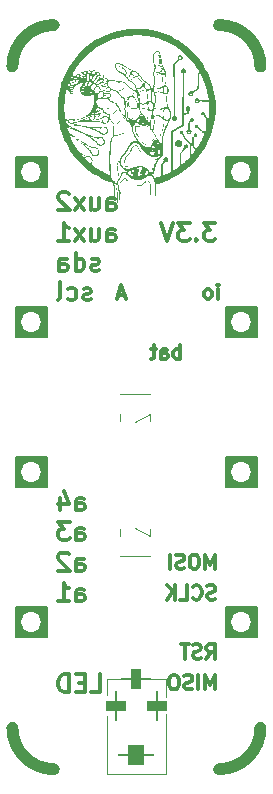
<source format=gbr>
%TF.GenerationSoftware,KiCad,Pcbnew,7.0.7-7.0.7~ubuntu22.04.1*%
%TF.CreationDate,2023-09-13T15:14:38+01:00*%
%TF.ProjectId,clvHd_master_pico,636c7648-645f-46d6-9173-7465725f7069,rev?*%
%TF.SameCoordinates,Original*%
%TF.FileFunction,Legend,Bot*%
%TF.FilePolarity,Positive*%
%FSLAX46Y46*%
G04 Gerber Fmt 4.6, Leading zero omitted, Abs format (unit mm)*
G04 Created by KiCad (PCBNEW 7.0.7-7.0.7~ubuntu22.04.1) date 2023-09-13 15:14:38*
%MOMM*%
%LPD*%
G01*
G04 APERTURE LIST*
G04 Aperture macros list*
%AMRoundRect*
0 Rectangle with rounded corners*
0 $1 Rounding radius*
0 $2 $3 $4 $5 $6 $7 $8 $9 X,Y pos of 4 corners*
0 Add a 4 corners polygon primitive as box body*
4,1,4,$2,$3,$4,$5,$6,$7,$8,$9,$2,$3,0*
0 Add four circle primitives for the rounded corners*
1,1,$1+$1,$2,$3*
1,1,$1+$1,$4,$5*
1,1,$1+$1,$6,$7*
1,1,$1+$1,$8,$9*
0 Add four rect primitives between the rounded corners*
20,1,$1+$1,$2,$3,$4,$5,0*
20,1,$1+$1,$4,$5,$6,$7,0*
20,1,$1+$1,$6,$7,$8,$9,0*
20,1,$1+$1,$8,$9,$2,$3,0*%
G04 Aperture macros list end*
%ADD10C,0.152400*%
%ADD11C,1.000000*%
%ADD12C,0.300000*%
%ADD13C,0.304800*%
%ADD14C,0.120000*%
%ADD15R,1.700000X1.700000*%
%ADD16O,1.700000X1.700000*%
%ADD17RoundRect,0.800000X-0.050000X-0.450000X0.050000X-0.450000X0.050000X0.450000X-0.050000X0.450000X0*%
%ADD18RoundRect,0.800000X-0.450000X0.050000X-0.450000X-0.050000X0.450000X-0.050000X0.450000X0.050000X0*%
%ADD19RoundRect,0.800000X-0.700000X0.050000X-0.700000X-0.050000X0.700000X-0.050000X0.700000X0.050000X0*%
%ADD20R,1.600000X0.500000*%
%ADD21R,2.900000X1.500000*%
G04 APERTURE END LIST*
D10*
X107600000Y-78400000D02*
X110200000Y-78400000D01*
X110200000Y-80900000D01*
X107600000Y-80900000D01*
X107600000Y-78400000D01*
G36*
X107600000Y-78400000D02*
G01*
X110200000Y-78400000D01*
X110200000Y-80900000D01*
X107600000Y-80900000D01*
X107600000Y-78400000D01*
G37*
D11*
X107000000Y-117500000D02*
G75*
G03*
X110500000Y-113999998I0J3500000D01*
G01*
D10*
X89800000Y-91100000D02*
X92400000Y-91100000D01*
X92400000Y-93600000D01*
X89800000Y-93600000D01*
X89800000Y-91100000D01*
G36*
X89800000Y-91100000D02*
G01*
X92400000Y-91100000D01*
X92400000Y-93600000D01*
X89800000Y-93600000D01*
X89800000Y-91100000D01*
G37*
X89800000Y-78400000D02*
X92400000Y-78400000D01*
X92400000Y-80900000D01*
X89800000Y-80900000D01*
X89800000Y-78400000D01*
G36*
X89800000Y-78400000D02*
G01*
X92400000Y-78400000D01*
X92400000Y-80900000D01*
X89800000Y-80900000D01*
X89800000Y-78400000D01*
G37*
X107600000Y-103800000D02*
X110200000Y-103800000D01*
X110200000Y-106300000D01*
X107600000Y-106300000D01*
X107600000Y-103800000D01*
G36*
X107600000Y-103800000D02*
G01*
X110200000Y-103800000D01*
X110200000Y-106300000D01*
X107600000Y-106300000D01*
X107600000Y-103800000D01*
G37*
D11*
X93000000Y-54500000D02*
G75*
G03*
X89500000Y-58000002I0J-3500000D01*
G01*
X89500000Y-114000000D02*
G75*
G03*
X93000002Y-117500000I3500000J0D01*
G01*
D10*
X89800000Y-65700000D02*
X92400000Y-65700000D01*
X92400000Y-68200000D01*
X89800000Y-68200000D01*
X89800000Y-65700000D01*
G36*
X89800000Y-65700000D02*
G01*
X92400000Y-65700000D01*
X92400000Y-68200000D01*
X89800000Y-68200000D01*
X89800000Y-65700000D01*
G37*
X107600000Y-65700000D02*
X110200000Y-65700000D01*
X110200000Y-68200000D01*
X107600000Y-68200000D01*
X107600000Y-65700000D01*
G36*
X107600000Y-65700000D02*
G01*
X110200000Y-65700000D01*
X110200000Y-68200000D01*
X107600000Y-68200000D01*
X107600000Y-65700000D01*
G37*
X89800000Y-103800000D02*
X92400000Y-103800000D01*
X92400000Y-106300000D01*
X89800000Y-106300000D01*
X89800000Y-103800000D01*
G36*
X89800000Y-103800000D02*
G01*
X92400000Y-103800000D01*
X92400000Y-106300000D01*
X89800000Y-106300000D01*
X89800000Y-103800000D01*
G37*
D11*
X110500000Y-58000000D02*
G75*
G03*
X107000000Y-54500000I-3500000J0D01*
G01*
D10*
X107600000Y-91100000D02*
X110200000Y-91100000D01*
X110200000Y-93600000D01*
X107600000Y-93600000D01*
X107600000Y-91100000D01*
G36*
X107600000Y-91100000D02*
G01*
X110200000Y-91100000D01*
X110200000Y-93600000D01*
X107600000Y-93600000D01*
X107600000Y-91100000D01*
G37*
D12*
X106892856Y-77679542D02*
X106892856Y-76879542D01*
X106892856Y-76479542D02*
X106949999Y-76536685D01*
X106949999Y-76536685D02*
X106892856Y-76593828D01*
X106892856Y-76593828D02*
X106835713Y-76536685D01*
X106835713Y-76536685D02*
X106892856Y-76479542D01*
X106892856Y-76479542D02*
X106892856Y-76593828D01*
X106149999Y-77679542D02*
X106264284Y-77622400D01*
X106264284Y-77622400D02*
X106321427Y-77565257D01*
X106321427Y-77565257D02*
X106378570Y-77450971D01*
X106378570Y-77450971D02*
X106378570Y-77108114D01*
X106378570Y-77108114D02*
X106321427Y-76993828D01*
X106321427Y-76993828D02*
X106264284Y-76936685D01*
X106264284Y-76936685D02*
X106149999Y-76879542D01*
X106149999Y-76879542D02*
X105978570Y-76879542D01*
X105978570Y-76879542D02*
X105864284Y-76936685D01*
X105864284Y-76936685D02*
X105807142Y-76993828D01*
X105807142Y-76993828D02*
X105749999Y-77108114D01*
X105749999Y-77108114D02*
X105749999Y-77450971D01*
X105749999Y-77450971D02*
X105807142Y-77565257D01*
X105807142Y-77565257D02*
X105864284Y-77622400D01*
X105864284Y-77622400D02*
X105978570Y-77679542D01*
X105978570Y-77679542D02*
X106149999Y-77679542D01*
D13*
X97527383Y-70189181D02*
X97527383Y-69390895D01*
X97527383Y-69390895D02*
X97599954Y-69245752D01*
X97599954Y-69245752D02*
X97745097Y-69173181D01*
X97745097Y-69173181D02*
X98035383Y-69173181D01*
X98035383Y-69173181D02*
X98180525Y-69245752D01*
X97527383Y-70116610D02*
X97672525Y-70189181D01*
X97672525Y-70189181D02*
X98035383Y-70189181D01*
X98035383Y-70189181D02*
X98180525Y-70116610D01*
X98180525Y-70116610D02*
X98253097Y-69971467D01*
X98253097Y-69971467D02*
X98253097Y-69826324D01*
X98253097Y-69826324D02*
X98180525Y-69681181D01*
X98180525Y-69681181D02*
X98035383Y-69608610D01*
X98035383Y-69608610D02*
X97672525Y-69608610D01*
X97672525Y-69608610D02*
X97527383Y-69536038D01*
X96148526Y-69173181D02*
X96148526Y-70189181D01*
X96801668Y-69173181D02*
X96801668Y-69971467D01*
X96801668Y-69971467D02*
X96729097Y-70116610D01*
X96729097Y-70116610D02*
X96583954Y-70189181D01*
X96583954Y-70189181D02*
X96366240Y-70189181D01*
X96366240Y-70189181D02*
X96221097Y-70116610D01*
X96221097Y-70116610D02*
X96148526Y-70044038D01*
X95567954Y-70189181D02*
X94769669Y-69173181D01*
X95567954Y-69173181D02*
X94769669Y-70189181D01*
X94261669Y-68810324D02*
X94189097Y-68737752D01*
X94189097Y-68737752D02*
X94043955Y-68665181D01*
X94043955Y-68665181D02*
X93681097Y-68665181D01*
X93681097Y-68665181D02*
X93535955Y-68737752D01*
X93535955Y-68737752D02*
X93463383Y-68810324D01*
X93463383Y-68810324D02*
X93390812Y-68955467D01*
X93390812Y-68955467D02*
X93390812Y-69100610D01*
X93390812Y-69100610D02*
X93463383Y-69318324D01*
X93463383Y-69318324D02*
X94334240Y-70189181D01*
X94334240Y-70189181D02*
X93390812Y-70189181D01*
D12*
X103682856Y-82759542D02*
X103682856Y-81559542D01*
X103682856Y-82016685D02*
X103568571Y-81959542D01*
X103568571Y-81959542D02*
X103339999Y-81959542D01*
X103339999Y-81959542D02*
X103225713Y-82016685D01*
X103225713Y-82016685D02*
X103168571Y-82073828D01*
X103168571Y-82073828D02*
X103111428Y-82188114D01*
X103111428Y-82188114D02*
X103111428Y-82530971D01*
X103111428Y-82530971D02*
X103168571Y-82645257D01*
X103168571Y-82645257D02*
X103225713Y-82702400D01*
X103225713Y-82702400D02*
X103339999Y-82759542D01*
X103339999Y-82759542D02*
X103568571Y-82759542D01*
X103568571Y-82759542D02*
X103682856Y-82702400D01*
X102082857Y-82759542D02*
X102082857Y-82130971D01*
X102082857Y-82130971D02*
X102139999Y-82016685D01*
X102139999Y-82016685D02*
X102254285Y-81959542D01*
X102254285Y-81959542D02*
X102482857Y-81959542D01*
X102482857Y-81959542D02*
X102597142Y-82016685D01*
X102082857Y-82702400D02*
X102197142Y-82759542D01*
X102197142Y-82759542D02*
X102482857Y-82759542D01*
X102482857Y-82759542D02*
X102597142Y-82702400D01*
X102597142Y-82702400D02*
X102654285Y-82588114D01*
X102654285Y-82588114D02*
X102654285Y-82473828D01*
X102654285Y-82473828D02*
X102597142Y-82359542D01*
X102597142Y-82359542D02*
X102482857Y-82302400D01*
X102482857Y-82302400D02*
X102197142Y-82302400D01*
X102197142Y-82302400D02*
X102082857Y-82245257D01*
X101682857Y-81959542D02*
X101225714Y-81959542D01*
X101511428Y-81559542D02*
X101511428Y-82588114D01*
X101511428Y-82588114D02*
X101454285Y-82702400D01*
X101454285Y-82702400D02*
X101340000Y-82759542D01*
X101340000Y-82759542D02*
X101225714Y-82759542D01*
D13*
X94914812Y-103289181D02*
X94914812Y-102490895D01*
X94914812Y-102490895D02*
X94987383Y-102345752D01*
X94987383Y-102345752D02*
X95132526Y-102273181D01*
X95132526Y-102273181D02*
X95422812Y-102273181D01*
X95422812Y-102273181D02*
X95567954Y-102345752D01*
X94914812Y-103216610D02*
X95059954Y-103289181D01*
X95059954Y-103289181D02*
X95422812Y-103289181D01*
X95422812Y-103289181D02*
X95567954Y-103216610D01*
X95567954Y-103216610D02*
X95640526Y-103071467D01*
X95640526Y-103071467D02*
X95640526Y-102926324D01*
X95640526Y-102926324D02*
X95567954Y-102781181D01*
X95567954Y-102781181D02*
X95422812Y-102708610D01*
X95422812Y-102708610D02*
X95059954Y-102708610D01*
X95059954Y-102708610D02*
X94914812Y-102636038D01*
X93390812Y-103289181D02*
X94261669Y-103289181D01*
X93826240Y-103289181D02*
X93826240Y-101765181D01*
X93826240Y-101765181D02*
X93971383Y-101982895D01*
X93971383Y-101982895D02*
X94116526Y-102128038D01*
X94116526Y-102128038D02*
X94261669Y-102200610D01*
X94914812Y-95589181D02*
X94914812Y-94790895D01*
X94914812Y-94790895D02*
X94987383Y-94645752D01*
X94987383Y-94645752D02*
X95132526Y-94573181D01*
X95132526Y-94573181D02*
X95422812Y-94573181D01*
X95422812Y-94573181D02*
X95567954Y-94645752D01*
X94914812Y-95516610D02*
X95059954Y-95589181D01*
X95059954Y-95589181D02*
X95422812Y-95589181D01*
X95422812Y-95589181D02*
X95567954Y-95516610D01*
X95567954Y-95516610D02*
X95640526Y-95371467D01*
X95640526Y-95371467D02*
X95640526Y-95226324D01*
X95640526Y-95226324D02*
X95567954Y-95081181D01*
X95567954Y-95081181D02*
X95422812Y-95008610D01*
X95422812Y-95008610D02*
X95059954Y-95008610D01*
X95059954Y-95008610D02*
X94914812Y-94936038D01*
X93535955Y-94573181D02*
X93535955Y-95589181D01*
X93898812Y-93992610D02*
X94261669Y-95081181D01*
X94261669Y-95081181D02*
X93318240Y-95081181D01*
X106681759Y-71265181D02*
X105738331Y-71265181D01*
X105738331Y-71265181D02*
X106246331Y-71845752D01*
X106246331Y-71845752D02*
X106028616Y-71845752D01*
X106028616Y-71845752D02*
X105883474Y-71918324D01*
X105883474Y-71918324D02*
X105810902Y-71990895D01*
X105810902Y-71990895D02*
X105738331Y-72136038D01*
X105738331Y-72136038D02*
X105738331Y-72498895D01*
X105738331Y-72498895D02*
X105810902Y-72644038D01*
X105810902Y-72644038D02*
X105883474Y-72716610D01*
X105883474Y-72716610D02*
X106028616Y-72789181D01*
X106028616Y-72789181D02*
X106464045Y-72789181D01*
X106464045Y-72789181D02*
X106609188Y-72716610D01*
X106609188Y-72716610D02*
X106681759Y-72644038D01*
X105085187Y-72644038D02*
X105012616Y-72716610D01*
X105012616Y-72716610D02*
X105085187Y-72789181D01*
X105085187Y-72789181D02*
X105157759Y-72716610D01*
X105157759Y-72716610D02*
X105085187Y-72644038D01*
X105085187Y-72644038D02*
X105085187Y-72789181D01*
X104504616Y-71265181D02*
X103561188Y-71265181D01*
X103561188Y-71265181D02*
X104069188Y-71845752D01*
X104069188Y-71845752D02*
X103851473Y-71845752D01*
X103851473Y-71845752D02*
X103706331Y-71918324D01*
X103706331Y-71918324D02*
X103633759Y-71990895D01*
X103633759Y-71990895D02*
X103561188Y-72136038D01*
X103561188Y-72136038D02*
X103561188Y-72498895D01*
X103561188Y-72498895D02*
X103633759Y-72644038D01*
X103633759Y-72644038D02*
X103706331Y-72716610D01*
X103706331Y-72716610D02*
X103851473Y-72789181D01*
X103851473Y-72789181D02*
X104286902Y-72789181D01*
X104286902Y-72789181D02*
X104432045Y-72716610D01*
X104432045Y-72716610D02*
X104504616Y-72644038D01*
X103125759Y-71265181D02*
X102617759Y-72789181D01*
X102617759Y-72789181D02*
X102109759Y-71265181D01*
D12*
X106674060Y-103082400D02*
X106502632Y-103139542D01*
X106502632Y-103139542D02*
X106216917Y-103139542D01*
X106216917Y-103139542D02*
X106102632Y-103082400D01*
X106102632Y-103082400D02*
X106045489Y-103025257D01*
X106045489Y-103025257D02*
X105988346Y-102910971D01*
X105988346Y-102910971D02*
X105988346Y-102796685D01*
X105988346Y-102796685D02*
X106045489Y-102682400D01*
X106045489Y-102682400D02*
X106102632Y-102625257D01*
X106102632Y-102625257D02*
X106216917Y-102568114D01*
X106216917Y-102568114D02*
X106445489Y-102510971D01*
X106445489Y-102510971D02*
X106559774Y-102453828D01*
X106559774Y-102453828D02*
X106616917Y-102396685D01*
X106616917Y-102396685D02*
X106674060Y-102282400D01*
X106674060Y-102282400D02*
X106674060Y-102168114D01*
X106674060Y-102168114D02*
X106616917Y-102053828D01*
X106616917Y-102053828D02*
X106559774Y-101996685D01*
X106559774Y-101996685D02*
X106445489Y-101939542D01*
X106445489Y-101939542D02*
X106159774Y-101939542D01*
X106159774Y-101939542D02*
X105988346Y-101996685D01*
X104788346Y-103025257D02*
X104845489Y-103082400D01*
X104845489Y-103082400D02*
X105016917Y-103139542D01*
X105016917Y-103139542D02*
X105131203Y-103139542D01*
X105131203Y-103139542D02*
X105302632Y-103082400D01*
X105302632Y-103082400D02*
X105416917Y-102968114D01*
X105416917Y-102968114D02*
X105474060Y-102853828D01*
X105474060Y-102853828D02*
X105531203Y-102625257D01*
X105531203Y-102625257D02*
X105531203Y-102453828D01*
X105531203Y-102453828D02*
X105474060Y-102225257D01*
X105474060Y-102225257D02*
X105416917Y-102110971D01*
X105416917Y-102110971D02*
X105302632Y-101996685D01*
X105302632Y-101996685D02*
X105131203Y-101939542D01*
X105131203Y-101939542D02*
X105016917Y-101939542D01*
X105016917Y-101939542D02*
X104845489Y-101996685D01*
X104845489Y-101996685D02*
X104788346Y-102053828D01*
X103702632Y-103139542D02*
X104274060Y-103139542D01*
X104274060Y-103139542D02*
X104274060Y-101939542D01*
X103302631Y-103139542D02*
X103302631Y-101939542D01*
X102616917Y-103139542D02*
X103131203Y-102453828D01*
X102616917Y-101939542D02*
X103302631Y-102625257D01*
D13*
X96148526Y-77716610D02*
X96003383Y-77789181D01*
X96003383Y-77789181D02*
X95713097Y-77789181D01*
X95713097Y-77789181D02*
X95567954Y-77716610D01*
X95567954Y-77716610D02*
X95495383Y-77571467D01*
X95495383Y-77571467D02*
X95495383Y-77498895D01*
X95495383Y-77498895D02*
X95567954Y-77353752D01*
X95567954Y-77353752D02*
X95713097Y-77281181D01*
X95713097Y-77281181D02*
X95930812Y-77281181D01*
X95930812Y-77281181D02*
X96075954Y-77208610D01*
X96075954Y-77208610D02*
X96148526Y-77063467D01*
X96148526Y-77063467D02*
X96148526Y-76990895D01*
X96148526Y-76990895D02*
X96075954Y-76845752D01*
X96075954Y-76845752D02*
X95930812Y-76773181D01*
X95930812Y-76773181D02*
X95713097Y-76773181D01*
X95713097Y-76773181D02*
X95567954Y-76845752D01*
X94189098Y-77716610D02*
X94334240Y-77789181D01*
X94334240Y-77789181D02*
X94624526Y-77789181D01*
X94624526Y-77789181D02*
X94769669Y-77716610D01*
X94769669Y-77716610D02*
X94842240Y-77644038D01*
X94842240Y-77644038D02*
X94914812Y-77498895D01*
X94914812Y-77498895D02*
X94914812Y-77063467D01*
X94914812Y-77063467D02*
X94842240Y-76918324D01*
X94842240Y-76918324D02*
X94769669Y-76845752D01*
X94769669Y-76845752D02*
X94624526Y-76773181D01*
X94624526Y-76773181D02*
X94334240Y-76773181D01*
X94334240Y-76773181D02*
X94189098Y-76845752D01*
X93318240Y-77789181D02*
X93463383Y-77716610D01*
X93463383Y-77716610D02*
X93535954Y-77571467D01*
X93535954Y-77571467D02*
X93535954Y-76265181D01*
D12*
X106616917Y-100539542D02*
X106616917Y-99339542D01*
X106616917Y-99339542D02*
X106216917Y-100196685D01*
X106216917Y-100196685D02*
X105816917Y-99339542D01*
X105816917Y-99339542D02*
X105816917Y-100539542D01*
X105016917Y-99339542D02*
X104788345Y-99339542D01*
X104788345Y-99339542D02*
X104674060Y-99396685D01*
X104674060Y-99396685D02*
X104559774Y-99510971D01*
X104559774Y-99510971D02*
X104502631Y-99739542D01*
X104502631Y-99739542D02*
X104502631Y-100139542D01*
X104502631Y-100139542D02*
X104559774Y-100368114D01*
X104559774Y-100368114D02*
X104674060Y-100482400D01*
X104674060Y-100482400D02*
X104788345Y-100539542D01*
X104788345Y-100539542D02*
X105016917Y-100539542D01*
X105016917Y-100539542D02*
X105131203Y-100482400D01*
X105131203Y-100482400D02*
X105245488Y-100368114D01*
X105245488Y-100368114D02*
X105302631Y-100139542D01*
X105302631Y-100139542D02*
X105302631Y-99739542D01*
X105302631Y-99739542D02*
X105245488Y-99510971D01*
X105245488Y-99510971D02*
X105131203Y-99396685D01*
X105131203Y-99396685D02*
X105016917Y-99339542D01*
X104045488Y-100482400D02*
X103874060Y-100539542D01*
X103874060Y-100539542D02*
X103588345Y-100539542D01*
X103588345Y-100539542D02*
X103474060Y-100482400D01*
X103474060Y-100482400D02*
X103416917Y-100425257D01*
X103416917Y-100425257D02*
X103359774Y-100310971D01*
X103359774Y-100310971D02*
X103359774Y-100196685D01*
X103359774Y-100196685D02*
X103416917Y-100082400D01*
X103416917Y-100082400D02*
X103474060Y-100025257D01*
X103474060Y-100025257D02*
X103588345Y-99968114D01*
X103588345Y-99968114D02*
X103816917Y-99910971D01*
X103816917Y-99910971D02*
X103931202Y-99853828D01*
X103931202Y-99853828D02*
X103988345Y-99796685D01*
X103988345Y-99796685D02*
X104045488Y-99682400D01*
X104045488Y-99682400D02*
X104045488Y-99568114D01*
X104045488Y-99568114D02*
X103988345Y-99453828D01*
X103988345Y-99453828D02*
X103931202Y-99396685D01*
X103931202Y-99396685D02*
X103816917Y-99339542D01*
X103816917Y-99339542D02*
X103531202Y-99339542D01*
X103531202Y-99339542D02*
X103359774Y-99396685D01*
X102845488Y-100539542D02*
X102845488Y-99339542D01*
D13*
X97527383Y-72789181D02*
X97527383Y-71990895D01*
X97527383Y-71990895D02*
X97599954Y-71845752D01*
X97599954Y-71845752D02*
X97745097Y-71773181D01*
X97745097Y-71773181D02*
X98035383Y-71773181D01*
X98035383Y-71773181D02*
X98180525Y-71845752D01*
X97527383Y-72716610D02*
X97672525Y-72789181D01*
X97672525Y-72789181D02*
X98035383Y-72789181D01*
X98035383Y-72789181D02*
X98180525Y-72716610D01*
X98180525Y-72716610D02*
X98253097Y-72571467D01*
X98253097Y-72571467D02*
X98253097Y-72426324D01*
X98253097Y-72426324D02*
X98180525Y-72281181D01*
X98180525Y-72281181D02*
X98035383Y-72208610D01*
X98035383Y-72208610D02*
X97672525Y-72208610D01*
X97672525Y-72208610D02*
X97527383Y-72136038D01*
X96148526Y-71773181D02*
X96148526Y-72789181D01*
X96801668Y-71773181D02*
X96801668Y-72571467D01*
X96801668Y-72571467D02*
X96729097Y-72716610D01*
X96729097Y-72716610D02*
X96583954Y-72789181D01*
X96583954Y-72789181D02*
X96366240Y-72789181D01*
X96366240Y-72789181D02*
X96221097Y-72716610D01*
X96221097Y-72716610D02*
X96148526Y-72644038D01*
X95567954Y-72789181D02*
X94769669Y-71773181D01*
X95567954Y-71773181D02*
X94769669Y-72789181D01*
X93390812Y-72789181D02*
X94261669Y-72789181D01*
X93826240Y-72789181D02*
X93826240Y-71265181D01*
X93826240Y-71265181D02*
X93971383Y-71482895D01*
X93971383Y-71482895D02*
X94116526Y-71628038D01*
X94116526Y-71628038D02*
X94261669Y-71700610D01*
X96148525Y-110989181D02*
X96874239Y-110989181D01*
X96874239Y-110989181D02*
X96874239Y-109465181D01*
X95640525Y-110190895D02*
X95132525Y-110190895D01*
X94914811Y-110989181D02*
X95640525Y-110989181D01*
X95640525Y-110989181D02*
X95640525Y-109465181D01*
X95640525Y-109465181D02*
X94914811Y-109465181D01*
X94261668Y-110989181D02*
X94261668Y-109465181D01*
X94261668Y-109465181D02*
X93898811Y-109465181D01*
X93898811Y-109465181D02*
X93681097Y-109537752D01*
X93681097Y-109537752D02*
X93535954Y-109682895D01*
X93535954Y-109682895D02*
X93463383Y-109828038D01*
X93463383Y-109828038D02*
X93390811Y-110118324D01*
X93390811Y-110118324D02*
X93390811Y-110336038D01*
X93390811Y-110336038D02*
X93463383Y-110626324D01*
X93463383Y-110626324D02*
X93535954Y-110771467D01*
X93535954Y-110771467D02*
X93681097Y-110916610D01*
X93681097Y-110916610D02*
X93898811Y-110989181D01*
X93898811Y-110989181D02*
X94261668Y-110989181D01*
X96801668Y-75216610D02*
X96656525Y-75289181D01*
X96656525Y-75289181D02*
X96366239Y-75289181D01*
X96366239Y-75289181D02*
X96221096Y-75216610D01*
X96221096Y-75216610D02*
X96148525Y-75071467D01*
X96148525Y-75071467D02*
X96148525Y-74998895D01*
X96148525Y-74998895D02*
X96221096Y-74853752D01*
X96221096Y-74853752D02*
X96366239Y-74781181D01*
X96366239Y-74781181D02*
X96583954Y-74781181D01*
X96583954Y-74781181D02*
X96729096Y-74708610D01*
X96729096Y-74708610D02*
X96801668Y-74563467D01*
X96801668Y-74563467D02*
X96801668Y-74490895D01*
X96801668Y-74490895D02*
X96729096Y-74345752D01*
X96729096Y-74345752D02*
X96583954Y-74273181D01*
X96583954Y-74273181D02*
X96366239Y-74273181D01*
X96366239Y-74273181D02*
X96221096Y-74345752D01*
X94842240Y-75289181D02*
X94842240Y-73765181D01*
X94842240Y-75216610D02*
X94987382Y-75289181D01*
X94987382Y-75289181D02*
X95277668Y-75289181D01*
X95277668Y-75289181D02*
X95422811Y-75216610D01*
X95422811Y-75216610D02*
X95495382Y-75144038D01*
X95495382Y-75144038D02*
X95567954Y-74998895D01*
X95567954Y-74998895D02*
X95567954Y-74563467D01*
X95567954Y-74563467D02*
X95495382Y-74418324D01*
X95495382Y-74418324D02*
X95422811Y-74345752D01*
X95422811Y-74345752D02*
X95277668Y-74273181D01*
X95277668Y-74273181D02*
X94987382Y-74273181D01*
X94987382Y-74273181D02*
X94842240Y-74345752D01*
X93463383Y-75289181D02*
X93463383Y-74490895D01*
X93463383Y-74490895D02*
X93535954Y-74345752D01*
X93535954Y-74345752D02*
X93681097Y-74273181D01*
X93681097Y-74273181D02*
X93971383Y-74273181D01*
X93971383Y-74273181D02*
X94116525Y-74345752D01*
X93463383Y-75216610D02*
X93608525Y-75289181D01*
X93608525Y-75289181D02*
X93971383Y-75289181D01*
X93971383Y-75289181D02*
X94116525Y-75216610D01*
X94116525Y-75216610D02*
X94189097Y-75071467D01*
X94189097Y-75071467D02*
X94189097Y-74926324D01*
X94189097Y-74926324D02*
X94116525Y-74781181D01*
X94116525Y-74781181D02*
X93971383Y-74708610D01*
X93971383Y-74708610D02*
X93608525Y-74708610D01*
X93608525Y-74708610D02*
X93463383Y-74636038D01*
D12*
X105931203Y-108139542D02*
X106331203Y-107568114D01*
X106616917Y-108139542D02*
X106616917Y-106939542D01*
X106616917Y-106939542D02*
X106159774Y-106939542D01*
X106159774Y-106939542D02*
X106045489Y-106996685D01*
X106045489Y-106996685D02*
X105988346Y-107053828D01*
X105988346Y-107053828D02*
X105931203Y-107168114D01*
X105931203Y-107168114D02*
X105931203Y-107339542D01*
X105931203Y-107339542D02*
X105988346Y-107453828D01*
X105988346Y-107453828D02*
X106045489Y-107510971D01*
X106045489Y-107510971D02*
X106159774Y-107568114D01*
X106159774Y-107568114D02*
X106616917Y-107568114D01*
X105474060Y-108082400D02*
X105302632Y-108139542D01*
X105302632Y-108139542D02*
X105016917Y-108139542D01*
X105016917Y-108139542D02*
X104902632Y-108082400D01*
X104902632Y-108082400D02*
X104845489Y-108025257D01*
X104845489Y-108025257D02*
X104788346Y-107910971D01*
X104788346Y-107910971D02*
X104788346Y-107796685D01*
X104788346Y-107796685D02*
X104845489Y-107682400D01*
X104845489Y-107682400D02*
X104902632Y-107625257D01*
X104902632Y-107625257D02*
X105016917Y-107568114D01*
X105016917Y-107568114D02*
X105245489Y-107510971D01*
X105245489Y-107510971D02*
X105359774Y-107453828D01*
X105359774Y-107453828D02*
X105416917Y-107396685D01*
X105416917Y-107396685D02*
X105474060Y-107282400D01*
X105474060Y-107282400D02*
X105474060Y-107168114D01*
X105474060Y-107168114D02*
X105416917Y-107053828D01*
X105416917Y-107053828D02*
X105359774Y-106996685D01*
X105359774Y-106996685D02*
X105245489Y-106939542D01*
X105245489Y-106939542D02*
X104959774Y-106939542D01*
X104959774Y-106939542D02*
X104788346Y-106996685D01*
X104445489Y-106939542D02*
X103759775Y-106939542D01*
X104102632Y-108139542D02*
X104102632Y-106939542D01*
D13*
X94914812Y-98089181D02*
X94914812Y-97290895D01*
X94914812Y-97290895D02*
X94987383Y-97145752D01*
X94987383Y-97145752D02*
X95132526Y-97073181D01*
X95132526Y-97073181D02*
X95422812Y-97073181D01*
X95422812Y-97073181D02*
X95567954Y-97145752D01*
X94914812Y-98016610D02*
X95059954Y-98089181D01*
X95059954Y-98089181D02*
X95422812Y-98089181D01*
X95422812Y-98089181D02*
X95567954Y-98016610D01*
X95567954Y-98016610D02*
X95640526Y-97871467D01*
X95640526Y-97871467D02*
X95640526Y-97726324D01*
X95640526Y-97726324D02*
X95567954Y-97581181D01*
X95567954Y-97581181D02*
X95422812Y-97508610D01*
X95422812Y-97508610D02*
X95059954Y-97508610D01*
X95059954Y-97508610D02*
X94914812Y-97436038D01*
X94334240Y-96565181D02*
X93390812Y-96565181D01*
X93390812Y-96565181D02*
X93898812Y-97145752D01*
X93898812Y-97145752D02*
X93681097Y-97145752D01*
X93681097Y-97145752D02*
X93535955Y-97218324D01*
X93535955Y-97218324D02*
X93463383Y-97290895D01*
X93463383Y-97290895D02*
X93390812Y-97436038D01*
X93390812Y-97436038D02*
X93390812Y-97798895D01*
X93390812Y-97798895D02*
X93463383Y-97944038D01*
X93463383Y-97944038D02*
X93535955Y-98016610D01*
X93535955Y-98016610D02*
X93681097Y-98089181D01*
X93681097Y-98089181D02*
X94116526Y-98089181D01*
X94116526Y-98089181D02*
X94261669Y-98016610D01*
X94261669Y-98016610D02*
X94334240Y-97944038D01*
D12*
X99015713Y-77336685D02*
X98444285Y-77336685D01*
X99129999Y-77679542D02*
X98729999Y-76479542D01*
X98729999Y-76479542D02*
X98329999Y-77679542D01*
X106616917Y-110739542D02*
X106616917Y-109539542D01*
X106616917Y-109539542D02*
X106216917Y-110396685D01*
X106216917Y-110396685D02*
X105816917Y-109539542D01*
X105816917Y-109539542D02*
X105816917Y-110739542D01*
X105245488Y-110739542D02*
X105245488Y-109539542D01*
X104731202Y-110682400D02*
X104559774Y-110739542D01*
X104559774Y-110739542D02*
X104274059Y-110739542D01*
X104274059Y-110739542D02*
X104159774Y-110682400D01*
X104159774Y-110682400D02*
X104102631Y-110625257D01*
X104102631Y-110625257D02*
X104045488Y-110510971D01*
X104045488Y-110510971D02*
X104045488Y-110396685D01*
X104045488Y-110396685D02*
X104102631Y-110282400D01*
X104102631Y-110282400D02*
X104159774Y-110225257D01*
X104159774Y-110225257D02*
X104274059Y-110168114D01*
X104274059Y-110168114D02*
X104502631Y-110110971D01*
X104502631Y-110110971D02*
X104616916Y-110053828D01*
X104616916Y-110053828D02*
X104674059Y-109996685D01*
X104674059Y-109996685D02*
X104731202Y-109882400D01*
X104731202Y-109882400D02*
X104731202Y-109768114D01*
X104731202Y-109768114D02*
X104674059Y-109653828D01*
X104674059Y-109653828D02*
X104616916Y-109596685D01*
X104616916Y-109596685D02*
X104502631Y-109539542D01*
X104502631Y-109539542D02*
X104216916Y-109539542D01*
X104216916Y-109539542D02*
X104045488Y-109596685D01*
X103302631Y-109539542D02*
X103074059Y-109539542D01*
X103074059Y-109539542D02*
X102959774Y-109596685D01*
X102959774Y-109596685D02*
X102845488Y-109710971D01*
X102845488Y-109710971D02*
X102788345Y-109939542D01*
X102788345Y-109939542D02*
X102788345Y-110339542D01*
X102788345Y-110339542D02*
X102845488Y-110568114D01*
X102845488Y-110568114D02*
X102959774Y-110682400D01*
X102959774Y-110682400D02*
X103074059Y-110739542D01*
X103074059Y-110739542D02*
X103302631Y-110739542D01*
X103302631Y-110739542D02*
X103416917Y-110682400D01*
X103416917Y-110682400D02*
X103531202Y-110568114D01*
X103531202Y-110568114D02*
X103588345Y-110339542D01*
X103588345Y-110339542D02*
X103588345Y-109939542D01*
X103588345Y-109939542D02*
X103531202Y-109710971D01*
X103531202Y-109710971D02*
X103416917Y-109596685D01*
X103416917Y-109596685D02*
X103302631Y-109539542D01*
D13*
X94914812Y-100689181D02*
X94914812Y-99890895D01*
X94914812Y-99890895D02*
X94987383Y-99745752D01*
X94987383Y-99745752D02*
X95132526Y-99673181D01*
X95132526Y-99673181D02*
X95422812Y-99673181D01*
X95422812Y-99673181D02*
X95567954Y-99745752D01*
X94914812Y-100616610D02*
X95059954Y-100689181D01*
X95059954Y-100689181D02*
X95422812Y-100689181D01*
X95422812Y-100689181D02*
X95567954Y-100616610D01*
X95567954Y-100616610D02*
X95640526Y-100471467D01*
X95640526Y-100471467D02*
X95640526Y-100326324D01*
X95640526Y-100326324D02*
X95567954Y-100181181D01*
X95567954Y-100181181D02*
X95422812Y-100108610D01*
X95422812Y-100108610D02*
X95059954Y-100108610D01*
X95059954Y-100108610D02*
X94914812Y-100036038D01*
X94261669Y-99310324D02*
X94189097Y-99237752D01*
X94189097Y-99237752D02*
X94043955Y-99165181D01*
X94043955Y-99165181D02*
X93681097Y-99165181D01*
X93681097Y-99165181D02*
X93535955Y-99237752D01*
X93535955Y-99237752D02*
X93463383Y-99310324D01*
X93463383Y-99310324D02*
X93390812Y-99455467D01*
X93390812Y-99455467D02*
X93390812Y-99600610D01*
X93390812Y-99600610D02*
X93463383Y-99818324D01*
X93463383Y-99818324D02*
X94334240Y-100689181D01*
X94334240Y-100689181D02*
X93390812Y-100689181D01*
D14*
%TO.C,J3*%
X97500000Y-109845000D02*
X102500000Y-109845000D01*
X97500000Y-117945000D02*
X97500000Y-109845000D01*
X102500000Y-109845000D02*
X102500000Y-117945000D01*
X102500000Y-117945000D02*
X97500000Y-117945000D01*
%TO.C,J1*%
X101150000Y-85750000D02*
X98650000Y-85750000D01*
X101150000Y-88000000D02*
X101150000Y-87450000D01*
X98650000Y-88000000D02*
X98650000Y-87450000D01*
X99900000Y-88100000D02*
X101150000Y-87450000D01*
X99900000Y-97100000D02*
X101150000Y-97750000D01*
X101150000Y-97200000D02*
X101150000Y-97750000D01*
X98650000Y-97750000D02*
X98650000Y-97200000D01*
X101150000Y-99450000D02*
X98650000Y-99450000D01*
%TO.C,G\u002A\u002A\u002A*%
G36*
X96695218Y-61574678D02*
G01*
X96701933Y-61612460D01*
X96708777Y-61675165D01*
X96712208Y-61725048D01*
X96711107Y-61763175D01*
X96704538Y-61776457D01*
X96702765Y-61776189D01*
X96690288Y-61760356D01*
X96679118Y-61726007D01*
X96670519Y-61681413D01*
X96665756Y-61634847D01*
X96666095Y-61594581D01*
X96672799Y-61568888D01*
X96678117Y-61561897D01*
X96687617Y-61558822D01*
X96695218Y-61574678D01*
G37*
G36*
X94155060Y-59826722D02*
G01*
X94176844Y-59839647D01*
X94207427Y-59864035D01*
X94240305Y-59894137D01*
X94268972Y-59924205D01*
X94286923Y-59948492D01*
X94292895Y-59964136D01*
X94289158Y-59974147D01*
X94284511Y-59972607D01*
X94263687Y-59957146D01*
X94234418Y-59929987D01*
X94202513Y-59897246D01*
X94173783Y-59865038D01*
X94154034Y-59839479D01*
X94149078Y-59826683D01*
X94155060Y-59826722D01*
G37*
G36*
X98859329Y-62213050D02*
G01*
X98890915Y-62236196D01*
X98928019Y-62276270D01*
X98966857Y-62327647D01*
X99003647Y-62384701D01*
X99034609Y-62441804D01*
X99055959Y-62493331D01*
X99063917Y-62533656D01*
X99063911Y-62535298D01*
X99059623Y-62565432D01*
X99047817Y-62569253D01*
X99029157Y-62547140D01*
X99004310Y-62499477D01*
X99002944Y-62496557D01*
X98975835Y-62447588D01*
X98938467Y-62390310D01*
X98898500Y-62336516D01*
X98891110Y-62327268D01*
X98851104Y-62273405D01*
X98830696Y-62236888D01*
X98829234Y-62216136D01*
X98846065Y-62209571D01*
X98859329Y-62213050D01*
G37*
G36*
X101595855Y-64125949D02*
G01*
X101660512Y-64138990D01*
X101661494Y-64139336D01*
X101692695Y-64154690D01*
X101704464Y-64168505D01*
X101695897Y-64175612D01*
X101666089Y-64170845D01*
X101649252Y-64166184D01*
X101565512Y-64158179D01*
X101485459Y-64177041D01*
X101408156Y-64223124D01*
X101332667Y-64296783D01*
X101313792Y-64318313D01*
X101283217Y-64349301D01*
X101267709Y-64358120D01*
X101267759Y-64344650D01*
X101283852Y-64308773D01*
X101297194Y-64285435D01*
X101342516Y-64225834D01*
X101396021Y-64175312D01*
X101449084Y-64142545D01*
X101459800Y-64138496D01*
X101524082Y-64125866D01*
X101595855Y-64125949D01*
G37*
G36*
X98305380Y-61692708D02*
G01*
X98321290Y-61702740D01*
X98317538Y-61730307D01*
X98294013Y-61776457D01*
X98281351Y-61796439D01*
X98207677Y-61884131D01*
X98116917Y-61955423D01*
X98015987Y-62004638D01*
X97978800Y-62017294D01*
X97949138Y-62025566D01*
X97935525Y-62025333D01*
X97932286Y-62017464D01*
X97936329Y-62012162D01*
X97959517Y-61997727D01*
X97996420Y-61980629D01*
X98000176Y-61979032D01*
X98053585Y-61948320D01*
X98113534Y-61902612D01*
X98172237Y-61848974D01*
X98221913Y-61794469D01*
X98254776Y-61746161D01*
X98262236Y-61732821D01*
X98284173Y-61704084D01*
X98302759Y-61692629D01*
X98305380Y-61692708D01*
G37*
G36*
X101313312Y-65017821D02*
G01*
X101317697Y-65028105D01*
X101324277Y-65064705D01*
X101326901Y-65111876D01*
X101325199Y-65157965D01*
X101318802Y-65191321D01*
X101307885Y-65207718D01*
X101292721Y-65212664D01*
X101285369Y-65198625D01*
X101283595Y-65193004D01*
X101269199Y-65193823D01*
X101261779Y-65194605D01*
X101258351Y-65177607D01*
X101262213Y-65136812D01*
X101264881Y-65116850D01*
X101270451Y-65071823D01*
X101273746Y-65040321D01*
X101276112Y-65036740D01*
X101280315Y-65056103D01*
X101285369Y-65094664D01*
X101294643Y-65178493D01*
X101297205Y-65087678D01*
X101297357Y-65082614D01*
X101300268Y-65035740D01*
X101305445Y-65014757D01*
X101313312Y-65017821D01*
G37*
G36*
X98963063Y-59660981D02*
G01*
X98959723Y-59698257D01*
X98958834Y-59705770D01*
X98933592Y-59797902D01*
X98884928Y-59884803D01*
X98817026Y-59961658D01*
X98734071Y-60023652D01*
X98640246Y-60065969D01*
X98625898Y-60070226D01*
X98586703Y-60079257D01*
X98560946Y-60081462D01*
X98544519Y-60075424D01*
X98540894Y-60059855D01*
X98557349Y-60040865D01*
X98591066Y-60023847D01*
X98592462Y-60023364D01*
X98674159Y-59986478D01*
X98756122Y-59935188D01*
X98824333Y-59878244D01*
X98848947Y-59851139D01*
X98881331Y-59805730D01*
X98914182Y-59746411D01*
X98951349Y-59666776D01*
X98955260Y-59658221D01*
X98961825Y-59648573D01*
X98963063Y-59660981D01*
G37*
G36*
X102185713Y-58746182D02*
G01*
X102187539Y-58748625D01*
X102196284Y-58775911D01*
X102204996Y-58826367D01*
X102213264Y-58896063D01*
X102220676Y-58981067D01*
X102226821Y-59077446D01*
X102231287Y-59181270D01*
X102232365Y-59216656D01*
X102234096Y-59308236D01*
X102233513Y-59374835D01*
X102230640Y-59415496D01*
X102225497Y-59429263D01*
X102221423Y-59421417D01*
X102216098Y-59388452D01*
X102211032Y-59332187D01*
X102206450Y-59255260D01*
X102202577Y-59160313D01*
X102199265Y-59075537D01*
X102194997Y-58990669D01*
X102190297Y-58916129D01*
X102185536Y-58857785D01*
X102181088Y-58821507D01*
X102180947Y-58820719D01*
X102173808Y-58769455D01*
X102175395Y-58744641D01*
X102185713Y-58746182D01*
G37*
G36*
X100145068Y-58984281D02*
G01*
X100181457Y-59001667D01*
X100227326Y-59032787D01*
X100276197Y-59072982D01*
X100321590Y-59117591D01*
X100353933Y-59154659D01*
X100397502Y-59209450D01*
X100437971Y-59265156D01*
X100471561Y-59316254D01*
X100494488Y-59357220D01*
X100502971Y-59382529D01*
X100502966Y-59383841D01*
X100501104Y-59397737D01*
X100493784Y-59396060D01*
X100477970Y-59376053D01*
X100450628Y-59334956D01*
X100438739Y-59317914D01*
X100400898Y-59270794D01*
X100352335Y-59216296D01*
X100298715Y-59160235D01*
X100245704Y-59108428D01*
X100198965Y-59066691D01*
X100164164Y-59040840D01*
X100150048Y-59030744D01*
X100130678Y-59009051D01*
X100123699Y-58990218D01*
X100133285Y-58982178D01*
X100145068Y-58984281D01*
G37*
G36*
X100991969Y-61846314D02*
G01*
X100995138Y-61853848D01*
X101000989Y-61889000D01*
X101004247Y-61942868D01*
X101004920Y-62009005D01*
X101003016Y-62080963D01*
X100998544Y-62152296D01*
X100991511Y-62216556D01*
X100981904Y-62272271D01*
X100965649Y-62347441D01*
X100947839Y-62415649D01*
X100944988Y-62425161D01*
X100929323Y-62471753D01*
X100915456Y-62504545D01*
X100906106Y-62516941D01*
X100899256Y-62514566D01*
X100895277Y-62502042D01*
X100897420Y-62475019D01*
X100906100Y-62429344D01*
X100921733Y-62360866D01*
X100929171Y-62324012D01*
X100940077Y-62254820D01*
X100951021Y-62171124D01*
X100961154Y-62080676D01*
X100969624Y-61991224D01*
X100975582Y-61910521D01*
X100978178Y-61846314D01*
X100978242Y-61842835D01*
X100981045Y-61832405D01*
X100991969Y-61846314D01*
G37*
G36*
X100856836Y-60122210D02*
G01*
X100872397Y-60152722D01*
X100892565Y-60200906D01*
X100915285Y-60261794D01*
X100938504Y-60330418D01*
X100944969Y-60358281D01*
X100951992Y-60417220D01*
X100955774Y-60489356D01*
X100956315Y-60566499D01*
X100953615Y-60640459D01*
X100947674Y-60703045D01*
X100938493Y-60746067D01*
X100936414Y-60751746D01*
X100919475Y-60785786D01*
X100905162Y-60797813D01*
X100897317Y-60787133D01*
X100899783Y-60753052D01*
X100901893Y-60739991D01*
X100907061Y-60695971D01*
X100912429Y-60637340D01*
X100917125Y-60573144D01*
X100918319Y-60549614D01*
X100914458Y-60417201D01*
X100893868Y-60289359D01*
X100858015Y-60175952D01*
X100852146Y-60161748D01*
X100840858Y-60130907D01*
X100840119Y-60117063D01*
X100849004Y-60113861D01*
X100856836Y-60122210D01*
G37*
G36*
X102310241Y-60413919D02*
G01*
X102320945Y-60444737D01*
X102331432Y-60497398D01*
X102341148Y-60568322D01*
X102349538Y-60653927D01*
X102356049Y-60750635D01*
X102356816Y-60768034D01*
X102357802Y-60836025D01*
X102356665Y-60915838D01*
X102353727Y-61001791D01*
X102349313Y-61088205D01*
X102343746Y-61169398D01*
X102337349Y-61239691D01*
X102330445Y-61293402D01*
X102323359Y-61324852D01*
X102318105Y-61336652D01*
X102312051Y-61339225D01*
X102310209Y-61317266D01*
X102312543Y-61269739D01*
X102319019Y-61195607D01*
X102319412Y-61191510D01*
X102326492Y-61093157D01*
X102330437Y-60985008D01*
X102331404Y-60872444D01*
X102329547Y-60760845D01*
X102325022Y-60655591D01*
X102317984Y-60562064D01*
X102308588Y-60485644D01*
X102296989Y-60431710D01*
X102295081Y-60418014D01*
X102302905Y-60407260D01*
X102310241Y-60413919D01*
G37*
G36*
X98273174Y-68166027D02*
G01*
X98290154Y-68193536D01*
X98310155Y-68242404D01*
X98332033Y-68308755D01*
X98354645Y-68388710D01*
X98376848Y-68478392D01*
X98397498Y-68573924D01*
X98415452Y-68671427D01*
X98427278Y-68765356D01*
X98435325Y-68887038D01*
X98438154Y-69019170D01*
X98435764Y-69152843D01*
X98428159Y-69279146D01*
X98415339Y-69389168D01*
X98408001Y-69434419D01*
X98398336Y-69488810D01*
X98390278Y-69528323D01*
X98385055Y-69546574D01*
X98378759Y-69554609D01*
X98369609Y-69554644D01*
X98362520Y-69535563D01*
X98357300Y-69495606D01*
X98353757Y-69433012D01*
X98351700Y-69346019D01*
X98350937Y-69232866D01*
X98350647Y-69161770D01*
X98347201Y-68949456D01*
X98339970Y-68760748D01*
X98329019Y-68596673D01*
X98314410Y-68458259D01*
X98296208Y-68346536D01*
X98287568Y-68304962D01*
X98275278Y-68248595D01*
X98265227Y-68205725D01*
X98258999Y-68183310D01*
X98256754Y-68171662D01*
X98265048Y-68161386D01*
X98273174Y-68166027D01*
G37*
G36*
X98531862Y-65906396D02*
G01*
X98535765Y-65914262D01*
X98533523Y-65930203D01*
X98523884Y-65958605D01*
X98505594Y-66003854D01*
X98477400Y-66070335D01*
X98466720Y-66095697D01*
X98436388Y-66174509D01*
X98414589Y-66246903D01*
X98401176Y-66317642D01*
X98396006Y-66391487D01*
X98398934Y-66473198D01*
X98409816Y-66567538D01*
X98428506Y-66679267D01*
X98454862Y-66813146D01*
X98464741Y-66862685D01*
X98481447Y-66953325D01*
X98495969Y-67040543D01*
X98507015Y-67116389D01*
X98513294Y-67172909D01*
X98517104Y-67224931D01*
X98518458Y-67263748D01*
X98515768Y-67284795D01*
X98508228Y-67293467D01*
X98495031Y-67295159D01*
X98483635Y-67293611D01*
X98472058Y-67282748D01*
X98464597Y-67256197D01*
X98458706Y-67207838D01*
X98457682Y-67198680D01*
X98449583Y-67147105D01*
X98436345Y-67078326D01*
X98419557Y-67000218D01*
X98400806Y-66920660D01*
X98366442Y-66772680D01*
X98342241Y-66643854D01*
X98328908Y-66531779D01*
X98326601Y-66431863D01*
X98335483Y-66339512D01*
X98355713Y-66250133D01*
X98387454Y-66159132D01*
X98430864Y-66061918D01*
X98437045Y-66049255D01*
X98467251Y-65990410D01*
X98493801Y-65943410D01*
X98514017Y-65912767D01*
X98525221Y-65902993D01*
X98531862Y-65906396D01*
G37*
G36*
X102308070Y-62593784D02*
G01*
X102313865Y-62609052D01*
X102320440Y-62651960D01*
X102324026Y-62712677D01*
X102324721Y-62785123D01*
X102322620Y-62863215D01*
X102317821Y-62940876D01*
X102310419Y-63012022D01*
X102300510Y-63070575D01*
X102291369Y-63109397D01*
X102271398Y-63183327D01*
X102245064Y-63269414D01*
X102211256Y-63371061D01*
X102168866Y-63491673D01*
X102116786Y-63634653D01*
X102079297Y-63739131D01*
X102048486Y-63833752D01*
X102025937Y-63916840D01*
X102009951Y-63995610D01*
X101998827Y-64077278D01*
X101990866Y-64169059D01*
X101987746Y-64206598D01*
X101981633Y-64257435D01*
X101974947Y-64292322D01*
X101968663Y-64305280D01*
X101968397Y-64305271D01*
X101960459Y-64291660D01*
X101956705Y-64255540D01*
X101956720Y-64201832D01*
X101960087Y-64135457D01*
X101966389Y-64061339D01*
X101975210Y-63984398D01*
X101986133Y-63909556D01*
X101998742Y-63841736D01*
X102012620Y-63785859D01*
X102022058Y-63756008D01*
X102042591Y-63695539D01*
X102069173Y-63620457D01*
X102099404Y-63537506D01*
X102130885Y-63453432D01*
X102165023Y-63360981D01*
X102222493Y-63187801D01*
X102264039Y-63033308D01*
X102290184Y-62895011D01*
X102301454Y-62770419D01*
X102298371Y-62657040D01*
X102294884Y-62614832D01*
X102294541Y-62588268D01*
X102298745Y-62582496D01*
X102308070Y-62593784D01*
G37*
G36*
X99257007Y-61110102D02*
G01*
X99258520Y-61136760D01*
X99257996Y-61182275D01*
X99255417Y-61248898D01*
X99250761Y-61338882D01*
X99244010Y-61454476D01*
X99237626Y-61583400D01*
X99235409Y-61700771D01*
X99237711Y-61811857D01*
X99244546Y-61927512D01*
X99249346Y-61986609D01*
X99258440Y-62080553D01*
X99268634Y-62168643D01*
X99279304Y-62246477D01*
X99289825Y-62309651D01*
X99299573Y-62353762D01*
X99307923Y-62374406D01*
X99322436Y-62375949D01*
X99356965Y-62371973D01*
X99403110Y-62363012D01*
X99444473Y-62354846D01*
X99498640Y-62347164D01*
X99539484Y-62344749D01*
X99551510Y-62345954D01*
X99590086Y-62354819D01*
X99637819Y-62369906D01*
X99687508Y-62388421D01*
X99731953Y-62407571D01*
X99763951Y-62424564D01*
X99776303Y-62436606D01*
X99774633Y-62442395D01*
X99758444Y-62446216D01*
X99722820Y-62438235D01*
X99665038Y-62417998D01*
X99646578Y-62411460D01*
X99571309Y-62395761D01*
X99491329Y-62398235D01*
X99398405Y-62418908D01*
X99350358Y-62429751D01*
X99300092Y-62428652D01*
X99266520Y-62407915D01*
X99246937Y-62366608D01*
X99244116Y-62355184D01*
X99229666Y-62276145D01*
X99217756Y-62174981D01*
X99208772Y-62056565D01*
X99203100Y-61925766D01*
X99201123Y-61787455D01*
X99201566Y-61725786D01*
X99203772Y-61627266D01*
X99207566Y-61525980D01*
X99212652Y-61426316D01*
X99218734Y-61332659D01*
X99225515Y-61249396D01*
X99232700Y-61180912D01*
X99239994Y-61131595D01*
X99247100Y-61105830D01*
X99247954Y-61104351D01*
X99253479Y-61100050D01*
X99257007Y-61110102D01*
G37*
G36*
X100096165Y-63027564D02*
G01*
X100181628Y-63054840D01*
X100222687Y-63070526D01*
X100268509Y-63084418D01*
X100299964Y-63089769D01*
X100323432Y-63093892D01*
X100335314Y-63112281D01*
X100334249Y-63118071D01*
X100318585Y-63127509D01*
X100282847Y-63125833D01*
X100225279Y-63112822D01*
X100144125Y-63088257D01*
X100097834Y-63074065D01*
X100065620Y-63067957D01*
X100041677Y-63070547D01*
X100016774Y-63081334D01*
X99988748Y-63101731D01*
X99953128Y-63152112D01*
X99930345Y-63219387D01*
X99922022Y-63297942D01*
X99929783Y-63382161D01*
X99930264Y-63384618D01*
X99952879Y-63462380D01*
X99991549Y-63555163D01*
X100043909Y-63659624D01*
X100107592Y-63772423D01*
X100180235Y-63890218D01*
X100259471Y-64009667D01*
X100342935Y-64127431D01*
X100428262Y-64240167D01*
X100513086Y-64344533D01*
X100595042Y-64437190D01*
X100671765Y-64514794D01*
X100740888Y-64574006D01*
X100800048Y-64611484D01*
X100813929Y-64617548D01*
X100885126Y-64635560D01*
X100958983Y-64636749D01*
X101023405Y-64620620D01*
X101039230Y-64615892D01*
X101047621Y-64621379D01*
X101039493Y-64635560D01*
X101016419Y-64651485D01*
X101001616Y-64656615D01*
X100959980Y-64664197D01*
X100911169Y-64667591D01*
X100859521Y-64663553D01*
X100792335Y-64643809D01*
X100722398Y-64606326D01*
X100647822Y-64549623D01*
X100566718Y-64472220D01*
X100477197Y-64372638D01*
X100377368Y-64249395D01*
X100298670Y-64147380D01*
X100197447Y-64012189D01*
X100112685Y-63893356D01*
X100042767Y-63788515D01*
X99986073Y-63695301D01*
X99940987Y-63611348D01*
X99923445Y-63575830D01*
X99897578Y-63520615D01*
X99880975Y-63477356D01*
X99871239Y-63437555D01*
X99865967Y-63392711D01*
X99862761Y-63334327D01*
X99861598Y-63304838D01*
X99861001Y-63248065D01*
X99864536Y-63207067D01*
X99873329Y-63173269D01*
X99888505Y-63138099D01*
X99916962Y-63090423D01*
X99965226Y-63044959D01*
X100024495Y-63024138D01*
X100096165Y-63027564D01*
G37*
G36*
X99094555Y-67454062D02*
G01*
X99151444Y-67495560D01*
X99160189Y-67504776D01*
X99191551Y-67541695D01*
X99229759Y-67590469D01*
X99270769Y-67645483D01*
X99310536Y-67701119D01*
X99345013Y-67751761D01*
X99370157Y-67791791D01*
X99381922Y-67815594D01*
X99384402Y-67835112D01*
X99373977Y-67838353D01*
X99348563Y-67818120D01*
X99308201Y-67774447D01*
X99252932Y-67707369D01*
X99220106Y-67667172D01*
X99150981Y-67590974D01*
X99092323Y-67539648D01*
X99043535Y-67512722D01*
X99004021Y-67509720D01*
X98999899Y-67511245D01*
X98973103Y-67527736D01*
X98931894Y-67558457D01*
X98881090Y-67599686D01*
X98825511Y-67647697D01*
X98757399Y-67709684D01*
X98702498Y-67764986D01*
X98664011Y-67813836D01*
X98639068Y-67861866D01*
X98624803Y-67914703D01*
X98618347Y-67977977D01*
X98616832Y-68057317D01*
X98617963Y-68127047D01*
X98621649Y-68210959D01*
X98628105Y-68309475D01*
X98637546Y-68425209D01*
X98650183Y-68560776D01*
X98666233Y-68718792D01*
X98685908Y-68901870D01*
X98691952Y-68957463D01*
X98701539Y-69047548D01*
X98710342Y-69132451D01*
X98717586Y-69204645D01*
X98722494Y-69256600D01*
X98724687Y-69283413D01*
X98726765Y-69330457D01*
X98724079Y-69354037D01*
X98716456Y-69357068D01*
X98714634Y-69355608D01*
X98704708Y-69333141D01*
X98700660Y-69297307D01*
X98700550Y-69292968D01*
X98698172Y-69260030D01*
X98693001Y-69204347D01*
X98685448Y-69129890D01*
X98675926Y-69040630D01*
X98664845Y-68940537D01*
X98652616Y-68833583D01*
X98640854Y-68731612D01*
X98621768Y-68561724D01*
X98606284Y-68415964D01*
X98594316Y-68292014D01*
X98585779Y-68187555D01*
X98580589Y-68100268D01*
X98578660Y-68027835D01*
X98579907Y-67967935D01*
X98584245Y-67918252D01*
X98591589Y-67876465D01*
X98601854Y-67840257D01*
X98614955Y-67807307D01*
X98630105Y-67782296D01*
X98664804Y-67738109D01*
X98712107Y-67684849D01*
X98767060Y-67627488D01*
X98824711Y-67571000D01*
X98880106Y-67520357D01*
X98928294Y-67480533D01*
X98964321Y-67456502D01*
X98973697Y-67452052D01*
X99034530Y-67439398D01*
X99094555Y-67454062D01*
G37*
G36*
X100929431Y-67661908D02*
G01*
X101012593Y-67685009D01*
X101084150Y-67733393D01*
X101143817Y-67806793D01*
X101191308Y-67904947D01*
X101195858Y-67917370D01*
X101203288Y-67940238D01*
X101209158Y-67964605D01*
X101213656Y-67993775D01*
X101216965Y-68031054D01*
X101219273Y-68079749D01*
X101220764Y-68143163D01*
X101221625Y-68224604D01*
X101222042Y-68327376D01*
X101222199Y-68454785D01*
X101222170Y-68533484D01*
X101221866Y-68640149D01*
X101221284Y-68735915D01*
X101220462Y-68817375D01*
X101219436Y-68881118D01*
X101218244Y-68923736D01*
X101216923Y-68941821D01*
X101209861Y-68951646D01*
X101197998Y-68936957D01*
X101196686Y-68932690D01*
X101193226Y-68903456D01*
X101189939Y-68851006D01*
X101186951Y-68778781D01*
X101184389Y-68690222D01*
X101182381Y-68588770D01*
X101181054Y-68477865D01*
X101180354Y-68398841D01*
X101179099Y-68290189D01*
X101177513Y-68203788D01*
X101175380Y-68136104D01*
X101172484Y-68083609D01*
X101168606Y-68042769D01*
X101163531Y-68010056D01*
X101157040Y-67981936D01*
X101148918Y-67954880D01*
X101133063Y-67912499D01*
X101107851Y-67858719D01*
X101083306Y-67818530D01*
X101049568Y-67783588D01*
X101002026Y-67748909D01*
X100953009Y-67723957D01*
X100912190Y-67714608D01*
X100892919Y-67716756D01*
X100842813Y-67735420D01*
X100781020Y-67774048D01*
X100706098Y-67833618D01*
X100616605Y-67915109D01*
X100594044Y-67936483D01*
X100515483Y-68007536D01*
X100448893Y-68060488D01*
X100389534Y-68097996D01*
X100332664Y-68122719D01*
X100273542Y-68137312D01*
X100207427Y-68144433D01*
X100182360Y-68145449D01*
X100117617Y-68144087D01*
X100056820Y-68137868D01*
X100005967Y-68127848D01*
X99971054Y-68115078D01*
X99958079Y-68100614D01*
X99961181Y-68096062D01*
X99984956Y-68089552D01*
X100033470Y-68085768D01*
X100108272Y-68084543D01*
X100115100Y-68084540D01*
X100182165Y-68083800D01*
X100230055Y-68080763D01*
X100266841Y-68073995D01*
X100300596Y-68062065D01*
X100339393Y-68043541D01*
X100340005Y-68043229D01*
X100383561Y-68016347D01*
X100440516Y-67974501D01*
X100504695Y-67922474D01*
X100569921Y-67865047D01*
X100611416Y-67827575D01*
X100693668Y-67758684D01*
X100763380Y-67709415D01*
X100823649Y-67678012D01*
X100877574Y-67662717D01*
X100928252Y-67661773D01*
X100929431Y-67661908D01*
G37*
G36*
X99986100Y-64666475D02*
G01*
X100047496Y-64697871D01*
X100053297Y-64703456D01*
X100076150Y-64733823D01*
X100106633Y-64782044D01*
X100141466Y-64842749D01*
X100177371Y-64910568D01*
X100210049Y-64973536D01*
X100248511Y-65041906D01*
X100284184Y-65096452D01*
X100321684Y-65144068D01*
X100365626Y-65191645D01*
X100391170Y-65218209D01*
X100425606Y-65255674D01*
X100448175Y-65282473D01*
X100454922Y-65294069D01*
X100453122Y-65295339D01*
X100433632Y-65290910D01*
X100402144Y-65268639D01*
X100362541Y-65232550D01*
X100318706Y-65186669D01*
X100274522Y-65135018D01*
X100233871Y-65081624D01*
X100200637Y-65030510D01*
X100198473Y-65026780D01*
X100168445Y-64974856D01*
X100132511Y-64912494D01*
X100097979Y-64852374D01*
X100074635Y-64814016D01*
X100030798Y-64757758D01*
X99986849Y-64725518D01*
X99939045Y-64715060D01*
X99883645Y-64724145D01*
X99851973Y-64736235D01*
X99805052Y-64764801D01*
X99757317Y-64807889D01*
X99706901Y-64867801D01*
X99651939Y-64946839D01*
X99590561Y-65047307D01*
X99520902Y-65171507D01*
X99503969Y-65200774D01*
X99469769Y-65255808D01*
X99426048Y-65323285D01*
X99376659Y-65397286D01*
X99325453Y-65471892D01*
X99237810Y-65600704D01*
X99150971Y-65737241D01*
X99082056Y-65857667D01*
X99030098Y-65963991D01*
X98994132Y-66058221D01*
X98973189Y-66142369D01*
X98966304Y-66218443D01*
X98968218Y-66260718D01*
X98986584Y-66339644D01*
X99023903Y-66398168D01*
X99079549Y-66435775D01*
X99152895Y-66451951D01*
X99243316Y-66446180D01*
X99290269Y-66439162D01*
X99325964Y-66435781D01*
X99341978Y-66436881D01*
X99345090Y-66442987D01*
X99333329Y-66457156D01*
X99298846Y-66470929D01*
X99245182Y-66482632D01*
X99159010Y-66490568D01*
X99073850Y-66481065D01*
X99007077Y-66450650D01*
X98958229Y-66398974D01*
X98926845Y-66325687D01*
X98912463Y-66230439D01*
X98913026Y-66168259D01*
X98927284Y-66076546D01*
X98957939Y-65975828D01*
X99005856Y-65864157D01*
X99071901Y-65739585D01*
X99156939Y-65600165D01*
X99261835Y-65443949D01*
X99305300Y-65380486D01*
X99361397Y-65295855D01*
X99414460Y-65213047D01*
X99460053Y-65139010D01*
X99493740Y-65080693D01*
X99516021Y-65040381D01*
X99581590Y-64929246D01*
X99640653Y-64841783D01*
X99694798Y-64775775D01*
X99745613Y-64729004D01*
X99763518Y-64716075D01*
X99840065Y-64675994D01*
X99915608Y-64659322D01*
X99986100Y-64666475D01*
G37*
G36*
X104836750Y-62577573D02*
G01*
X104804185Y-62630575D01*
X104752197Y-62664255D01*
X104682602Y-62676747D01*
X104657023Y-62678892D01*
X104630233Y-62688853D01*
X104601892Y-62711420D01*
X104564343Y-62751429D01*
X104555718Y-62761110D01*
X104534226Y-62785926D01*
X104518459Y-62808181D01*
X104507768Y-62832228D01*
X104501507Y-62862422D01*
X104499028Y-62903117D01*
X104499685Y-62958667D01*
X104502829Y-63033427D01*
X104507815Y-63131749D01*
X104516726Y-63306458D01*
X104560151Y-63328510D01*
X104587482Y-63347646D01*
X104626678Y-63393995D01*
X104655110Y-63450392D01*
X104666217Y-63505866D01*
X104664556Y-63517279D01*
X104657226Y-63567645D01*
X104626443Y-63633243D01*
X104578439Y-63685894D01*
X104518080Y-63718612D01*
X104502318Y-63722579D01*
X104442133Y-63725753D01*
X104380480Y-63715035D01*
X104331133Y-63692358D01*
X104326372Y-63688705D01*
X104293959Y-63657303D01*
X104263525Y-63619397D01*
X104244151Y-63585410D01*
X104235644Y-63548519D01*
X104236578Y-63506810D01*
X104356153Y-63506810D01*
X104360975Y-63551108D01*
X104391869Y-63586181D01*
X104423527Y-63601771D01*
X104470840Y-63603123D01*
X104512762Y-63578768D01*
X104528728Y-63554502D01*
X104539299Y-63517279D01*
X104539076Y-63482028D01*
X104526733Y-63460011D01*
X104516779Y-63465014D01*
X104512762Y-63491320D01*
X104507738Y-63526071D01*
X104484515Y-63555265D01*
X104441605Y-63564796D01*
X104432475Y-63564415D01*
X104405629Y-63554207D01*
X104391118Y-63526464D01*
X104385884Y-63476332D01*
X104384749Y-63432068D01*
X104366815Y-63472705D01*
X104356153Y-63506810D01*
X104236578Y-63506810D01*
X104236779Y-63497853D01*
X104251961Y-63424734D01*
X104286900Y-63366970D01*
X104342162Y-63327282D01*
X104386414Y-63306325D01*
X104386717Y-63036030D01*
X104387019Y-62765735D01*
X104461590Y-62679760D01*
X104481348Y-62656754D01*
X104510782Y-62619652D01*
X104526375Y-62592120D01*
X104531655Y-62566771D01*
X104530152Y-62536216D01*
X104530741Y-62511865D01*
X104644972Y-62511865D01*
X104652475Y-62537898D01*
X104662961Y-62548315D01*
X104692550Y-62557634D01*
X104720863Y-62539669D01*
X104721086Y-62539398D01*
X104730318Y-62511467D01*
X104719901Y-62486095D01*
X104694606Y-62475027D01*
X104687608Y-62475439D01*
X104658665Y-62488086D01*
X104644972Y-62511865D01*
X104530741Y-62511865D01*
X104531371Y-62485853D01*
X104552157Y-62427281D01*
X104590606Y-62383031D01*
X104641935Y-62356497D01*
X104701358Y-62351075D01*
X104764092Y-62370162D01*
X104800548Y-62394612D01*
X104836256Y-62443479D01*
X104848075Y-62506773D01*
X104848075Y-62507114D01*
X104847375Y-62511467D01*
X104836750Y-62577573D01*
G37*
G36*
X103850120Y-64341540D02*
G01*
X103885590Y-64421438D01*
X103898020Y-64514851D01*
X103890602Y-64577722D01*
X103888953Y-64591694D01*
X103888421Y-64596202D01*
X103854893Y-64678602D01*
X103836327Y-64701136D01*
X103799214Y-64746182D01*
X103723378Y-64795734D01*
X103717340Y-64798385D01*
X103656242Y-64815410D01*
X103585554Y-64821915D01*
X103568179Y-64821543D01*
X103480929Y-64805268D01*
X103406515Y-64767820D01*
X103346894Y-64713178D01*
X103340758Y-64703465D01*
X103562707Y-64703465D01*
X103569692Y-64710451D01*
X103574804Y-64705339D01*
X103593121Y-64705339D01*
X103604621Y-64710451D01*
X103612017Y-64709442D01*
X103613935Y-64701136D01*
X103611887Y-64699464D01*
X103595306Y-64701136D01*
X103594095Y-64703465D01*
X103593121Y-64705339D01*
X103574804Y-64705339D01*
X103576678Y-64703465D01*
X103569692Y-64696479D01*
X103562707Y-64703465D01*
X103340758Y-64703465D01*
X103304025Y-64645323D01*
X103287219Y-64591694D01*
X103409021Y-64591694D01*
X103416007Y-64598680D01*
X103422993Y-64591694D01*
X103416007Y-64584708D01*
X103409021Y-64591694D01*
X103287219Y-64591694D01*
X103279867Y-64568234D01*
X103278481Y-64535527D01*
X103398035Y-64535527D01*
X103399707Y-64552108D01*
X103403909Y-64554294D01*
X103409021Y-64542794D01*
X103408013Y-64535398D01*
X103399707Y-64533480D01*
X103398035Y-64535527D01*
X103278481Y-64535527D01*
X103277926Y-64522435D01*
X103525682Y-64522435D01*
X103536688Y-64542794D01*
X103540465Y-64549780D01*
X103547242Y-64558846D01*
X103578717Y-64579903D01*
X103611075Y-64578293D01*
X103611737Y-64577722D01*
X103758306Y-64577722D01*
X103765292Y-64584708D01*
X103772277Y-64577722D01*
X103765292Y-64570737D01*
X103758306Y-64577722D01*
X103611737Y-64577722D01*
X103636340Y-64556486D01*
X103646535Y-64516951D01*
X103645860Y-64507585D01*
X103775262Y-64507585D01*
X103776207Y-64516951D01*
X103776935Y-64524165D01*
X103781137Y-64526351D01*
X103786249Y-64514851D01*
X103785241Y-64507455D01*
X103776935Y-64505537D01*
X103775262Y-64507585D01*
X103645860Y-64507585D01*
X103645331Y-64500253D01*
X103630223Y-64463571D01*
X103603164Y-64446369D01*
X103570973Y-64451026D01*
X103540465Y-64479923D01*
X103536345Y-64486908D01*
X103528073Y-64500934D01*
X103525682Y-64522435D01*
X103277926Y-64522435D01*
X103276378Y-64485891D01*
X103277808Y-64479642D01*
X103398035Y-64479642D01*
X103399707Y-64496223D01*
X103403909Y-64498408D01*
X103409021Y-64486908D01*
X103408013Y-64479512D01*
X103399707Y-64477594D01*
X103398035Y-64479642D01*
X103277808Y-64479642D01*
X103295516Y-64402274D01*
X103336607Y-64326237D01*
X103548735Y-64326237D01*
X103555721Y-64333223D01*
X103562707Y-64326237D01*
X103555721Y-64319252D01*
X103548735Y-64326237D01*
X103336607Y-64326237D01*
X103339240Y-64321364D01*
X103349657Y-64307897D01*
X103412989Y-64252585D01*
X103493167Y-64218875D01*
X103588631Y-64207480D01*
X103632799Y-64210073D01*
X103720993Y-64233143D01*
X103794344Y-64277870D01*
X103836714Y-64326237D01*
X103850120Y-64341540D01*
G37*
G36*
X103905971Y-57290386D02*
G01*
X103887951Y-57356693D01*
X103850448Y-57413039D01*
X103796754Y-57455151D01*
X103730158Y-57478758D01*
X103653949Y-57479587D01*
X103595031Y-57470751D01*
X103425739Y-57662779D01*
X103256448Y-57854807D01*
X103263455Y-59951853D01*
X103263604Y-59996053D01*
X103264467Y-60235986D01*
X103265391Y-60468724D01*
X103266367Y-60692670D01*
X103267384Y-60906230D01*
X103268431Y-61107806D01*
X103269498Y-61295804D01*
X103270576Y-61468626D01*
X103271652Y-61624678D01*
X103272718Y-61762362D01*
X103273763Y-61880084D01*
X103274776Y-61976247D01*
X103275747Y-62049255D01*
X103276666Y-62097513D01*
X103277522Y-62119424D01*
X103279594Y-62138036D01*
X103287472Y-62174390D01*
X103303169Y-62196870D01*
X103332585Y-62215798D01*
X103359429Y-62235452D01*
X103398138Y-62282612D01*
X103426166Y-62339437D01*
X103436964Y-62394700D01*
X103436523Y-62399746D01*
X103434112Y-62427303D01*
X103409841Y-62495669D01*
X103364892Y-62554074D01*
X103304236Y-62595019D01*
X103258254Y-62609744D01*
X103188850Y-62609730D01*
X103115798Y-62582957D01*
X103091465Y-62568536D01*
X103039936Y-62519901D01*
X103012348Y-62457741D01*
X103008297Y-62390387D01*
X103120032Y-62390387D01*
X103120821Y-62414571D01*
X103139027Y-62443995D01*
X103154581Y-62461025D01*
X103196869Y-62483985D01*
X103242280Y-62484617D01*
X103282455Y-62461880D01*
X103298880Y-62437177D01*
X103309792Y-62399746D01*
X103309707Y-62364416D01*
X103297250Y-62342299D01*
X103288091Y-62344509D01*
X103283279Y-62366308D01*
X103280950Y-62384704D01*
X103266777Y-62420346D01*
X103245322Y-62449141D01*
X103223108Y-62460842D01*
X103204252Y-62457577D01*
X103175105Y-62432414D01*
X103157927Y-62382175D01*
X103148272Y-62328328D01*
X103129520Y-62367153D01*
X103120032Y-62390387D01*
X103008297Y-62390387D01*
X103007681Y-62380141D01*
X103022866Y-62306069D01*
X103057714Y-62248910D01*
X103113014Y-62209571D01*
X103157601Y-62188614D01*
X103148306Y-59994885D01*
X103139010Y-57801156D01*
X103321925Y-57593602D01*
X103379652Y-57527778D01*
X103427384Y-57472135D01*
X103460561Y-57431210D01*
X103481389Y-57401865D01*
X103492077Y-57380958D01*
X103494831Y-57365351D01*
X103491859Y-57351905D01*
X103489787Y-57345703D01*
X103482039Y-57305598D01*
X103479699Y-57270754D01*
X103592594Y-57270754D01*
X103599049Y-57296971D01*
X103624943Y-57327202D01*
X103628175Y-57330322D01*
X103670511Y-57355146D01*
X103713911Y-57357799D01*
X103751684Y-57341084D01*
X103777138Y-57307804D01*
X103783580Y-57260761D01*
X103780188Y-57242400D01*
X103758021Y-57202265D01*
X103722758Y-57178626D01*
X103681671Y-57173087D01*
X103642034Y-57187252D01*
X103611119Y-57222725D01*
X103604034Y-57236885D01*
X103592594Y-57270754D01*
X103479699Y-57270754D01*
X103478930Y-57259294D01*
X103485295Y-57206860D01*
X103512156Y-57146383D01*
X103555519Y-57100121D01*
X103610472Y-57069066D01*
X103672104Y-57054213D01*
X103735502Y-57056555D01*
X103795755Y-57077087D01*
X103847949Y-57116801D01*
X103887174Y-57176693D01*
X103901221Y-57218390D01*
X103904016Y-57260761D01*
X103905971Y-57290386D01*
G37*
G36*
X96611932Y-60950626D02*
G01*
X96604506Y-60983490D01*
X96606645Y-60999881D01*
X96614548Y-61060433D01*
X96615920Y-61063916D01*
X96637935Y-61119802D01*
X96648942Y-61147744D01*
X96649439Y-61149006D01*
X96667304Y-61180972D01*
X96720669Y-61255441D01*
X96769350Y-61310334D01*
X96788908Y-61332388D01*
X96865119Y-61404981D01*
X96869463Y-61408433D01*
X96942402Y-61466389D01*
X97006752Y-61505464D01*
X97013856Y-61509778D01*
X97059621Y-61529810D01*
X97072061Y-61533532D01*
X97169720Y-61562750D01*
X97282008Y-61577435D01*
X97391518Y-61574243D01*
X97493282Y-61553550D01*
X97582334Y-61515734D01*
X97653706Y-61461172D01*
X97673062Y-61442639D01*
X97705728Y-61419085D01*
X97728245Y-61413618D01*
X97736634Y-61427838D01*
X97727505Y-61444311D01*
X97703359Y-61473736D01*
X97669454Y-61509654D01*
X97651057Y-61527340D01*
X97598138Y-61569036D01*
X97540902Y-61598316D01*
X97518726Y-61604466D01*
X97473566Y-61616990D01*
X97390343Y-61626867D01*
X97285446Y-61629758D01*
X97231209Y-61629871D01*
X97178628Y-61630836D01*
X97145420Y-61633554D01*
X97126661Y-61638922D01*
X97117423Y-61647836D01*
X97112782Y-61661193D01*
X97100588Y-61683864D01*
X97078974Y-61692344D01*
X97058672Y-61678092D01*
X97053018Y-61675494D01*
X97030556Y-61684886D01*
X96997134Y-61711035D01*
X96976593Y-61729017D01*
X96869447Y-61809699D01*
X96736030Y-61892272D01*
X96577591Y-61976012D01*
X96395380Y-62060193D01*
X96336840Y-62085215D01*
X96222380Y-62132251D01*
X96098653Y-62181054D01*
X96005489Y-62216556D01*
X95969173Y-62230395D01*
X95837456Y-62279044D01*
X95707015Y-62325769D01*
X95699636Y-62328328D01*
X95581367Y-62369342D01*
X95464025Y-62408530D01*
X95358504Y-62442104D01*
X95268320Y-62468834D01*
X95196986Y-62487489D01*
X95148018Y-62496839D01*
X95116069Y-62500991D01*
X95085828Y-62507758D01*
X95074219Y-62517359D01*
X95075610Y-62532574D01*
X95077869Y-62540119D01*
X95079223Y-62554184D01*
X95069507Y-62555580D01*
X95044605Y-62543451D01*
X95000398Y-62516941D01*
X94956057Y-62493175D01*
X94894250Y-62476097D01*
X94838006Y-62483732D01*
X94782792Y-62516060D01*
X94731159Y-62557093D01*
X94784364Y-62573523D01*
X94785734Y-62573931D01*
X94821554Y-62580764D01*
X94877471Y-62587358D01*
X94946095Y-62592982D01*
X95020036Y-62596902D01*
X95040567Y-62597681D01*
X95109344Y-62599928D01*
X95158344Y-62600001D01*
X95194114Y-62597018D01*
X95223201Y-62590100D01*
X95231348Y-62586798D01*
X95626578Y-62586798D01*
X95672172Y-62584357D01*
X95751425Y-62579501D01*
X95918804Y-62564686D01*
X95994098Y-62556359D01*
X95989979Y-62507627D01*
X96060066Y-62507627D01*
X96060168Y-62513354D01*
X96067388Y-62538209D01*
X96090174Y-62544884D01*
X96109742Y-62543771D01*
X96111263Y-62535670D01*
X96093816Y-62513449D01*
X96074428Y-62489999D01*
X96063708Y-62476191D01*
X96061209Y-62482418D01*
X96060066Y-62507627D01*
X95989979Y-62507627D01*
X95985346Y-62452822D01*
X95983231Y-62423773D01*
X95982798Y-62375481D01*
X95989102Y-62352896D01*
X96002749Y-62354890D01*
X96024346Y-62380336D01*
X96030224Y-62388641D01*
X96041233Y-62400675D01*
X96045427Y-62391553D01*
X96046095Y-62357884D01*
X96045893Y-62346266D01*
X96040903Y-62316497D01*
X96028631Y-62311331D01*
X96013407Y-62317389D01*
X95976550Y-62332054D01*
X95924895Y-62352606D01*
X95864467Y-62376650D01*
X95815971Y-62396283D01*
X95755891Y-62422893D01*
X95714109Y-62446345D01*
X95685603Y-62470304D01*
X95674190Y-62486158D01*
X95665352Y-62498436D01*
X95648336Y-62534406D01*
X95626578Y-62586798D01*
X95231348Y-62586798D01*
X95237213Y-62584421D01*
X95368482Y-62584421D01*
X95485241Y-62585610D01*
X95498370Y-62585721D01*
X95550927Y-62585228D01*
X95581218Y-62582307D01*
X95593970Y-62576093D01*
X95593911Y-62565720D01*
X95591834Y-62543881D01*
X95599056Y-62509834D01*
X95605348Y-62486158D01*
X95602157Y-62475446D01*
X95597741Y-62476672D01*
X95572458Y-62487114D01*
X95531192Y-62505881D01*
X95480253Y-62530143D01*
X95368482Y-62584421D01*
X95237213Y-62584421D01*
X95252153Y-62578366D01*
X95287517Y-62560936D01*
X95327624Y-62541246D01*
X95381149Y-62516514D01*
X95443429Y-62489407D01*
X95517386Y-62458738D01*
X95605941Y-62423325D01*
X95712016Y-62381981D01*
X95838532Y-62333524D01*
X95907958Y-62307234D01*
X96064325Y-62307234D01*
X96070337Y-62336439D01*
X96076448Y-62357884D01*
X96081817Y-62376722D01*
X96096212Y-62419360D01*
X96110971Y-62455627D01*
X96111158Y-62456024D01*
X96135729Y-62491180D01*
X96166182Y-62515006D01*
X96204299Y-62527556D01*
X96255698Y-62525864D01*
X96312946Y-62501102D01*
X96344902Y-62478805D01*
X96389496Y-62424143D01*
X96414431Y-62350886D01*
X96415914Y-62340416D01*
X96415677Y-62296734D01*
X96408554Y-62250053D01*
X96396615Y-62210683D01*
X96381930Y-62188936D01*
X96381736Y-62188842D01*
X96364940Y-62191463D01*
X96328740Y-62201662D01*
X96279578Y-62217223D01*
X96223897Y-62235931D01*
X96168140Y-62255571D01*
X96118750Y-62273929D01*
X96082169Y-62288790D01*
X96064841Y-62297939D01*
X96064325Y-62307234D01*
X95907958Y-62307234D01*
X95988412Y-62276768D01*
X96109357Y-62231329D01*
X96286575Y-62165589D01*
X96441953Y-62109207D01*
X96577963Y-62061386D01*
X96697077Y-62021326D01*
X96801768Y-61988230D01*
X96894510Y-61961298D01*
X96977774Y-61939733D01*
X97054033Y-61922736D01*
X97125760Y-61909509D01*
X97178527Y-61900793D01*
X97154437Y-61860012D01*
X97140906Y-61831892D01*
X97140391Y-61811557D01*
X97157108Y-61811995D01*
X97188402Y-61835147D01*
X97191087Y-61837622D01*
X97225916Y-61866099D01*
X97257066Y-61886452D01*
X97261086Y-61888491D01*
X97274489Y-61893488D01*
X97277117Y-61887010D01*
X97268301Y-61864598D01*
X97247374Y-61821795D01*
X97229236Y-61782760D01*
X97209556Y-61733320D01*
X97198412Y-61696122D01*
X97195294Y-61667065D01*
X97201705Y-61650863D01*
X97217567Y-61656921D01*
X97240515Y-61684056D01*
X97268187Y-61731083D01*
X97280478Y-61753155D01*
X97332472Y-61826787D01*
X97397168Y-61897676D01*
X97466912Y-61958072D01*
X97534049Y-62000227D01*
X97535166Y-62000761D01*
X97619695Y-62027067D01*
X97720894Y-62034674D01*
X97834434Y-62023252D01*
X97857193Y-62019321D01*
X97881449Y-62016637D01*
X97884286Y-62021243D01*
X97869630Y-62034379D01*
X97865655Y-62037363D01*
X97830820Y-62056494D01*
X97788320Y-62072766D01*
X97757685Y-62083740D01*
X97742032Y-62097520D01*
X97743020Y-62117767D01*
X97746447Y-62130884D01*
X97755476Y-62170418D01*
X97765185Y-62217481D01*
X97775009Y-62258836D01*
X97800373Y-62339863D01*
X97834019Y-62429180D01*
X97872177Y-62517061D01*
X97911078Y-62593784D01*
X97938119Y-62639311D01*
X98005212Y-62730644D01*
X98075159Y-62797171D01*
X98146718Y-62837850D01*
X98218647Y-62851641D01*
X98243272Y-62849684D01*
X98313131Y-62826734D01*
X98391085Y-62778515D01*
X98475957Y-62705695D01*
X98499050Y-62683680D01*
X98537646Y-62648261D01*
X98566237Y-62623841D01*
X98579888Y-62614741D01*
X98580537Y-62614776D01*
X98582809Y-62625562D01*
X98570454Y-62651963D01*
X98546849Y-62688695D01*
X98515370Y-62730475D01*
X98479393Y-62772017D01*
X98461069Y-62790766D01*
X98377818Y-62857206D01*
X98290234Y-62898759D01*
X98201267Y-62913919D01*
X98128001Y-62915126D01*
X98127978Y-62929310D01*
X98127898Y-62977997D01*
X98127765Y-62985483D01*
X98124208Y-63033908D01*
X98116802Y-63095788D01*
X98106876Y-63159626D01*
X98102815Y-63185633D01*
X98094977Y-63258196D01*
X98089466Y-63342637D01*
X98086292Y-63433281D01*
X98085465Y-63524455D01*
X98086994Y-63610485D01*
X98090889Y-63685697D01*
X98097159Y-63744416D01*
X98105815Y-63780970D01*
X98118317Y-63804466D01*
X98150107Y-63832766D01*
X98195340Y-63841802D01*
X98256501Y-63831811D01*
X98336073Y-63803030D01*
X98413467Y-63770535D01*
X98493781Y-63738630D01*
X98559978Y-63715608D01*
X98618325Y-63699836D01*
X98675090Y-63689677D01*
X98736539Y-63683498D01*
X98808939Y-63679662D01*
X98886648Y-63677409D01*
X98940130Y-63678049D01*
X98970491Y-63681755D01*
X98980088Y-63688652D01*
X98977616Y-63693447D01*
X98954131Y-63701568D01*
X98909642Y-63704510D01*
X98826535Y-63709227D01*
X98710989Y-63731050D01*
X98586730Y-63771796D01*
X98449175Y-63832741D01*
X98409150Y-63852228D01*
X98346730Y-63881381D01*
X98299937Y-63900510D01*
X98262765Y-63911609D01*
X98229206Y-63916671D01*
X98193256Y-63917691D01*
X98155750Y-63918133D01*
X98120083Y-63923667D01*
X98091371Y-63939034D01*
X98057537Y-63968781D01*
X98012289Y-64022991D01*
X97965684Y-64104392D01*
X97926792Y-64200769D01*
X97898839Y-64305280D01*
X97893906Y-64333833D01*
X97885436Y-64397629D01*
X97876915Y-64477290D01*
X97869106Y-64565405D01*
X97862776Y-64654565D01*
X97859376Y-64707923D01*
X97852976Y-64799715D01*
X97846260Y-64887206D01*
X97839842Y-64962531D01*
X97834340Y-65017821D01*
X97824656Y-65110867D01*
X97813794Y-65243784D01*
X97805740Y-65385103D01*
X97800422Y-65538065D01*
X97797770Y-65705909D01*
X97797709Y-65891875D01*
X97800168Y-66099203D01*
X97805075Y-66331133D01*
X97807209Y-66416488D01*
X97811441Y-66582305D01*
X97815230Y-66723600D01*
X97818698Y-66842713D01*
X97821966Y-66941979D01*
X97825154Y-67023737D01*
X97828385Y-67090324D01*
X97831780Y-67144077D01*
X97835460Y-67187334D01*
X97839545Y-67222431D01*
X97844158Y-67251707D01*
X97849420Y-67277500D01*
X97855452Y-67302145D01*
X97855731Y-67303216D01*
X97879280Y-67378937D01*
X97910032Y-67447810D01*
X97951671Y-67515870D01*
X98007885Y-67589154D01*
X98082360Y-67673698D01*
X98090269Y-67682331D01*
X98144022Y-67742885D01*
X98194527Y-67802710D01*
X98236430Y-67855316D01*
X98264376Y-67894217D01*
X98270042Y-67903375D01*
X98293499Y-67948955D01*
X98311494Y-67995633D01*
X98322237Y-68036904D01*
X98323935Y-68066262D01*
X98314794Y-68077200D01*
X98312313Y-68076097D01*
X98296106Y-68058856D01*
X98270985Y-68025081D01*
X98241246Y-67980428D01*
X98212071Y-67937673D01*
X98178539Y-67893739D01*
X98144926Y-67853652D01*
X98114646Y-67821080D01*
X98091116Y-67799689D01*
X98077749Y-67793145D01*
X98077962Y-67805115D01*
X98080842Y-67813835D01*
X98091247Y-67849100D01*
X98105429Y-67900033D01*
X98121185Y-67958801D01*
X98128082Y-67985466D01*
X98149706Y-68078569D01*
X98165318Y-68166624D01*
X98175518Y-68256195D01*
X98180904Y-68353849D01*
X98182076Y-68466150D01*
X98179630Y-68599666D01*
X98175044Y-68716295D01*
X98163867Y-68864393D01*
X98145950Y-69001783D01*
X98119917Y-69138355D01*
X98084390Y-69284001D01*
X98080866Y-69296377D01*
X98070662Y-69323455D01*
X98063292Y-69330985D01*
X98062553Y-69326373D01*
X98062008Y-69298048D01*
X98062540Y-69246967D01*
X98064070Y-69176522D01*
X98066518Y-69090108D01*
X98069804Y-68991116D01*
X98073848Y-68882939D01*
X98078531Y-68748002D01*
X98082111Y-68574399D01*
X98081819Y-68422947D01*
X98077532Y-68290369D01*
X98069125Y-68173384D01*
X98056474Y-68068714D01*
X98039456Y-67973080D01*
X98022027Y-67889559D01*
X97833923Y-67825057D01*
X97814227Y-67818268D01*
X97434404Y-67673282D01*
X97066075Y-67505190D01*
X96707036Y-67312815D01*
X96355081Y-67094979D01*
X96008005Y-66850505D01*
X95919231Y-66783455D01*
X95816920Y-66703725D01*
X95722978Y-66626989D01*
X95631960Y-66548523D01*
X95538421Y-66463605D01*
X95436916Y-66367512D01*
X95321999Y-66255521D01*
X95202814Y-66135361D01*
X94915531Y-65819486D01*
X94875372Y-65769203D01*
X95640924Y-65769203D01*
X95641926Y-65771812D01*
X95657398Y-65791187D01*
X95688734Y-65824659D01*
X95732259Y-65868661D01*
X95784302Y-65919627D01*
X95841188Y-65973993D01*
X95899246Y-66028192D01*
X95954801Y-66078659D01*
X96004181Y-66121829D01*
X96031164Y-66144761D01*
X96075934Y-66182727D01*
X96111262Y-66212580D01*
X96131233Y-66229318D01*
X96139305Y-66235001D01*
X96151163Y-66234746D01*
X96162308Y-66216615D01*
X96176640Y-66176032D01*
X96187231Y-66132061D01*
X96196296Y-66067669D01*
X96199780Y-66004075D01*
X96198770Y-65955867D01*
X96192995Y-65911699D01*
X96179251Y-65873198D01*
X96154373Y-65828089D01*
X96113207Y-65768976D01*
X96051862Y-65711765D01*
X95979393Y-65677330D01*
X95891250Y-65662813D01*
X95873886Y-65661879D01*
X95826397Y-65661107D01*
X95792079Y-65666550D01*
X95759496Y-65681172D01*
X95717210Y-65707940D01*
X95679854Y-65734111D01*
X95651693Y-65756634D01*
X95640924Y-65769203D01*
X94875372Y-65769203D01*
X94652155Y-65489716D01*
X94552194Y-65346273D01*
X95261091Y-65346273D01*
X95275332Y-65367983D01*
X95307238Y-65407607D01*
X95357255Y-65466002D01*
X95425830Y-65544024D01*
X95443057Y-65563466D01*
X95491615Y-65618035D01*
X95533803Y-65665122D01*
X95565584Y-65700235D01*
X95582924Y-65718880D01*
X95584975Y-65720935D01*
X95598650Y-65730754D01*
X95613873Y-65729026D01*
X95636831Y-65713134D01*
X95673712Y-65680459D01*
X95674511Y-65679728D01*
X95705901Y-65648903D01*
X95723939Y-65626954D01*
X95724740Y-65618592D01*
X95704049Y-65614264D01*
X95660492Y-65596518D01*
X95603786Y-65567945D01*
X95539403Y-65531664D01*
X95472816Y-65490796D01*
X95409497Y-65448460D01*
X95354920Y-65407775D01*
X95319897Y-65380050D01*
X95283820Y-65353164D01*
X95264069Y-65341619D01*
X95261091Y-65346273D01*
X94552194Y-65346273D01*
X94411780Y-65144781D01*
X94193494Y-64783412D01*
X93996391Y-64404339D01*
X93909723Y-64217744D01*
X93763868Y-63865969D01*
X93685679Y-63641034D01*
X94288801Y-63641034D01*
X94289688Y-63652764D01*
X94298237Y-63679784D01*
X94304907Y-63690113D01*
X94335613Y-63719914D01*
X94389871Y-63763392D01*
X94467315Y-63820259D01*
X94567577Y-63890232D01*
X94700930Y-63982634D01*
X94904772Y-64127225D01*
X95119651Y-64283212D01*
X95339781Y-64446382D01*
X95559377Y-64612521D01*
X95603114Y-64646524D01*
X95693218Y-64719673D01*
X95783912Y-64796954D01*
X95871390Y-64874861D01*
X95951846Y-64949886D01*
X96021473Y-65018524D01*
X96076466Y-65077266D01*
X96113019Y-65122607D01*
X96119318Y-65131616D01*
X96136534Y-65152750D01*
X96148511Y-65153640D01*
X96163546Y-65136578D01*
X96178203Y-65121340D01*
X96185445Y-65122607D01*
X96186981Y-65136614D01*
X96192057Y-65172034D01*
X96199357Y-65218320D01*
X96203439Y-65240052D01*
X96233817Y-65331136D01*
X96281585Y-65404855D01*
X96344490Y-65457493D01*
X96413721Y-65488654D01*
X96493285Y-65501354D01*
X96567437Y-65488562D01*
X96632982Y-65450915D01*
X96686724Y-65389054D01*
X96707445Y-65353595D01*
X96743943Y-65263957D01*
X96755961Y-65178973D01*
X96743355Y-65101311D01*
X96705979Y-65033636D01*
X96662560Y-64990535D01*
X96597811Y-64948412D01*
X96525826Y-64918959D01*
X96453211Y-64904084D01*
X96386575Y-64905699D01*
X96332525Y-64925712D01*
X96327806Y-64928672D01*
X96292007Y-64942163D01*
X96265821Y-64937157D01*
X96255666Y-64914585D01*
X96255636Y-64913797D01*
X96242137Y-64896975D01*
X96210259Y-64884644D01*
X96204966Y-64883470D01*
X96172732Y-64874369D01*
X96135739Y-64860479D01*
X96092603Y-64840922D01*
X96041939Y-64814820D01*
X95982363Y-64781294D01*
X95912489Y-64739465D01*
X95830933Y-64688455D01*
X95736310Y-64627385D01*
X95627235Y-64555377D01*
X95502323Y-64471553D01*
X95360190Y-64375033D01*
X95199450Y-64264940D01*
X95018719Y-64140394D01*
X94816612Y-64000517D01*
X94725296Y-63937313D01*
X94623954Y-63867412D01*
X94531785Y-63804100D01*
X94451081Y-63748937D01*
X94384137Y-63703487D01*
X94333246Y-63669311D01*
X94300703Y-63647973D01*
X94288801Y-63641034D01*
X93685679Y-63641034D01*
X93641106Y-63512806D01*
X93550649Y-63192101D01*
X94138133Y-63192101D01*
X94142495Y-63213016D01*
X94153875Y-63254058D01*
X94170835Y-63310235D01*
X94191937Y-63376556D01*
X94250770Y-63557320D01*
X94411441Y-63673467D01*
X94450750Y-63701726D01*
X94539416Y-63764666D01*
X94639963Y-63835204D01*
X94748062Y-63910369D01*
X94859377Y-63987185D01*
X94969579Y-64062680D01*
X95074334Y-64133880D01*
X95169310Y-64197811D01*
X95250175Y-64251501D01*
X95312596Y-64291976D01*
X95325144Y-64299943D01*
X95499875Y-64410086D01*
X95656369Y-64507173D01*
X95793679Y-64590636D01*
X95910857Y-64659905D01*
X96006954Y-64714410D01*
X96081023Y-64753582D01*
X96131758Y-64778614D01*
X96179861Y-64800341D01*
X96220980Y-64814534D01*
X96263833Y-64823488D01*
X96317142Y-64829502D01*
X96389625Y-64834870D01*
X96444283Y-64838983D01*
X96507880Y-64845754D01*
X96555809Y-64854560D01*
X96595435Y-64866887D01*
X96634124Y-64884224D01*
X96708426Y-64927828D01*
X96771616Y-64983837D01*
X96817149Y-65051343D01*
X96833949Y-65101297D01*
X96842420Y-65173851D01*
X96842250Y-65178973D01*
X96839784Y-65253480D01*
X96826448Y-65330455D01*
X96802816Y-65395049D01*
X96797236Y-65405555D01*
X96737395Y-65493311D01*
X96666875Y-65555445D01*
X96585017Y-65592400D01*
X96491162Y-65604620D01*
X96425271Y-65599594D01*
X96341771Y-65573992D01*
X96270011Y-65525415D01*
X96208049Y-65452419D01*
X96153944Y-65353559D01*
X96138949Y-65321495D01*
X96092764Y-65235632D01*
X96038415Y-65154293D01*
X95971002Y-65070615D01*
X95885626Y-64977734D01*
X95823199Y-64915006D01*
X95741929Y-64838597D01*
X95647937Y-64755382D01*
X95538629Y-64663127D01*
X95411413Y-64559604D01*
X95263697Y-64442579D01*
X95181131Y-64378488D01*
X95081675Y-64302706D01*
X94979426Y-64226110D01*
X94876887Y-64150473D01*
X94776561Y-64077570D01*
X94680952Y-64009172D01*
X94592562Y-63947054D01*
X94513894Y-63892990D01*
X94447451Y-63848752D01*
X94395736Y-63816114D01*
X94361253Y-63796850D01*
X94346504Y-63792733D01*
X94346227Y-63793234D01*
X94350278Y-63810771D01*
X94364916Y-63848939D01*
X94388324Y-63903854D01*
X94418685Y-63971635D01*
X94454183Y-64048396D01*
X94493001Y-64130257D01*
X94533323Y-64213333D01*
X94573330Y-64293741D01*
X94611208Y-64367599D01*
X94645138Y-64431023D01*
X94669223Y-64474408D01*
X94804696Y-64705807D01*
X94951920Y-64935759D01*
X94956147Y-64942018D01*
X95000058Y-64999481D01*
X95057162Y-65061949D01*
X95130051Y-65131928D01*
X95221318Y-65211921D01*
X95333554Y-65304432D01*
X95397274Y-65354861D01*
X95491197Y-65424126D01*
X95574778Y-65477366D01*
X95653568Y-65517236D01*
X95733119Y-65546388D01*
X95818984Y-65567476D01*
X95916715Y-65583154D01*
X95977880Y-65592108D01*
X96037416Y-65604379D01*
X96079556Y-65618592D01*
X96081474Y-65619239D01*
X96117072Y-65638632D01*
X96128314Y-65646477D01*
X96189628Y-65703816D01*
X96239913Y-65774474D01*
X96271301Y-65847780D01*
X96277101Y-65875695D01*
X96282042Y-65952337D01*
X96278721Y-66004075D01*
X96276453Y-66039403D01*
X96261310Y-66126606D01*
X96237588Y-66203658D01*
X96202583Y-66290320D01*
X96340513Y-66394776D01*
X96369353Y-66416359D01*
X96482486Y-66497391D01*
X96610789Y-66584675D01*
X96746702Y-66673254D01*
X96882665Y-66758172D01*
X97011118Y-66834472D01*
X97051550Y-66857148D01*
X97131409Y-66899914D01*
X97224757Y-66948130D01*
X97325256Y-66998661D01*
X97426566Y-67048374D01*
X97522348Y-67094134D01*
X97606265Y-67132806D01*
X97671976Y-67161256D01*
X97685130Y-67166573D01*
X97716374Y-67178591D01*
X97731404Y-67183388D01*
X97732095Y-67181335D01*
X97733090Y-67158702D01*
X97732988Y-67115019D01*
X97731832Y-67055234D01*
X97729665Y-66984296D01*
X97728868Y-66961775D01*
X97719947Y-66698202D01*
X97712730Y-66460741D01*
X97707193Y-66247744D01*
X97703315Y-66057566D01*
X97701074Y-65888561D01*
X97700446Y-65739083D01*
X97701409Y-65607487D01*
X97703942Y-65492128D01*
X97708021Y-65391358D01*
X97709905Y-65355518D01*
X97714794Y-65268463D01*
X97719523Y-65192074D01*
X97723800Y-65130662D01*
X97727331Y-65088539D01*
X97729826Y-65070016D01*
X97731225Y-65061933D01*
X97734702Y-65028657D01*
X97739358Y-64974114D01*
X97744868Y-64902423D01*
X97750906Y-64817703D01*
X97757147Y-64724076D01*
X97761568Y-64656959D01*
X97769874Y-64541636D01*
X97777952Y-64447929D01*
X97786381Y-64371632D01*
X97795738Y-64308543D01*
X97806601Y-64254458D01*
X97819548Y-64205172D01*
X97835155Y-64156483D01*
X97865311Y-64080450D01*
X97919493Y-63985611D01*
X97986839Y-63909914D01*
X98042992Y-63859183D01*
X98020934Y-63806393D01*
X98013194Y-63782945D01*
X98006387Y-63745623D01*
X98001978Y-63694056D01*
X97999603Y-63623688D01*
X97998899Y-63529964D01*
X97998903Y-63522479D01*
X97999891Y-63426143D01*
X98003196Y-63347825D01*
X98009660Y-63278268D01*
X98020125Y-63208218D01*
X98035434Y-63128419D01*
X98037397Y-63118826D01*
X98050887Y-63051125D01*
X98061864Y-62993031D01*
X98069246Y-62950455D01*
X98071947Y-62929310D01*
X98071714Y-62927429D01*
X98059484Y-62905788D01*
X98032365Y-62872788D01*
X97995491Y-62834774D01*
X97954341Y-62791199D01*
X97906918Y-62732791D01*
X97869792Y-62678506D01*
X97858535Y-62658879D01*
X97816106Y-62574204D01*
X97775011Y-62477398D01*
X97738591Y-62377435D01*
X97710186Y-62283289D01*
X97693137Y-62203934D01*
X97677352Y-62097799D01*
X97615730Y-62097799D01*
X97579198Y-62095373D01*
X97492039Y-62071095D01*
X97409058Y-62022644D01*
X97362957Y-61997122D01*
X97297099Y-61974631D01*
X97224796Y-61959866D01*
X97157100Y-61955760D01*
X97117464Y-61959637D01*
X97060876Y-61968711D01*
X97002149Y-61980846D01*
X96903363Y-62003927D01*
X96907997Y-62059817D01*
X96909502Y-62077964D01*
X96910549Y-62101741D01*
X96899116Y-62172645D01*
X96863611Y-62230141D01*
X96802831Y-62276467D01*
X96745814Y-62298594D01*
X96672670Y-62308212D01*
X96600559Y-62301468D01*
X96540236Y-62278288D01*
X96530679Y-62272188D01*
X96503902Y-62252433D01*
X96493110Y-62239867D01*
X96492496Y-62237412D01*
X96480589Y-62217670D01*
X96458302Y-62188614D01*
X96429706Y-62154110D01*
X96498375Y-62154110D01*
X96512465Y-62179006D01*
X96541343Y-62206985D01*
X96579774Y-62231958D01*
X96587005Y-62235465D01*
X96648855Y-62249907D01*
X96712749Y-62242186D01*
X96772765Y-62215810D01*
X96822985Y-62174285D01*
X96857489Y-62121118D01*
X96870355Y-62059817D01*
X96866134Y-62027978D01*
X96852943Y-62020413D01*
X96833782Y-62026508D01*
X96793725Y-62039245D01*
X96738766Y-62056718D01*
X96674808Y-62077050D01*
X96611706Y-62097759D01*
X96557693Y-62116718D01*
X96518947Y-62131688D01*
X96501194Y-62140573D01*
X96498375Y-62154110D01*
X96429706Y-62154110D01*
X96423564Y-62146699D01*
X96452990Y-62215213D01*
X96453694Y-62216864D01*
X96474340Y-62296153D01*
X96471256Y-62340416D01*
X96468716Y-62376881D01*
X96436598Y-62462421D01*
X96407436Y-62519582D01*
X96446815Y-62512024D01*
X96456362Y-62510260D01*
X96500356Y-62502893D01*
X96549065Y-62495515D01*
X96615565Y-62483676D01*
X96693846Y-62465989D01*
X96773225Y-62445127D01*
X96844135Y-62423610D01*
X96897013Y-62403953D01*
X96905251Y-62400066D01*
X96949156Y-62374711D01*
X97002105Y-62339024D01*
X97054416Y-62299433D01*
X97104461Y-62260509D01*
X97171662Y-62215733D01*
X97232234Y-62187371D01*
X97293134Y-62172441D01*
X97361320Y-62167963D01*
X97400665Y-62168565D01*
X97443773Y-62173853D01*
X97479936Y-62187516D01*
X97521619Y-62213063D01*
X97536808Y-62223723D01*
X97608678Y-62291573D01*
X97655196Y-62370259D01*
X97675917Y-62458091D01*
X97674873Y-62476100D01*
X97670393Y-62553378D01*
X97638179Y-62654429D01*
X97602314Y-62719846D01*
X97543471Y-62784046D01*
X97464192Y-62832928D01*
X97442214Y-62842904D01*
X97398596Y-62858249D01*
X97357448Y-62863346D01*
X97311875Y-62857691D01*
X97254985Y-62840780D01*
X97179882Y-62812106D01*
X97091394Y-62779148D01*
X96987707Y-62747421D01*
X96878695Y-62721947D01*
X96760621Y-62702226D01*
X96629746Y-62687758D01*
X96482332Y-62678045D01*
X96314642Y-62672586D01*
X96122938Y-62670883D01*
X96004404Y-62671478D01*
X95778417Y-62676070D01*
X95566213Y-62685027D01*
X95369794Y-62698142D01*
X95191160Y-62715206D01*
X95032312Y-62736014D01*
X94895251Y-62760358D01*
X94781979Y-62788030D01*
X94694496Y-62818824D01*
X94641969Y-62841764D01*
X94725798Y-62867714D01*
X94777265Y-62882859D01*
X94900473Y-62914781D01*
X95045240Y-62947685D01*
X95104257Y-62959763D01*
X95207338Y-62980859D01*
X95382541Y-63013593D01*
X95566621Y-63045179D01*
X95755351Y-63074906D01*
X95944503Y-63102063D01*
X96120187Y-63124697D01*
X96129851Y-63125942D01*
X96275811Y-63142314D01*
X96307166Y-63145831D01*
X96472222Y-63161022D01*
X96491066Y-63162465D01*
X96659477Y-63169181D01*
X96812264Y-63163886D01*
X96946115Y-63146822D01*
X97057716Y-63118231D01*
X97151453Y-63095942D01*
X97265426Y-63092541D01*
X97375266Y-63113920D01*
X97403249Y-63124679D01*
X97471984Y-63164777D01*
X97534126Y-63218640D01*
X97582787Y-63279629D01*
X97611079Y-63341109D01*
X97621346Y-63411895D01*
X97619720Y-63426471D01*
X97611652Y-63498802D01*
X97579734Y-63580167D01*
X97528777Y-63652571D01*
X97461963Y-63712600D01*
X97382475Y-63756835D01*
X97293495Y-63781862D01*
X97198208Y-63784263D01*
X97156633Y-63777036D01*
X97080091Y-63751430D01*
X97008858Y-63713918D01*
X96954236Y-63669803D01*
X96914183Y-63633287D01*
X96838161Y-63580143D01*
X96739128Y-63523674D01*
X96619594Y-63465174D01*
X96482067Y-63405938D01*
X96329056Y-63347260D01*
X96258417Y-63322837D01*
X96119995Y-63279751D01*
X95963133Y-63235723D01*
X95793700Y-63192123D01*
X95617562Y-63150321D01*
X95612794Y-63149280D01*
X95884127Y-63149280D01*
X95888685Y-63152192D01*
X95914634Y-63160641D01*
X95958570Y-63172668D01*
X96014999Y-63186702D01*
X96118302Y-63213299D01*
X96250785Y-63252004D01*
X96385291Y-63295653D01*
X96514450Y-63341718D01*
X96630889Y-63387671D01*
X96727238Y-63430985D01*
X96882786Y-63507325D01*
X96887075Y-63455725D01*
X96891364Y-63404125D01*
X96929012Y-63475483D01*
X96941008Y-63497559D01*
X96989169Y-63571535D01*
X97040107Y-63624407D01*
X97098687Y-63661507D01*
X97141536Y-63678110D01*
X97226380Y-63689781D01*
X97311485Y-63676278D01*
X97391994Y-63638712D01*
X97463049Y-63578193D01*
X97475834Y-63563172D01*
X97516654Y-63495647D01*
X97534109Y-63426471D01*
X97526646Y-63360947D01*
X97524997Y-63356112D01*
X97486174Y-63284400D01*
X97428708Y-63228047D01*
X97357593Y-63187941D01*
X97277822Y-63164970D01*
X97194385Y-63160024D01*
X97112275Y-63173991D01*
X97036485Y-63207759D01*
X96972007Y-63262218D01*
X96956570Y-63278897D01*
X96929700Y-63303595D01*
X96912748Y-63313311D01*
X96912498Y-63313311D01*
X96900865Y-63310799D01*
X96900511Y-63298119D01*
X96911164Y-63267456D01*
X96923978Y-63233753D01*
X96656186Y-63224180D01*
X96553647Y-63219212D01*
X96410120Y-63208873D01*
X96267287Y-63195223D01*
X96138765Y-63179438D01*
X96064323Y-63169210D01*
X95993455Y-63160027D01*
X95936818Y-63153291D01*
X95898884Y-63149532D01*
X95884127Y-63149280D01*
X95612794Y-63149280D01*
X95557520Y-63137213D01*
X95826336Y-63137213D01*
X95826553Y-63141983D01*
X95844674Y-63144551D01*
X95858407Y-63142314D01*
X95853115Y-63136110D01*
X95845036Y-63133878D01*
X95826336Y-63137213D01*
X95557520Y-63137213D01*
X95500189Y-63124697D01*
X95752696Y-63124697D01*
X95759681Y-63131683D01*
X95766667Y-63124697D01*
X95759681Y-63117711D01*
X95752696Y-63124697D01*
X95500189Y-63124697D01*
X95440587Y-63111685D01*
X95268642Y-63077586D01*
X95107594Y-63049393D01*
X94963312Y-63028476D01*
X94940553Y-63025660D01*
X94857671Y-63015965D01*
X94767407Y-63006113D01*
X94674156Y-62996511D01*
X94582312Y-62987566D01*
X94496269Y-62979684D01*
X94420421Y-62973271D01*
X94359162Y-62968735D01*
X94316885Y-62966481D01*
X94297985Y-62966916D01*
X94297310Y-62971754D01*
X94315713Y-62988132D01*
X94354861Y-63014290D01*
X94412113Y-63048834D01*
X94484830Y-63090368D01*
X94570372Y-63137500D01*
X94666099Y-63188834D01*
X94769372Y-63242977D01*
X94877550Y-63298534D01*
X94961199Y-63340628D01*
X94976325Y-63348240D01*
X94987994Y-63354112D01*
X95041106Y-63380267D01*
X95061183Y-63390154D01*
X95089554Y-63404125D01*
X95098065Y-63408316D01*
X95118423Y-63418097D01*
X95147502Y-63432068D01*
X95176581Y-63446039D01*
X95205121Y-63459751D01*
X95205679Y-63460011D01*
X95235647Y-63473982D01*
X95295586Y-63501925D01*
X95306524Y-63507024D01*
X95326326Y-63515896D01*
X95357511Y-63529868D01*
X95388693Y-63543839D01*
X95399634Y-63548741D01*
X95502820Y-63593288D01*
X95558339Y-63616713D01*
X95633665Y-63648495D01*
X95766295Y-63703210D01*
X95896156Y-63755621D01*
X96018698Y-63803915D01*
X96129368Y-63846281D01*
X96223615Y-63880907D01*
X96296887Y-63905979D01*
X96321308Y-63913743D01*
X96426961Y-63944493D01*
X96520098Y-63965232D01*
X96608659Y-63976671D01*
X96700585Y-63979520D01*
X96803816Y-63974489D01*
X96926293Y-63962290D01*
X96962707Y-63960492D01*
X97049497Y-63973752D01*
X97132587Y-64008547D01*
X97206100Y-64061081D01*
X97264158Y-64127560D01*
X97300883Y-64204186D01*
X97311559Y-64257755D01*
X97316254Y-64326237D01*
X97316751Y-64333487D01*
X97314031Y-64410393D01*
X97303277Y-64474651D01*
X97300087Y-64484575D01*
X97271196Y-64538893D01*
X97226115Y-64595340D01*
X97172330Y-64645594D01*
X97117324Y-64681338D01*
X97110731Y-64684361D01*
X97044364Y-64703185D01*
X96966103Y-64710480D01*
X96888199Y-64705919D01*
X96822902Y-64689176D01*
X96793681Y-64674412D01*
X96732553Y-64630770D01*
X96674971Y-64575295D01*
X96630975Y-64516994D01*
X96627241Y-64510807D01*
X96600666Y-64471011D01*
X96569264Y-64432555D01*
X96528663Y-64390902D01*
X96474488Y-64341514D01*
X96402365Y-64279855D01*
X96310709Y-64206848D01*
X96155383Y-64096027D01*
X95978363Y-63982484D01*
X95783010Y-63868011D01*
X95572688Y-63754405D01*
X95350759Y-63643456D01*
X95311734Y-63625400D01*
X95445325Y-63625400D01*
X95447048Y-63627091D01*
X95468460Y-63639489D01*
X95509313Y-63662088D01*
X95566533Y-63693206D01*
X95637043Y-63731164D01*
X95717767Y-63774281D01*
X95824158Y-63831346D01*
X95992461Y-63923910D01*
X96138059Y-64007345D01*
X96262863Y-64082820D01*
X96368784Y-64151509D01*
X96457732Y-64214583D01*
X96531619Y-64273212D01*
X96554066Y-64291843D01*
X96585780Y-64315036D01*
X96603736Y-64321539D01*
X96611954Y-64313362D01*
X96617031Y-64297614D01*
X96628180Y-64269598D01*
X96637199Y-64265435D01*
X96646831Y-64286264D01*
X96659819Y-64333223D01*
X96672885Y-64378877D01*
X96690595Y-64430752D01*
X96706467Y-64467780D01*
X96719139Y-64488032D01*
X96758170Y-64533212D01*
X96804843Y-64573063D01*
X96848663Y-64597976D01*
X96901480Y-64612518D01*
X96985748Y-64615836D01*
X97062613Y-64595347D01*
X97128543Y-64553595D01*
X97180007Y-64493129D01*
X97213475Y-64416494D01*
X97225415Y-64326237D01*
X97222430Y-64278705D01*
X97198990Y-64193309D01*
X97153739Y-64123557D01*
X97088459Y-64071759D01*
X97004930Y-64040226D01*
X96947646Y-64032587D01*
X96866565Y-64039511D01*
X96794377Y-64066163D01*
X96736352Y-64110320D01*
X96697759Y-64169760D01*
X96690477Y-64177956D01*
X96676469Y-64165708D01*
X96673781Y-64161159D01*
X96672176Y-64135939D01*
X96689376Y-64098545D01*
X96694363Y-64089990D01*
X96710298Y-64060872D01*
X96716722Y-64046011D01*
X96712305Y-64043836D01*
X96687406Y-64040953D01*
X96647876Y-64039824D01*
X96585113Y-64037443D01*
X96472939Y-64024745D01*
X96358482Y-64003123D01*
X96255666Y-63974883D01*
X96223112Y-63963008D01*
X96164177Y-63939585D01*
X96088499Y-63908198D01*
X96000835Y-63870853D01*
X95905943Y-63829556D01*
X95808581Y-63786315D01*
X95718461Y-63745938D01*
X95634262Y-63708359D01*
X95561284Y-63675937D01*
X95503092Y-63650251D01*
X95463251Y-63632878D01*
X95445325Y-63625400D01*
X95311734Y-63625400D01*
X95159127Y-63554793D01*
X95284234Y-63554793D01*
X95300942Y-63567016D01*
X95333554Y-63585753D01*
X95356404Y-63597515D01*
X95390845Y-63613253D01*
X95410396Y-63619419D01*
X95410816Y-63616713D01*
X95394108Y-63604491D01*
X95361496Y-63585753D01*
X95338645Y-63573991D01*
X95304205Y-63558254D01*
X95284654Y-63552087D01*
X95284234Y-63554793D01*
X95159127Y-63554793D01*
X95135452Y-63543839D01*
X95249725Y-63543839D01*
X95256711Y-63550825D01*
X95263697Y-63543839D01*
X95256711Y-63536853D01*
X95249725Y-63543839D01*
X95135452Y-63543839D01*
X95120586Y-63536961D01*
X95103955Y-63529868D01*
X95221782Y-63529868D01*
X95228768Y-63536853D01*
X95235754Y-63529868D01*
X95228768Y-63522882D01*
X95221782Y-63529868D01*
X95103955Y-63529868D01*
X95071195Y-63515896D01*
X95193840Y-63515896D01*
X95200825Y-63522882D01*
X95207811Y-63515896D01*
X95200825Y-63508911D01*
X95193840Y-63515896D01*
X95071195Y-63515896D01*
X95038437Y-63501925D01*
X95165897Y-63501925D01*
X95172883Y-63508911D01*
X95179868Y-63501925D01*
X95172883Y-63494939D01*
X95165897Y-63501925D01*
X95038437Y-63501925D01*
X94972919Y-63473982D01*
X95096040Y-63473982D01*
X95103026Y-63480968D01*
X95110011Y-63473982D01*
X95103026Y-63466996D01*
X95096040Y-63473982D01*
X94972919Y-63473982D01*
X94940161Y-63460011D01*
X95068097Y-63460011D01*
X95075083Y-63466996D01*
X95082068Y-63460011D01*
X95075083Y-63453025D01*
X95068097Y-63460011D01*
X94940161Y-63460011D01*
X94907401Y-63446039D01*
X95040154Y-63446039D01*
X95047140Y-63453025D01*
X95054126Y-63446039D01*
X95047140Y-63439054D01*
X95040154Y-63446039D01*
X94907401Y-63446039D01*
X94885530Y-63436711D01*
X94873618Y-63432068D01*
X95012211Y-63432068D01*
X95019197Y-63439054D01*
X95026183Y-63432068D01*
X95019197Y-63425082D01*
X95012211Y-63432068D01*
X94873618Y-63432068D01*
X94837773Y-63418097D01*
X94970297Y-63418097D01*
X94977283Y-63425082D01*
X94984269Y-63418097D01*
X94977283Y-63411111D01*
X94970297Y-63418097D01*
X94837773Y-63418097D01*
X94801926Y-63404125D01*
X94942354Y-63404125D01*
X94949340Y-63411111D01*
X94956326Y-63404125D01*
X94949340Y-63397139D01*
X94942354Y-63404125D01*
X94801926Y-63404125D01*
X94766081Y-63390154D01*
X94914412Y-63390154D01*
X94921397Y-63397139D01*
X94928383Y-63390154D01*
X94921397Y-63383168D01*
X94914412Y-63390154D01*
X94766081Y-63390154D01*
X94683909Y-63358126D01*
X94847343Y-63358126D01*
X94858526Y-63369197D01*
X94870494Y-63375784D01*
X94893455Y-63382740D01*
X94897652Y-63380267D01*
X94886469Y-63369197D01*
X94874501Y-63362610D01*
X94851540Y-63355653D01*
X94847343Y-63358126D01*
X94683909Y-63358126D01*
X94658545Y-63348240D01*
X94816612Y-63348240D01*
X94823598Y-63355225D01*
X94830583Y-63348240D01*
X94823598Y-63341254D01*
X94816612Y-63348240D01*
X94658545Y-63348240D01*
X94648955Y-63344502D01*
X94628685Y-63337065D01*
X94553683Y-63310638D01*
X94473597Y-63283815D01*
X94392930Y-63257953D01*
X94316180Y-63234407D01*
X94247847Y-63214535D01*
X94192433Y-63199695D01*
X94154437Y-63191243D01*
X94138360Y-63190536D01*
X94138133Y-63192101D01*
X93550649Y-63192101D01*
X93539205Y-63151529D01*
X93489638Y-62927643D01*
X94067713Y-62927643D01*
X94073384Y-62963129D01*
X94083975Y-63010216D01*
X94106979Y-63101793D01*
X94304617Y-63166134D01*
X94311997Y-63168542D01*
X94399121Y-63197613D01*
X94491162Y-63229304D01*
X94577596Y-63259944D01*
X94647900Y-63285864D01*
X94699219Y-63305148D01*
X94750057Y-63323705D01*
X94786050Y-63336198D01*
X94801586Y-63340628D01*
X94800313Y-63339259D01*
X94781061Y-63328504D01*
X94742679Y-63308824D01*
X94689331Y-63282330D01*
X94625180Y-63251134D01*
X94584074Y-63230934D01*
X94455674Y-63162950D01*
X94333540Y-63091241D01*
X94224442Y-63019925D01*
X94135151Y-62953120D01*
X94109875Y-62933592D01*
X94081954Y-62915495D01*
X94068195Y-62911416D01*
X94068187Y-62911425D01*
X94067713Y-62927643D01*
X93489638Y-62927643D01*
X93455935Y-62775412D01*
X93451946Y-62754726D01*
X93420728Y-62584826D01*
X93419074Y-62574598D01*
X93996031Y-62574598D01*
X93998770Y-62607368D01*
X94006295Y-62652055D01*
X94011518Y-62675843D01*
X94023105Y-62712057D01*
X94041142Y-62744396D01*
X94070343Y-62780449D01*
X94115419Y-62827805D01*
X94208107Y-62922112D01*
X94327238Y-62922402D01*
X94330037Y-62922414D01*
X94391993Y-62924249D01*
X94471233Y-62928714D01*
X94557858Y-62935161D01*
X94641969Y-62942946D01*
X94652817Y-62944067D01*
X94740829Y-62952960D01*
X94802764Y-62958602D01*
X94840147Y-62960902D01*
X94854506Y-62959763D01*
X94847366Y-62955093D01*
X94820255Y-62946798D01*
X94774698Y-62934783D01*
X94767083Y-62932824D01*
X94617810Y-62890519D01*
X94493753Y-62847001D01*
X94392309Y-62801246D01*
X94310873Y-62752228D01*
X94306957Y-62749469D01*
X94282615Y-62734220D01*
X94269623Y-62735728D01*
X94257780Y-62754411D01*
X94247400Y-62769548D01*
X94231491Y-62774841D01*
X94220160Y-62755834D01*
X94215842Y-62714825D01*
X94210549Y-62671701D01*
X94191367Y-62635370D01*
X94276654Y-62635370D01*
X94281087Y-62641396D01*
X94304908Y-62662488D01*
X94343887Y-62691845D01*
X94392333Y-62725055D01*
X94417897Y-62741548D01*
X94463586Y-62769472D01*
X94498145Y-62788534D01*
X94515580Y-62795318D01*
X94521142Y-62794215D01*
X94549610Y-62785966D01*
X94594505Y-62771508D01*
X94648955Y-62753022D01*
X94670296Y-62745849D01*
X94813894Y-62707683D01*
X94982612Y-62678483D01*
X95177165Y-62658121D01*
X95196716Y-62656614D01*
X95243143Y-62652909D01*
X95270869Y-62650204D01*
X95278355Y-62648295D01*
X95264059Y-62646974D01*
X95226442Y-62646036D01*
X95163963Y-62645276D01*
X95075083Y-62644487D01*
X94996573Y-62643473D01*
X94907211Y-62640611D01*
X94851204Y-62636375D01*
X95466282Y-62636375D01*
X96122938Y-62636037D01*
X96178395Y-62636012D01*
X96322830Y-62636032D01*
X96443208Y-62636276D01*
X96542426Y-62636858D01*
X96623378Y-62637889D01*
X96688960Y-62639484D01*
X96742068Y-62641754D01*
X96785597Y-62644814D01*
X96817969Y-62648295D01*
X96822442Y-62648776D01*
X96855500Y-62653752D01*
X96887665Y-62659856D01*
X96921833Y-62667201D01*
X96964590Y-62676832D01*
X97020992Y-62690065D01*
X97063910Y-62700776D01*
X97086428Y-62707283D01*
X97089318Y-62708322D01*
X97100910Y-62707977D01*
X97103495Y-62692089D01*
X97098404Y-62654823D01*
X97097346Y-62648512D01*
X97088764Y-62579918D01*
X97089958Y-62537024D01*
X97100935Y-62519385D01*
X97106162Y-62521043D01*
X97119385Y-62540899D01*
X97132523Y-62576426D01*
X97139757Y-62596803D01*
X97166066Y-62648371D01*
X97198771Y-62694825D01*
X97217461Y-62714766D01*
X97254499Y-62746457D01*
X97285941Y-62764569D01*
X97344286Y-62770606D01*
X97408295Y-62753735D01*
X97471124Y-62716302D01*
X97526709Y-62660918D01*
X97531102Y-62655016D01*
X97558340Y-62603591D01*
X97579402Y-62540032D01*
X97591132Y-62476100D01*
X97590374Y-62423559D01*
X97580616Y-62395300D01*
X97548865Y-62346506D01*
X97504087Y-62299749D01*
X97454161Y-62262775D01*
X97406966Y-62243326D01*
X97384550Y-62240567D01*
X97310680Y-62248300D01*
X97234436Y-62278775D01*
X97162231Y-62329727D01*
X97139713Y-62348396D01*
X97058110Y-62402565D01*
X96959039Y-62452928D01*
X96850264Y-62495363D01*
X96800315Y-62509177D01*
X96714256Y-62526489D01*
X96655139Y-62535670D01*
X96603755Y-62543650D01*
X96470758Y-62560439D01*
X96317209Y-62576636D01*
X96145053Y-62592022D01*
X95956233Y-62606376D01*
X95752696Y-62619478D01*
X95466282Y-62636375D01*
X94851204Y-62636375D01*
X94835034Y-62635152D01*
X94773797Y-62626097D01*
X94717252Y-62612445D01*
X94659156Y-62593196D01*
X94593261Y-62567351D01*
X94538345Y-62546355D01*
X94463431Y-62525211D01*
X94404126Y-62520157D01*
X94356395Y-62530565D01*
X94331952Y-62544219D01*
X94299636Y-62574022D01*
X94279076Y-62607202D01*
X94276654Y-62635370D01*
X94191367Y-62635370D01*
X94182548Y-62618667D01*
X94129987Y-62578765D01*
X94102357Y-62567533D01*
X94059486Y-62557642D01*
X94021080Y-62555560D01*
X93997868Y-62562602D01*
X93996031Y-62574598D01*
X93419074Y-62574598D01*
X93395814Y-62430808D01*
X93376451Y-62285377D01*
X93361890Y-62141239D01*
X93351380Y-61991100D01*
X93344172Y-61827664D01*
X93339514Y-61643639D01*
X93339284Y-61630876D01*
X93337990Y-61490044D01*
X93894589Y-61490044D01*
X93895433Y-61572133D01*
X93901948Y-61754194D01*
X93914387Y-61950250D01*
X93932138Y-62151536D01*
X93954589Y-62349285D01*
X93971500Y-62482013D01*
X94055250Y-62490170D01*
X94091301Y-62495234D01*
X94145310Y-62507702D01*
X94185935Y-62522755D01*
X94198297Y-62529121D01*
X94224871Y-62539396D01*
X94244291Y-62534252D01*
X94269763Y-62511994D01*
X94315211Y-62476165D01*
X94368688Y-62453834D01*
X94429678Y-62449849D01*
X94502899Y-62463977D01*
X94593070Y-62495984D01*
X94620764Y-62507246D01*
X94668243Y-62526376D01*
X94701740Y-62539632D01*
X94715319Y-62544649D01*
X94717298Y-62540003D01*
X94718812Y-62517893D01*
X94730960Y-62489308D01*
X94763215Y-62460360D01*
X94808084Y-62436562D01*
X94858072Y-62423019D01*
X94861893Y-62422565D01*
X94918112Y-62424401D01*
X94978664Y-62438408D01*
X95046184Y-62455184D01*
X95131083Y-62458961D01*
X95223448Y-62444142D01*
X95327083Y-62410058D01*
X95445788Y-62356037D01*
X95470522Y-62343137D01*
X95496489Y-62328328D01*
X95571067Y-62328328D01*
X95578053Y-62335313D01*
X95585039Y-62328328D01*
X95578053Y-62321342D01*
X95571067Y-62328328D01*
X95496489Y-62328328D01*
X95510328Y-62320436D01*
X95606767Y-62320436D01*
X95617962Y-62319075D01*
X95673843Y-62300833D01*
X95741953Y-62264240D01*
X95811175Y-62216556D01*
X95878438Y-62216556D01*
X95885424Y-62223542D01*
X95892409Y-62216556D01*
X95885424Y-62209571D01*
X95878438Y-62216556D01*
X95811175Y-62216556D01*
X95817889Y-62211931D01*
X95821852Y-62208666D01*
X95906381Y-62208666D01*
X95917989Y-62205844D01*
X95950126Y-62193880D01*
X95993905Y-62175643D01*
X96041507Y-62154529D01*
X96085111Y-62133935D01*
X96116897Y-62117255D01*
X96128561Y-62109042D01*
X96161265Y-62075127D01*
X96216482Y-62075127D01*
X96221887Y-62080777D01*
X96240963Y-62076535D01*
X96277514Y-62061594D01*
X96335343Y-62035143D01*
X96384225Y-62010653D01*
X96420119Y-61986204D01*
X96446512Y-61956361D01*
X96467072Y-61915607D01*
X96485463Y-61858426D01*
X96505353Y-61779301D01*
X96507601Y-61770077D01*
X96520949Y-61723219D01*
X96533508Y-61690508D01*
X96542822Y-61678549D01*
X96548793Y-61690636D01*
X96552333Y-61723503D01*
X96552277Y-61769682D01*
X96551184Y-61805401D01*
X96552512Y-61838175D01*
X96558329Y-61851809D01*
X96569741Y-61851475D01*
X96574649Y-61849774D01*
X96589444Y-61851047D01*
X96584248Y-61868523D01*
X96559544Y-61899903D01*
X96553134Y-61907011D01*
X96543178Y-61919995D01*
X96548086Y-61921663D01*
X96571092Y-61911346D01*
X96615429Y-61888378D01*
X96654939Y-61865952D01*
X96691051Y-61838458D01*
X96702751Y-61816159D01*
X96702885Y-61811614D01*
X96710816Y-61796399D01*
X96736155Y-61798280D01*
X96755642Y-61800819D01*
X96777184Y-61790960D01*
X96789221Y-61760868D01*
X96794059Y-61706905D01*
X96794863Y-61692849D01*
X96842464Y-61692849D01*
X96842619Y-61705135D01*
X96844796Y-61736109D01*
X96848725Y-61748515D01*
X96850447Y-61747809D01*
X96868377Y-61735172D01*
X96900574Y-61709974D01*
X96941531Y-61676490D01*
X97028077Y-61604466D01*
X96974464Y-61576961D01*
X96920850Y-61549455D01*
X96881657Y-61593320D01*
X96878560Y-61596844D01*
X96850510Y-61641520D01*
X96842464Y-61692849D01*
X96794863Y-61692849D01*
X96795415Y-61683212D01*
X96801763Y-61624513D01*
X96811037Y-61566886D01*
X96813801Y-61552286D01*
X96815541Y-61538944D01*
X96870407Y-61538944D01*
X96870567Y-61542105D01*
X96876568Y-61552915D01*
X96878810Y-61552272D01*
X96891364Y-61538944D01*
X96893547Y-61533532D01*
X96885203Y-61524972D01*
X96881148Y-61525509D01*
X96870407Y-61538944D01*
X96815541Y-61538944D01*
X96819909Y-61505464D01*
X96816282Y-61477983D01*
X96800729Y-61469734D01*
X96771062Y-61480603D01*
X96725089Y-61510481D01*
X96660621Y-61559256D01*
X96651041Y-61566744D01*
X96575670Y-61625855D01*
X96518958Y-61671543D01*
X96477922Y-61707272D01*
X96449580Y-61736502D01*
X96430948Y-61762694D01*
X96419045Y-61789311D01*
X96410887Y-61819814D01*
X96403492Y-61857664D01*
X96397147Y-61889667D01*
X96385518Y-61938218D01*
X96376393Y-61963632D01*
X96370705Y-61964885D01*
X96369386Y-61940950D01*
X96373369Y-61890803D01*
X96373994Y-61885047D01*
X96378199Y-61840091D01*
X96377604Y-61817110D01*
X96371106Y-61810875D01*
X96357600Y-61816159D01*
X96319947Y-61844533D01*
X96287791Y-61890244D01*
X96271164Y-61929454D01*
X96263876Y-61946639D01*
X96259022Y-61958086D01*
X96247254Y-61991069D01*
X96231764Y-62033037D01*
X96221385Y-62059378D01*
X96220947Y-62060394D01*
X96216482Y-62075127D01*
X96161265Y-62075127D01*
X96161708Y-62074668D01*
X96193484Y-62029553D01*
X96217491Y-61983581D01*
X96227329Y-61946639D01*
X96226201Y-61944936D01*
X96210242Y-61951450D01*
X96178105Y-61973036D01*
X96133238Y-62007019D01*
X96079088Y-62050724D01*
X96019101Y-62101478D01*
X95956725Y-62156605D01*
X95933217Y-62178468D01*
X95911841Y-62200170D01*
X95906381Y-62208666D01*
X95821852Y-62208666D01*
X95897248Y-62146543D01*
X95952874Y-62096574D01*
X96005803Y-62048434D01*
X96052549Y-62005365D01*
X96090695Y-61969654D01*
X96117826Y-61943588D01*
X96131525Y-61929454D01*
X96129377Y-61929539D01*
X96108966Y-61946130D01*
X96004759Y-62030166D01*
X95874659Y-62127492D01*
X95732553Y-62227035D01*
X95729232Y-62229291D01*
X95677554Y-62265043D01*
X95637284Y-62294107D01*
X95612371Y-62313549D01*
X95606767Y-62320436D01*
X95510328Y-62320436D01*
X95540237Y-62303379D01*
X95617266Y-62255656D01*
X95696340Y-62203595D01*
X95772191Y-62150820D01*
X95839547Y-62100958D01*
X95893139Y-62057634D01*
X95927697Y-62024474D01*
X95928252Y-62023833D01*
X95958219Y-61986028D01*
X96007983Y-61986028D01*
X96008458Y-61985843D01*
X96021711Y-61974249D01*
X96048489Y-61948197D01*
X96083644Y-61912678D01*
X96093517Y-61902200D01*
X96173925Y-61902200D01*
X96181864Y-61898394D01*
X96200339Y-61880570D01*
X96215653Y-61865626D01*
X96249214Y-61835667D01*
X96296762Y-61794412D01*
X96354378Y-61745163D01*
X96418139Y-61691221D01*
X96484125Y-61635889D01*
X96548415Y-61582467D01*
X96607087Y-61534257D01*
X96656220Y-61494562D01*
X96691894Y-61466682D01*
X96726394Y-61439739D01*
X96744119Y-61421475D01*
X96745453Y-61408433D01*
X96733691Y-61394957D01*
X96730936Y-61392676D01*
X96721984Y-61388905D01*
X96709896Y-61391038D01*
X96692278Y-61401037D01*
X96666736Y-61420862D01*
X96630879Y-61452474D01*
X96582313Y-61497833D01*
X96518645Y-61558899D01*
X96437483Y-61637634D01*
X96432611Y-61642373D01*
X96374569Y-61699093D01*
X96361982Y-61711393D01*
X96299052Y-61773446D01*
X96246302Y-61826042D01*
X96206211Y-61866693D01*
X96181259Y-61892908D01*
X96173925Y-61902200D01*
X96093517Y-61902200D01*
X96096957Y-61898549D01*
X96158572Y-61822673D01*
X96199446Y-61762486D01*
X96246193Y-61762486D01*
X96258412Y-61754768D01*
X96276522Y-61734487D01*
X96291385Y-61712328D01*
X96294730Y-61699093D01*
X96294520Y-61698905D01*
X96282465Y-61704556D01*
X96264222Y-61727121D01*
X96263543Y-61728161D01*
X96249194Y-61752439D01*
X96246193Y-61762486D01*
X96199446Y-61762486D01*
X96221924Y-61729387D01*
X96253801Y-61674462D01*
X96332690Y-61674462D01*
X96339884Y-61673416D01*
X96358674Y-61647222D01*
X96368999Y-61629739D01*
X96379092Y-61607051D01*
X96388672Y-61576054D01*
X96427833Y-61576054D01*
X96435817Y-61570849D01*
X96459234Y-61549180D01*
X96493839Y-61514722D01*
X96535464Y-61471718D01*
X96579946Y-61424414D01*
X96623118Y-61377055D01*
X96649318Y-61339138D01*
X96652653Y-61310334D01*
X96642727Y-61295689D01*
X96625230Y-61301992D01*
X96617305Y-61306988D01*
X96607701Y-61300835D01*
X96602412Y-61270913D01*
X96596916Y-61245629D01*
X96581476Y-61226071D01*
X96562968Y-61230270D01*
X96547595Y-61259516D01*
X96543784Y-61280473D01*
X96543238Y-61283474D01*
X96540827Y-61308416D01*
X96538766Y-61329729D01*
X96538480Y-61336358D01*
X96536486Y-61382590D01*
X96533573Y-61427498D01*
X96526364Y-61456841D01*
X96517567Y-61460331D01*
X96509812Y-61437512D01*
X96505731Y-61387927D01*
X96505493Y-61377306D01*
X96504319Y-61352368D01*
X96501260Y-61344508D01*
X96494642Y-61356105D01*
X96492794Y-61361320D01*
X96482792Y-61389537D01*
X96477366Y-61406215D01*
X96468274Y-61434158D01*
X96464036Y-61447184D01*
X96460248Y-61459120D01*
X96454869Y-61476072D01*
X96454183Y-61478234D01*
X96446743Y-61502946D01*
X96439414Y-61527290D01*
X96430065Y-61561910D01*
X96427833Y-61576054D01*
X96388672Y-61576054D01*
X96388956Y-61575134D01*
X96401767Y-61524972D01*
X96401940Y-61524272D01*
X96406554Y-61502946D01*
X96403754Y-61504015D01*
X96402733Y-61504405D01*
X96390588Y-61524972D01*
X96387927Y-61529479D01*
X96385079Y-61534635D01*
X96364706Y-61577269D01*
X96355449Y-61600439D01*
X96346122Y-61623786D01*
X96337288Y-61650724D01*
X96332690Y-61674462D01*
X96253801Y-61674462D01*
X96281774Y-61626265D01*
X96294325Y-61600439D01*
X96293884Y-61594677D01*
X96281248Y-61608699D01*
X96258038Y-61640693D01*
X96225871Y-61688846D01*
X96219797Y-61698106D01*
X96178514Y-61758028D01*
X96130292Y-61824388D01*
X96084348Y-61884445D01*
X96064676Y-61909430D01*
X96034292Y-61948797D01*
X96014197Y-61975924D01*
X96007983Y-61986028D01*
X95958219Y-61986028D01*
X95966262Y-61975882D01*
X96014419Y-61909261D01*
X96069134Y-61829500D01*
X96126816Y-61742131D01*
X96183875Y-61652683D01*
X96228014Y-61580858D01*
X96303583Y-61580858D01*
X96311094Y-61574872D01*
X96325523Y-61552915D01*
X96333397Y-61535240D01*
X96333492Y-61524972D01*
X96325980Y-61530958D01*
X96311551Y-61552915D01*
X96303678Y-61570590D01*
X96303583Y-61580858D01*
X96228014Y-61580858D01*
X96236722Y-61566687D01*
X96273378Y-61504015D01*
X96339494Y-61504015D01*
X96346480Y-61511001D01*
X96353466Y-61504015D01*
X96346480Y-61497029D01*
X96339494Y-61504015D01*
X96273378Y-61504015D01*
X96281766Y-61489673D01*
X96288645Y-61476897D01*
X96353466Y-61476897D01*
X96353602Y-61478850D01*
X96361689Y-61481927D01*
X96367181Y-61476072D01*
X96409351Y-61476072D01*
X96416337Y-61483058D01*
X96423323Y-61476072D01*
X96416337Y-61469087D01*
X96409351Y-61476072D01*
X96367181Y-61476072D01*
X96375757Y-61466928D01*
X96379156Y-61459120D01*
X96369596Y-61460767D01*
X96363389Y-61465080D01*
X96353466Y-61476897D01*
X96288645Y-61476897D01*
X96311657Y-61434158D01*
X96381408Y-61434158D01*
X96388394Y-61441144D01*
X96395380Y-61434158D01*
X96388394Y-61427172D01*
X96381408Y-61434158D01*
X96311657Y-61434158D01*
X96315418Y-61427172D01*
X96325527Y-61406215D01*
X96395380Y-61406215D01*
X96402365Y-61413201D01*
X96409351Y-61406215D01*
X96402365Y-61399230D01*
X96395380Y-61406215D01*
X96325527Y-61406215D01*
X96335876Y-61384759D01*
X96338086Y-61379097D01*
X96409351Y-61379097D01*
X96409487Y-61381050D01*
X96417575Y-61384127D01*
X96431642Y-61369128D01*
X96435042Y-61361320D01*
X96425481Y-61362967D01*
X96419275Y-61367280D01*
X96409351Y-61379097D01*
X96338086Y-61379097D01*
X96354766Y-61336358D01*
X96437294Y-61336358D01*
X96444280Y-61343344D01*
X96451265Y-61336358D01*
X96444280Y-61329373D01*
X96437294Y-61336358D01*
X96354766Y-61336358D01*
X96365671Y-61308416D01*
X96451265Y-61308416D01*
X96458251Y-61315401D01*
X96465237Y-61308416D01*
X96458251Y-61301430D01*
X96451265Y-61308416D01*
X96365671Y-61308416D01*
X96376577Y-61280473D01*
X96465237Y-61280473D01*
X96472222Y-61287458D01*
X96479208Y-61280473D01*
X96472222Y-61273487D01*
X96465237Y-61280473D01*
X96376577Y-61280473D01*
X96384756Y-61259516D01*
X96485626Y-61259516D01*
X96488882Y-61257104D01*
X96502610Y-61237161D01*
X96521122Y-61203630D01*
X96529451Y-61186655D01*
X96541179Y-61158760D01*
X96542647Y-61147744D01*
X96539391Y-61150156D01*
X96525663Y-61170099D01*
X96507151Y-61203630D01*
X96498822Y-61220605D01*
X96487094Y-61248500D01*
X96485626Y-61259516D01*
X96384756Y-61259516D01*
X96393154Y-61237998D01*
X96422428Y-61112535D01*
X96468222Y-61112535D01*
X96469894Y-61129116D01*
X96474096Y-61131302D01*
X96479208Y-61119802D01*
X96478200Y-61112405D01*
X96469894Y-61110487D01*
X96468222Y-61112535D01*
X96422428Y-61112535D01*
X96426493Y-61095114D01*
X96429368Y-61056650D01*
X96482193Y-61056650D01*
X96483865Y-61073230D01*
X96488068Y-61075416D01*
X96493180Y-61063916D01*
X96492171Y-61056520D01*
X96483865Y-61054602D01*
X96482193Y-61056650D01*
X96429368Y-61056650D01*
X96433639Y-60999519D01*
X96495375Y-60999519D01*
X96498710Y-61018218D01*
X96503479Y-61018002D01*
X96506048Y-60999881D01*
X96503811Y-60986147D01*
X96497607Y-60991439D01*
X96495375Y-60999519D01*
X96433639Y-60999519D01*
X96437294Y-60950626D01*
X96436195Y-60913062D01*
X96510024Y-60913062D01*
X96511869Y-60941666D01*
X96516721Y-60944036D01*
X96518916Y-60924202D01*
X96516969Y-60904983D01*
X96511869Y-60906738D01*
X96510024Y-60913062D01*
X96436195Y-60913062D01*
X96434944Y-60870307D01*
X96424869Y-60745400D01*
X96408104Y-60612023D01*
X96386009Y-60480534D01*
X96359944Y-60361294D01*
X96349979Y-60321384D01*
X96337366Y-60269786D01*
X96328727Y-60233041D01*
X96325523Y-60217262D01*
X96320706Y-60211610D01*
X96315329Y-60216536D01*
X96306245Y-60224859D01*
X96285695Y-60254305D01*
X96262674Y-60295445D01*
X96247788Y-60321408D01*
X96221996Y-60355263D01*
X96199915Y-60372289D01*
X96199437Y-60372446D01*
X96173297Y-60391107D01*
X96150096Y-60422749D01*
X96139041Y-60440428D01*
X96113015Y-60465284D01*
X96073363Y-60486412D01*
X96015372Y-60506082D01*
X95934324Y-60526561D01*
X95911962Y-60531631D01*
X95863997Y-60541040D01*
X95829696Y-60543498D01*
X95799209Y-60539077D01*
X95762686Y-60527854D01*
X95740109Y-60520647D01*
X95697286Y-60509466D01*
X95667914Y-60505060D01*
X95651322Y-60502792D01*
X95607764Y-60487357D01*
X95557238Y-60461660D01*
X95534181Y-60446849D01*
X95649290Y-60446849D01*
X95668867Y-60448250D01*
X95707976Y-60443946D01*
X95762086Y-60423445D01*
X95808672Y-60390410D01*
X95842842Y-60349685D01*
X95859705Y-60306115D01*
X95854367Y-60264544D01*
X95839560Y-60232618D01*
X95825445Y-60268334D01*
X95824256Y-60271257D01*
X95790240Y-60327763D01*
X95740330Y-60381386D01*
X95684640Y-60421148D01*
X95673740Y-60426952D01*
X95650252Y-60440887D01*
X95649290Y-60446849D01*
X95534181Y-60446849D01*
X95509240Y-60430828D01*
X95473268Y-60399986D01*
X95467098Y-60393571D01*
X95433862Y-60364233D01*
X95536139Y-60364233D01*
X95579031Y-60364790D01*
X95586049Y-60364585D01*
X95629892Y-60350933D01*
X95681450Y-60314394D01*
X95692941Y-60304284D01*
X95738431Y-60254241D01*
X95759360Y-60207324D01*
X95757648Y-60159635D01*
X95753029Y-60143961D01*
X95746843Y-60139048D01*
X95737673Y-60154604D01*
X95722442Y-60193598D01*
X95709678Y-60225093D01*
X95682907Y-60271001D01*
X95646129Y-60305189D01*
X95590806Y-60336954D01*
X95536139Y-60364233D01*
X95433862Y-60364233D01*
X95428634Y-60359618D01*
X95386210Y-60328737D01*
X95383140Y-60326736D01*
X95344790Y-60292809D01*
X95324659Y-60257059D01*
X95320970Y-60248578D01*
X95408834Y-60248578D01*
X95423545Y-60261446D01*
X95455951Y-60277688D01*
X95508985Y-60279757D01*
X95566033Y-60257130D01*
X95623666Y-60210675D01*
X95635215Y-60198590D01*
X95660467Y-60165719D01*
X95670163Y-60133050D01*
X95669967Y-60124158D01*
X95823423Y-60124158D01*
X95832496Y-60152765D01*
X95856631Y-60169424D01*
X95889955Y-60191301D01*
X95898924Y-60207324D01*
X95916175Y-60238144D01*
X95925009Y-60305920D01*
X95924998Y-60306115D01*
X95923494Y-60332941D01*
X95910598Y-60375896D01*
X95880108Y-60421244D01*
X95873876Y-60429218D01*
X95853806Y-60461899D01*
X95854612Y-60476910D01*
X95874522Y-60472756D01*
X95911762Y-60447941D01*
X95928171Y-60434003D01*
X95970525Y-60379496D01*
X95985588Y-60319069D01*
X95973363Y-60252680D01*
X95933853Y-60180289D01*
X95926146Y-60168974D01*
X95895031Y-60106870D01*
X95879863Y-60034933D01*
X95875404Y-59995104D01*
X95907329Y-59995104D01*
X95911023Y-60033532D01*
X95927309Y-60092175D01*
X95952458Y-60145702D01*
X95981931Y-60182700D01*
X96019563Y-60229205D01*
X96041430Y-60291488D01*
X96042364Y-60319069D01*
X96043707Y-60358737D01*
X96024779Y-60421926D01*
X96012669Y-60447163D01*
X96010695Y-60460554D01*
X96025161Y-60454001D01*
X96057967Y-60427840D01*
X96079101Y-60406744D01*
X96105882Y-60354636D01*
X96106527Y-60294995D01*
X96081166Y-60229074D01*
X96029929Y-60158127D01*
X96007513Y-60128825D01*
X95974965Y-60077291D01*
X95946695Y-60023502D01*
X95907663Y-59939219D01*
X95907329Y-59995104D01*
X95875404Y-59995104D01*
X95870712Y-59953190D01*
X95846632Y-60022043D01*
X95829129Y-60079431D01*
X95823423Y-60124158D01*
X95669967Y-60124158D01*
X95669199Y-60089411D01*
X95738855Y-60089411D01*
X95745635Y-60097479D01*
X95766008Y-60099054D01*
X95785295Y-60090575D01*
X95789600Y-60083623D01*
X95794610Y-60058015D01*
X95796731Y-60045661D01*
X95808718Y-60011147D01*
X95827755Y-59969299D01*
X95840340Y-59942587D01*
X95847084Y-59921089D01*
X95840406Y-59920837D01*
X95833642Y-59927858D01*
X95820805Y-59945237D01*
X95813106Y-59955661D01*
X95788302Y-59994114D01*
X95764286Y-60034820D01*
X95746118Y-60069385D01*
X95738855Y-60089411D01*
X95669199Y-60089411D01*
X95669155Y-60087433D01*
X95670993Y-60065066D01*
X95685072Y-60060786D01*
X95690976Y-60060952D01*
X95711213Y-60044551D01*
X95734933Y-60006395D01*
X95766071Y-59945237D01*
X95716096Y-59983354D01*
X95706288Y-59991534D01*
X95666234Y-60037926D01*
X95633494Y-60095250D01*
X95627157Y-60108850D01*
X95585513Y-60170379D01*
X95529698Y-60210131D01*
X95454772Y-60231882D01*
X95438334Y-60234642D01*
X95412451Y-60240887D01*
X95408834Y-60248578D01*
X95320970Y-60248578D01*
X95310075Y-60223529D01*
X95283438Y-60188765D01*
X95270152Y-60173977D01*
X95242968Y-60120198D01*
X95232172Y-60069907D01*
X95298292Y-60069907D01*
X95306594Y-60087755D01*
X95308023Y-60090189D01*
X95333004Y-60115001D01*
X95369158Y-60136001D01*
X95383024Y-60141647D01*
X95421507Y-60153123D01*
X95454254Y-60151152D01*
X95495925Y-60135699D01*
X95496605Y-60135401D01*
X95540924Y-60106248D01*
X95572807Y-60067153D01*
X95585039Y-60026924D01*
X95588478Y-60013532D01*
X95606678Y-60002090D01*
X95621824Y-59997670D01*
X95652034Y-59981839D01*
X95688937Y-59958614D01*
X95726397Y-59932343D01*
X95758280Y-59907372D01*
X95774855Y-59891494D01*
X95936064Y-59891494D01*
X95942760Y-59920424D01*
X95942968Y-59921089D01*
X95956930Y-59965657D01*
X95968739Y-59993274D01*
X96005421Y-60052776D01*
X96055972Y-60114563D01*
X96058954Y-60117812D01*
X96099893Y-60167846D01*
X96135330Y-60220084D01*
X96157917Y-60263770D01*
X96169868Y-60294995D01*
X96183425Y-60330418D01*
X96199515Y-60288649D01*
X96208335Y-60260414D01*
X96211329Y-60216536D01*
X96198080Y-60173169D01*
X96166561Y-60126761D01*
X96114740Y-60073764D01*
X96040590Y-60010627D01*
X96010972Y-59984176D01*
X95975683Y-59945458D01*
X95954337Y-59912827D01*
X95945662Y-59894239D01*
X95936983Y-59881791D01*
X95936064Y-59891494D01*
X95774855Y-59891494D01*
X95778451Y-59888049D01*
X95780775Y-59878722D01*
X95770373Y-59877781D01*
X95735885Y-59887303D01*
X95691700Y-59909076D01*
X95645339Y-59938552D01*
X95604322Y-59971186D01*
X95592891Y-59983872D01*
X95576170Y-60002430D01*
X95571606Y-60009027D01*
X95526494Y-60055566D01*
X95472205Y-60087823D01*
X95418315Y-60099890D01*
X95415293Y-60099800D01*
X95380539Y-60093274D01*
X95339949Y-60079586D01*
X95328384Y-60074783D01*
X95303838Y-60066004D01*
X95298292Y-60069907D01*
X95232172Y-60069907D01*
X95226481Y-60043400D01*
X95220291Y-59942026D01*
X95221313Y-59902479D01*
X95227037Y-59870016D01*
X95291639Y-59870016D01*
X95295671Y-59889732D01*
X95313662Y-59928077D01*
X95339548Y-59966214D01*
X95366084Y-59992248D01*
X95383013Y-60001544D01*
X95427963Y-60014169D01*
X95470385Y-60012759D01*
X95499685Y-59996942D01*
X95500831Y-59995514D01*
X95504088Y-59983872D01*
X95488484Y-59976292D01*
X95449483Y-59970376D01*
X95416201Y-59964852D01*
X95375694Y-59947481D01*
X95337526Y-59912858D01*
X95321300Y-59895621D01*
X95299985Y-59874978D01*
X95291639Y-59870016D01*
X95227037Y-59870016D01*
X95242528Y-59782157D01*
X95255061Y-59752194D01*
X95336615Y-59752194D01*
X95354498Y-59812630D01*
X95389917Y-59864202D01*
X95440021Y-59898907D01*
X95469270Y-59911176D01*
X95488522Y-59915864D01*
X95507568Y-59911348D01*
X95539632Y-59897432D01*
X95548895Y-59892749D01*
X95629120Y-59892749D01*
X95640241Y-59895999D01*
X95671948Y-59881872D01*
X95693097Y-59872667D01*
X95725291Y-59861864D01*
X95962266Y-59861864D01*
X95964781Y-59870689D01*
X95970183Y-59878722D01*
X95983440Y-59898437D01*
X96015164Y-59934061D01*
X96053823Y-59971434D01*
X96093286Y-60004427D01*
X96127421Y-60026915D01*
X96145054Y-60037692D01*
X96187039Y-60072181D01*
X96224230Y-60112685D01*
X96246608Y-60140026D01*
X96264052Y-60154557D01*
X96269585Y-60146383D01*
X96266455Y-60124622D01*
X96242485Y-60077357D01*
X96199159Y-60031765D01*
X96141588Y-59993935D01*
X96096692Y-59970021D01*
X96055111Y-59944221D01*
X96128713Y-59944221D01*
X96155691Y-59957324D01*
X96174040Y-59963217D01*
X96191003Y-59964600D01*
X96190886Y-59953255D01*
X96186151Y-59944171D01*
X96178596Y-59938938D01*
X96230708Y-59938938D01*
X96232380Y-59955519D01*
X96236582Y-59957704D01*
X96241694Y-59946204D01*
X96240686Y-59938808D01*
X96232380Y-59936890D01*
X96230708Y-59938938D01*
X96178596Y-59938938D01*
X96161006Y-59926755D01*
X96130803Y-59931689D01*
X96128973Y-59932947D01*
X96128713Y-59944221D01*
X96055111Y-59944221D01*
X96039304Y-59934413D01*
X96002925Y-59904260D01*
X95990209Y-59881530D01*
X95989542Y-59875782D01*
X95983075Y-59865870D01*
X96021150Y-59865870D01*
X96032123Y-59876347D01*
X96044212Y-59882525D01*
X96074038Y-59889123D01*
X96082799Y-59885876D01*
X96067052Y-59876347D01*
X96057327Y-59872379D01*
X96031308Y-59864547D01*
X96021150Y-59865870D01*
X95983075Y-59865870D01*
X95976238Y-59855390D01*
X95970807Y-59853229D01*
X95962266Y-59861864D01*
X95725291Y-59861864D01*
X95739137Y-59857218D01*
X95790705Y-59843554D01*
X95871452Y-59825193D01*
X95810199Y-59815377D01*
X95790066Y-59813476D01*
X95990209Y-59813476D01*
X95997195Y-59820462D01*
X96004181Y-59813476D01*
X95997195Y-59806490D01*
X95990209Y-59813476D01*
X95790066Y-59813476D01*
X95777718Y-59812310D01*
X95718214Y-59817635D01*
X95669566Y-59835858D01*
X95639685Y-59864691D01*
X95638473Y-59867022D01*
X95636421Y-59870969D01*
X95629120Y-59892749D01*
X95548895Y-59892749D01*
X95566307Y-59883946D01*
X95582613Y-59867022D01*
X95571203Y-59853596D01*
X95532053Y-59843503D01*
X95517770Y-59840517D01*
X95460999Y-59812008D01*
X95416951Y-59760719D01*
X95388307Y-59689520D01*
X95379662Y-59656223D01*
X95371845Y-59635986D01*
X95364118Y-59636615D01*
X95352918Y-59654592D01*
X95339121Y-59690895D01*
X95336615Y-59752194D01*
X95255061Y-59752194D01*
X95290332Y-59667869D01*
X95317128Y-59629274D01*
X95459603Y-59629274D01*
X95459998Y-59641709D01*
X95477800Y-59703058D01*
X95520310Y-59753787D01*
X95523117Y-59755979D01*
X95570606Y-59775460D01*
X95612256Y-59772256D01*
X95724273Y-59772256D01*
X95742960Y-59778373D01*
X95787624Y-59784592D01*
X95823188Y-59788566D01*
X95881129Y-59795065D01*
X95927338Y-59800273D01*
X95929474Y-59800514D01*
X95960716Y-59803235D01*
X95966928Y-59800863D01*
X95950585Y-59792580D01*
X95929191Y-59785533D01*
X96074038Y-59785533D01*
X96081023Y-59792519D01*
X96088009Y-59785533D01*
X96081023Y-59778548D01*
X96074038Y-59785533D01*
X95929191Y-59785533D01*
X95917317Y-59781622D01*
X95865711Y-59770630D01*
X95810950Y-59763262D01*
X95763062Y-59760803D01*
X95732071Y-59764541D01*
X95729609Y-59765536D01*
X95724273Y-59772256D01*
X95612256Y-59772256D01*
X95624956Y-59771279D01*
X95679372Y-59743861D01*
X95678282Y-59741963D01*
X96157866Y-59741963D01*
X96157885Y-59743861D01*
X96157944Y-59749596D01*
X96163223Y-59785533D01*
X96165475Y-59800863D01*
X96165732Y-59802610D01*
X96172195Y-59813476D01*
X96179164Y-59825193D01*
X96190023Y-59843451D01*
X96236121Y-59881585D01*
X96241986Y-59885876D01*
X96249679Y-59891505D01*
X96270426Y-59911684D01*
X96272578Y-59923429D01*
X96269804Y-59930950D01*
X96272750Y-59946204D01*
X96275114Y-59958442D01*
X96277576Y-59964600D01*
X96291033Y-59998261D01*
X96308275Y-60039036D01*
X96335144Y-60115819D01*
X96344335Y-60146383D01*
X96362752Y-60207632D01*
X96389050Y-60307065D01*
X96411989Y-60406703D01*
X96429520Y-60499136D01*
X96432957Y-60520790D01*
X96444689Y-60603389D01*
X96455243Y-60689462D01*
X96462678Y-60763531D01*
X96473129Y-60889274D01*
X96482939Y-60798460D01*
X96491647Y-60711721D01*
X96501611Y-60575750D01*
X96504150Y-60461834D01*
X96499026Y-60366775D01*
X96485997Y-60287375D01*
X96464824Y-60220436D01*
X96435268Y-60162761D01*
X96398085Y-60084960D01*
X96383629Y-59998369D01*
X96384242Y-59993986D01*
X96435782Y-59993986D01*
X96437556Y-60050499D01*
X96452185Y-60094447D01*
X96482701Y-60136656D01*
X96496690Y-60153759D01*
X96520747Y-60189989D01*
X96532017Y-60217477D01*
X96536919Y-60266507D01*
X96541308Y-60343788D01*
X96543936Y-60433075D01*
X96544746Y-60526393D01*
X96543685Y-60615766D01*
X96540695Y-60693220D01*
X96535723Y-60750781D01*
X96529797Y-60798998D01*
X96525493Y-60847039D01*
X96525496Y-60871830D01*
X96529490Y-60872241D01*
X96537158Y-60847140D01*
X96542412Y-60822484D01*
X96582404Y-60822484D01*
X96584292Y-60822608D01*
X96599386Y-60810944D01*
X96622802Y-60785632D01*
X96635739Y-60766655D01*
X96652354Y-60726778D01*
X96721190Y-60726778D01*
X96738839Y-60719668D01*
X96775601Y-60709570D01*
X96820578Y-60699367D01*
X96863581Y-60691350D01*
X96891298Y-60688171D01*
X97031078Y-60688171D01*
X97100935Y-60677754D01*
X97123884Y-60674812D01*
X97187109Y-60669548D01*
X97247635Y-60667569D01*
X97272249Y-60668009D01*
X97336584Y-60671376D01*
X97394335Y-60676922D01*
X97448656Y-60679627D01*
X97503728Y-60667745D01*
X97543265Y-60649449D01*
X97503728Y-60623563D01*
X97469387Y-60596240D01*
X97436836Y-60561847D01*
X97411138Y-60530492D01*
X97375299Y-60491363D01*
X97339738Y-60456255D01*
X97310365Y-60430951D01*
X97293091Y-60421232D01*
X97287819Y-60424104D01*
X97272728Y-60445706D01*
X97256346Y-60481530D01*
X97224215Y-60541027D01*
X97164263Y-60606565D01*
X97086634Y-60659162D01*
X97031078Y-60688171D01*
X96891298Y-60688171D01*
X96894419Y-60687813D01*
X96905794Y-60687274D01*
X96929650Y-60681080D01*
X96931570Y-60666316D01*
X96933455Y-60650367D01*
X96959951Y-60638373D01*
X96988305Y-60632451D01*
X97031434Y-60623462D01*
X97043555Y-60619837D01*
X97086996Y-60593337D01*
X97130580Y-60550360D01*
X97167467Y-60498543D01*
X97190816Y-60445523D01*
X97199954Y-60390292D01*
X97195822Y-60336654D01*
X97275277Y-60336654D01*
X97286576Y-60361013D01*
X97288793Y-60364113D01*
X97308758Y-60383382D01*
X97317993Y-60390292D01*
X97337698Y-60405036D01*
X97367907Y-60424123D01*
X97391683Y-60435689D01*
X97401320Y-60434782D01*
X97403795Y-60421709D01*
X97413754Y-60422197D01*
X97427486Y-60441190D01*
X97440788Y-60474461D01*
X97442447Y-60479626D01*
X97463964Y-60524421D01*
X97491792Y-60560624D01*
X97498764Y-60566717D01*
X97540804Y-60588977D01*
X97600951Y-60599703D01*
X97617776Y-60600945D01*
X97658974Y-60600521D01*
X97688797Y-60590755D01*
X97719563Y-60568396D01*
X97741289Y-60547296D01*
X97775089Y-60493450D01*
X97786254Y-60436216D01*
X97772950Y-60382000D01*
X97767284Y-60371615D01*
X97739572Y-60336721D01*
X97700836Y-60315068D01*
X97642692Y-60301471D01*
X97595624Y-60299510D01*
X97540265Y-60316844D01*
X97534965Y-60319529D01*
X97502074Y-60331546D01*
X97488093Y-60325279D01*
X97475510Y-60317552D01*
X97437956Y-60311570D01*
X97379199Y-60309461D01*
X97356042Y-60309644D01*
X97306769Y-60312774D01*
X97280927Y-60321176D01*
X97275277Y-60336654D01*
X97195822Y-60336654D01*
X97194510Y-60319622D01*
X97171934Y-60255677D01*
X97135088Y-60203615D01*
X97086835Y-60168595D01*
X97030036Y-60155775D01*
X97013391Y-60156490D01*
X96942580Y-60175246D01*
X96877777Y-60215727D01*
X96822269Y-60272923D01*
X96779344Y-60341828D01*
X96752288Y-60417435D01*
X96746190Y-60477117D01*
X96744390Y-60494735D01*
X96758936Y-60568721D01*
X96766008Y-60596503D01*
X96758349Y-60624162D01*
X96744405Y-60649081D01*
X96731082Y-60685334D01*
X96730140Y-60688638D01*
X96722812Y-60716390D01*
X96721190Y-60726778D01*
X96652354Y-60726778D01*
X96659128Y-60710519D01*
X96676468Y-60638315D01*
X96686137Y-60557896D01*
X96686513Y-60477117D01*
X96685133Y-60456370D01*
X96682819Y-60436843D01*
X96679164Y-60431966D01*
X96673088Y-60444232D01*
X96663512Y-60476135D01*
X96649359Y-60530170D01*
X96629549Y-60608830D01*
X96619500Y-60649431D01*
X96603461Y-60716606D01*
X96591230Y-60771017D01*
X96583861Y-60807898D01*
X96582404Y-60822484D01*
X96542412Y-60822484D01*
X96548184Y-60795394D01*
X96572409Y-60679688D01*
X96610571Y-60530265D01*
X96652240Y-60401404D01*
X96696713Y-60294948D01*
X96743290Y-60212740D01*
X96791270Y-60156623D01*
X96831470Y-60114964D01*
X96847236Y-60087170D01*
X96920821Y-60087170D01*
X96924749Y-60095586D01*
X96944732Y-60090043D01*
X96972426Y-60083283D01*
X97032334Y-60080510D01*
X97095161Y-60088189D01*
X97146789Y-60105257D01*
X97170253Y-60121389D01*
X97208127Y-60157141D01*
X97243461Y-60199747D01*
X97294279Y-60270481D01*
X97497992Y-60260816D01*
X97568823Y-60258114D01*
X97648849Y-60257286D01*
X97706370Y-60259754D01*
X97738758Y-60265469D01*
X97752571Y-60271882D01*
X97796355Y-60304049D01*
X97833704Y-60346612D01*
X97854864Y-60389181D01*
X97855722Y-60392860D01*
X97855558Y-60436216D01*
X97855501Y-60451147D01*
X97834571Y-60512948D01*
X97797482Y-60571011D01*
X97748788Y-60618088D01*
X97693039Y-60646928D01*
X97684625Y-60649449D01*
X97638065Y-60663399D01*
X97671783Y-60699494D01*
X97701790Y-60737532D01*
X97728258Y-60780697D01*
X97733937Y-60790868D01*
X97778362Y-60842311D01*
X97849893Y-60896070D01*
X97947948Y-60951759D01*
X98071947Y-61008992D01*
X98102071Y-61021868D01*
X98198981Y-61065834D01*
X98272941Y-61104476D01*
X98327025Y-61139726D01*
X98364304Y-61173517D01*
X98387850Y-61207782D01*
X98389975Y-61211868D01*
X98416838Y-61254227D01*
X98448792Y-61294444D01*
X98457626Y-61304278D01*
X98477903Y-61329247D01*
X98496874Y-61357703D01*
X98516887Y-61394132D01*
X98540292Y-61443023D01*
X98569435Y-61508860D01*
X98606666Y-61596132D01*
X98617485Y-61621429D01*
X98675362Y-61747219D01*
X98733096Y-61857475D01*
X98788964Y-61949318D01*
X98841242Y-62019872D01*
X98888208Y-62066261D01*
X98910121Y-62081632D01*
X98954079Y-62106525D01*
X98990185Y-62120077D01*
X99032742Y-62128589D01*
X99021128Y-62067787D01*
X99019729Y-62060268D01*
X99007158Y-61971920D01*
X98997346Y-61865440D01*
X98990679Y-61749657D01*
X98987544Y-61633399D01*
X98987821Y-61595162D01*
X99069333Y-61595162D01*
X99076779Y-61796214D01*
X99081857Y-61850840D01*
X99094830Y-61962759D01*
X99111299Y-62080672D01*
X99119008Y-62128589D01*
X99130143Y-62197807D01*
X99135072Y-62224689D01*
X99150237Y-62307394D01*
X99170459Y-62402662D01*
X99189685Y-62476838D01*
X99206140Y-62525220D01*
X99225358Y-62570338D01*
X99241943Y-62598535D01*
X99253776Y-62611826D01*
X99265442Y-62617081D01*
X99275962Y-62605051D01*
X99366241Y-62605051D01*
X99376278Y-62620500D01*
X99405485Y-62645723D01*
X99421952Y-62661443D01*
X99452845Y-62696979D01*
X99486697Y-62740484D01*
X99488156Y-62742359D01*
X99523365Y-62791094D01*
X99524238Y-62792303D01*
X99557446Y-62841537D01*
X99577165Y-62873488D01*
X99584135Y-62884781D01*
X99600660Y-62916760D01*
X99603375Y-62932195D01*
X99592521Y-62931394D01*
X99573681Y-62914106D01*
X99567952Y-62910955D01*
X99572895Y-62928805D01*
X99587661Y-62964026D01*
X99602897Y-62999368D01*
X99617100Y-63036925D01*
X99622636Y-63058333D01*
X99623503Y-63064711D01*
X99634532Y-63075797D01*
X99639860Y-63072139D01*
X99652150Y-63049243D01*
X99664795Y-63013467D01*
X99674672Y-62974325D01*
X99678658Y-62941331D01*
X99677852Y-62934789D01*
X99664178Y-62900682D01*
X99635743Y-62851083D01*
X99622598Y-62831298D01*
X99706601Y-62831298D01*
X99713587Y-62838284D01*
X99720572Y-62831298D01*
X99713587Y-62824312D01*
X99706601Y-62831298D01*
X99622598Y-62831298D01*
X99595338Y-62790267D01*
X99545753Y-62722508D01*
X99489782Y-62652082D01*
X99452207Y-62607317D01*
X99427126Y-62580550D01*
X99410448Y-62569329D01*
X99397546Y-62570557D01*
X99383795Y-62581137D01*
X99372776Y-62591636D01*
X99366241Y-62605051D01*
X99275962Y-62605051D01*
X99276996Y-62603868D01*
X99294445Y-62568781D01*
X99298365Y-62560856D01*
X99322399Y-62527893D01*
X99465505Y-62527893D01*
X99491746Y-62563892D01*
X99492281Y-62564622D01*
X99515345Y-62589689D01*
X99534267Y-62600331D01*
X99535253Y-62600478D01*
X99552337Y-62613271D01*
X99579421Y-62642615D01*
X99611110Y-62682724D01*
X99612022Y-62683959D01*
X99644611Y-62728402D01*
X99672355Y-62766814D01*
X99689335Y-62791002D01*
X99693355Y-62796412D01*
X99694233Y-62792582D01*
X99683878Y-62768427D01*
X99656284Y-62716408D01*
X99615761Y-62654044D01*
X99594727Y-62627466D01*
X99678254Y-62627466D01*
X99688004Y-62654099D01*
X99707914Y-62693594D01*
X99713920Y-62704482D01*
X99740284Y-62751334D01*
X99757906Y-62777695D01*
X99770925Y-62786872D01*
X99783482Y-62782171D01*
X99799719Y-62766898D01*
X99817922Y-62737683D01*
X99817009Y-62700731D01*
X99797605Y-62673246D01*
X99863488Y-62673246D01*
X99877299Y-62691637D01*
X99894056Y-62694077D01*
X99902200Y-62678777D01*
X99899325Y-62667904D01*
X99880079Y-62656655D01*
X99869569Y-62658994D01*
X99863488Y-62673246D01*
X99797605Y-62673246D01*
X99793412Y-62667307D01*
X99772475Y-62655831D01*
X99916172Y-62655831D01*
X99916705Y-62659751D01*
X99930143Y-62677612D01*
X99936520Y-62678777D01*
X99937341Y-62678927D01*
X99944115Y-62664466D01*
X99942405Y-62654056D01*
X99930143Y-62642684D01*
X99926828Y-62643060D01*
X99916172Y-62655831D01*
X99772475Y-62655831D01*
X99749495Y-62643235D01*
X99743798Y-62641359D01*
X99961023Y-62641359D01*
X99968695Y-62664122D01*
X99968892Y-62664466D01*
X99971898Y-62669708D01*
X99981955Y-62680048D01*
X99990323Y-62665618D01*
X99990401Y-62645240D01*
X99978552Y-62630587D01*
X99962862Y-62633251D01*
X99961023Y-62641359D01*
X99743798Y-62641359D01*
X99743522Y-62641268D01*
X99706215Y-62628549D01*
X99681194Y-62619336D01*
X99680620Y-62619133D01*
X99678254Y-62627466D01*
X99594727Y-62627466D01*
X99572736Y-62599680D01*
X99555950Y-62583009D01*
X100033112Y-62583009D01*
X100038858Y-62632233D01*
X100040002Y-62641349D01*
X100041046Y-62645240D01*
X100047382Y-62668849D01*
X100065154Y-62682592D01*
X100102045Y-62690642D01*
X100116132Y-62693321D01*
X100169751Y-62707993D01*
X100221615Y-62727311D01*
X100242990Y-62736196D01*
X100247450Y-62737683D01*
X100274954Y-62746852D01*
X100290439Y-62748102D01*
X100289079Y-62735766D01*
X100277812Y-62704922D01*
X100258882Y-62663230D01*
X100241861Y-62625693D01*
X100229953Y-62592891D01*
X100228320Y-62577363D01*
X100238776Y-62580588D01*
X100256253Y-62602951D01*
X100276311Y-62638360D01*
X100295119Y-62679981D01*
X100308843Y-62720978D01*
X100315410Y-62742618D01*
X100336781Y-62778399D01*
X100357530Y-62792582D01*
X100374880Y-62804441D01*
X100385710Y-62809949D01*
X100419039Y-62826710D01*
X100438578Y-62836248D01*
X100441337Y-62836798D01*
X100444815Y-62824677D01*
X100438744Y-62794748D01*
X100424702Y-62753034D01*
X100404272Y-62705555D01*
X100395357Y-62687876D01*
X100385744Y-62673251D01*
X100385329Y-62681105D01*
X100389458Y-62707746D01*
X100383829Y-62712980D01*
X100369879Y-62697200D01*
X100349485Y-62662564D01*
X100324528Y-62611233D01*
X100323352Y-62608642D01*
X100315852Y-62593784D01*
X100349713Y-62593784D01*
X100351434Y-62603242D01*
X100363257Y-62628713D01*
X100371035Y-62638197D01*
X100376800Y-62635698D01*
X100375079Y-62626240D01*
X100363257Y-62600770D01*
X100355478Y-62591285D01*
X100349713Y-62593784D01*
X100315852Y-62593784D01*
X100301748Y-62565841D01*
X100335314Y-62565841D01*
X100342299Y-62572827D01*
X100349285Y-62565841D01*
X100405171Y-62565841D01*
X100412156Y-62572827D01*
X100419142Y-62565841D01*
X100412156Y-62558856D01*
X100405171Y-62565841D01*
X100349285Y-62565841D01*
X100342299Y-62558856D01*
X100335314Y-62565841D01*
X100301748Y-62565841D01*
X100294249Y-62550984D01*
X100286525Y-62537898D01*
X100321342Y-62537898D01*
X100328328Y-62544884D01*
X100335314Y-62537898D01*
X100391199Y-62537898D01*
X100398185Y-62544884D01*
X100405171Y-62537898D01*
X100398185Y-62530913D01*
X100391199Y-62537898D01*
X100335314Y-62537898D01*
X100328328Y-62530913D01*
X100321342Y-62537898D01*
X100286525Y-62537898D01*
X100270032Y-62509956D01*
X100307371Y-62509956D01*
X100314357Y-62516941D01*
X100321342Y-62509956D01*
X100314357Y-62502970D01*
X100307371Y-62509956D01*
X100270032Y-62509956D01*
X100261926Y-62496222D01*
X100241831Y-62468041D01*
X100279428Y-62468041D01*
X100286414Y-62475027D01*
X100293400Y-62468041D01*
X100286414Y-62461056D01*
X100279428Y-62468041D01*
X100241831Y-62468041D01*
X100233165Y-62455887D01*
X100191115Y-62406080D01*
X100240939Y-62406080D01*
X100244500Y-62419142D01*
X100247370Y-62423277D01*
X100260120Y-62433113D01*
X100262031Y-62432203D01*
X100258471Y-62419142D01*
X100255601Y-62415006D01*
X100242851Y-62405170D01*
X100240939Y-62406080D01*
X100191115Y-62406080D01*
X100187517Y-62401818D01*
X100128861Y-62479507D01*
X100070205Y-62557196D01*
X100094219Y-62599038D01*
X100107946Y-62628538D01*
X100108623Y-62648393D01*
X100093686Y-62646837D01*
X100066172Y-62621444D01*
X100033112Y-62583009D01*
X99555950Y-62583009D01*
X99531902Y-62559125D01*
X99497952Y-62538191D01*
X99465505Y-62527893D01*
X99322399Y-62527893D01*
X99332920Y-62513463D01*
X99384726Y-62478520D01*
X99395621Y-62473104D01*
X99430020Y-62458085D01*
X99462138Y-62449728D01*
X99496656Y-62448709D01*
X99538256Y-62455702D01*
X99591619Y-62471381D01*
X99661427Y-62496422D01*
X99752363Y-62531498D01*
X99785866Y-62543446D01*
X99838196Y-62554292D01*
X99884326Y-62549541D01*
X99929509Y-62527171D01*
X99979000Y-62485157D01*
X100038054Y-62421477D01*
X100082591Y-62372104D01*
X100142211Y-62314061D01*
X100267378Y-62314061D01*
X100275170Y-62328778D01*
X100299509Y-62359620D01*
X100340018Y-62405128D01*
X100362772Y-62432203D01*
X100367391Y-62437699D01*
X100388713Y-62468041D01*
X100412317Y-62501631D01*
X100417309Y-62509956D01*
X100434064Y-62537898D01*
X100450820Y-62565841D01*
X100456037Y-62574542D01*
X100494406Y-62648800D01*
X100523282Y-62716771D01*
X100538520Y-62770819D01*
X100539061Y-62785200D01*
X100531722Y-62780908D01*
X100515075Y-62753199D01*
X100488298Y-62700927D01*
X100462534Y-62650876D01*
X100440670Y-62612746D01*
X100427045Y-62593811D01*
X100423040Y-62595351D01*
X100430040Y-62618646D01*
X100437176Y-62635698D01*
X100449428Y-62664975D01*
X100458106Y-62685606D01*
X100479858Y-62746267D01*
X100495986Y-62803025D01*
X100501344Y-62824677D01*
X100503161Y-62832020D01*
X100515401Y-62861154D01*
X100535512Y-62877401D01*
X100571294Y-62889742D01*
X100630668Y-62906933D01*
X100621098Y-62862129D01*
X100606700Y-62810473D01*
X100569989Y-62719588D01*
X100530153Y-62642538D01*
X100604499Y-62642538D01*
X100607790Y-62657319D01*
X100622809Y-62695077D01*
X100639498Y-62734524D01*
X100650670Y-62763728D01*
X100659503Y-62792773D01*
X100670476Y-62834791D01*
X100677696Y-62859176D01*
X100692753Y-62886352D01*
X100713220Y-62894169D01*
X100724115Y-62892188D01*
X100727782Y-62882995D01*
X100722079Y-62862216D01*
X100705768Y-62825483D01*
X100677613Y-62768427D01*
X100651973Y-62718641D01*
X100627892Y-62674941D01*
X100613081Y-62651303D01*
X100690179Y-62651303D01*
X100693067Y-62663156D01*
X100706115Y-62694053D01*
X100727946Y-62740484D01*
X100730407Y-62745551D01*
X100757634Y-62801759D01*
X100775319Y-62837208D01*
X100786320Y-62855788D01*
X100793493Y-62861391D01*
X100799694Y-62857907D01*
X100807780Y-62849228D01*
X100810675Y-62846275D01*
X100821243Y-62831154D01*
X100819856Y-62814516D01*
X100804190Y-62790013D01*
X100771920Y-62751300D01*
X100750929Y-62726554D01*
X100718172Y-62686457D01*
X100694886Y-62656143D01*
X100690179Y-62651303D01*
X100613081Y-62651303D01*
X100611634Y-62648993D01*
X100604499Y-62642538D01*
X100530153Y-62642538D01*
X100519596Y-62622119D01*
X100519354Y-62621727D01*
X100586799Y-62621727D01*
X100593785Y-62628713D01*
X100600770Y-62621727D01*
X100593785Y-62614741D01*
X100586799Y-62621727D01*
X100519354Y-62621727D01*
X100510717Y-62607755D01*
X100656656Y-62607755D01*
X100663642Y-62614741D01*
X100670627Y-62607755D01*
X100663642Y-62600770D01*
X100656656Y-62607755D01*
X100510717Y-62607755D01*
X100459829Y-62525430D01*
X100394999Y-62436883D01*
X100329416Y-62363840D01*
X100302931Y-62338835D01*
X100276507Y-62316927D01*
X100267378Y-62314061D01*
X100142211Y-62314061D01*
X100167047Y-62289882D01*
X100200757Y-62264580D01*
X100336922Y-62264580D01*
X100339427Y-62279638D01*
X100358818Y-62307212D01*
X100397002Y-62350429D01*
X100440769Y-62401311D01*
X100487537Y-62461944D01*
X100524820Y-62516556D01*
X100527090Y-62520225D01*
X100553098Y-62560944D01*
X100572992Y-62589806D01*
X100582624Y-62600770D01*
X100583748Y-62600753D01*
X100585730Y-62599174D01*
X100583103Y-62591761D01*
X100573461Y-62573962D01*
X100554396Y-62541225D01*
X100523499Y-62488999D01*
X100482454Y-62421902D01*
X100457258Y-62384213D01*
X100544885Y-62384213D01*
X100551870Y-62391199D01*
X100558856Y-62384213D01*
X100551870Y-62377227D01*
X100544885Y-62384213D01*
X100457258Y-62384213D01*
X100434099Y-62349571D01*
X100393699Y-62297432D01*
X100362593Y-62267171D01*
X100342119Y-62260473D01*
X100336922Y-62264580D01*
X100200757Y-62264580D01*
X100242015Y-62233613D01*
X100422736Y-62233613D01*
X100434953Y-62236531D01*
X100448442Y-62242923D01*
X100474403Y-62267443D01*
X100502709Y-62303878D01*
X100522687Y-62331768D01*
X100536381Y-62347082D01*
X100537914Y-62342299D01*
X100536987Y-62339510D01*
X100528312Y-62304699D01*
X100525060Y-62286413D01*
X100572828Y-62286413D01*
X100579813Y-62293399D01*
X100586799Y-62286413D01*
X100579813Y-62279428D01*
X100572828Y-62286413D01*
X100525060Y-62286413D01*
X100522634Y-62272774D01*
X100614742Y-62272774D01*
X100615369Y-62280809D01*
X100616815Y-62286413D01*
X100625829Y-62321335D01*
X100633616Y-62342299D01*
X100647083Y-62378558D01*
X100649512Y-62384213D01*
X100676416Y-62446861D01*
X100711113Y-62520626D01*
X100748457Y-62594235D01*
X100751171Y-62599174D01*
X100755887Y-62607755D01*
X100763565Y-62621727D01*
X100785735Y-62662070D01*
X100820232Y-62718514D01*
X100849231Y-62757948D01*
X100866456Y-62774785D01*
X100887303Y-62780055D01*
X100905325Y-62759984D01*
X100906625Y-62757303D01*
X100906120Y-62738352D01*
X100889087Y-62711612D01*
X100852733Y-62672435D01*
X100816017Y-62630024D01*
X100768955Y-62560952D01*
X100726872Y-62484270D01*
X100694667Y-62409128D01*
X100677239Y-62344677D01*
X100676813Y-62341949D01*
X100662983Y-62295368D01*
X100641490Y-62267953D01*
X100635833Y-62264525D01*
X100618844Y-62258866D01*
X100614742Y-62272774D01*
X100522634Y-62272774D01*
X100520711Y-62261963D01*
X100518282Y-62247881D01*
X100505439Y-62218133D01*
X100481077Y-62210830D01*
X100440099Y-62223542D01*
X100436073Y-62225305D01*
X100422736Y-62233613D01*
X100242015Y-62233613D01*
X100246069Y-62230570D01*
X100323155Y-62192205D01*
X100401801Y-62172825D01*
X100485506Y-62170469D01*
X100527078Y-62171857D01*
X100560150Y-62170280D01*
X100572828Y-62165840D01*
X100572724Y-62164997D01*
X100561078Y-62149197D01*
X100536015Y-62126756D01*
X100484960Y-62102590D01*
X100420179Y-62097936D01*
X100348277Y-62112638D01*
X100274650Y-62145573D01*
X100204696Y-62195621D01*
X100201795Y-62198145D01*
X100166268Y-62224408D01*
X100145507Y-62230593D01*
X100141509Y-62217157D01*
X100156269Y-62184556D01*
X100164956Y-62171761D01*
X100209304Y-62129056D01*
X100268837Y-62091957D01*
X100333709Y-62065791D01*
X100394074Y-62055885D01*
X100416571Y-62055485D01*
X100448512Y-62053008D01*
X100461056Y-62049020D01*
X100456895Y-62040758D01*
X100439749Y-62015375D01*
X100413853Y-61980316D01*
X100410315Y-61975563D01*
X100380846Y-61930392D01*
X100343899Y-61866833D01*
X100302731Y-61791159D01*
X100260595Y-61709643D01*
X100220747Y-61628560D01*
X100186442Y-61554183D01*
X100160933Y-61492787D01*
X100148630Y-61461423D01*
X100134572Y-61431772D01*
X100125082Y-61423721D01*
X100117874Y-61434158D01*
X100111934Y-61448158D01*
X100081357Y-61497386D01*
X100041106Y-61542945D01*
X100000704Y-61573508D01*
X99950765Y-61594695D01*
X99850058Y-61614200D01*
X99738823Y-61608368D01*
X99728273Y-61606604D01*
X99608500Y-61573664D01*
X99507065Y-61520137D01*
X99424571Y-61446429D01*
X99361619Y-61352948D01*
X99354144Y-61337246D01*
X99327473Y-61248515D01*
X99316965Y-61143747D01*
X99322435Y-61028417D01*
X99343699Y-60908003D01*
X99380574Y-60787981D01*
X99387722Y-60770412D01*
X99403070Y-60740451D01*
X99414267Y-60728603D01*
X99415350Y-60729326D01*
X99414181Y-60746607D01*
X99404927Y-60782219D01*
X99389142Y-60829895D01*
X99387697Y-60833941D01*
X99370082Y-60889429D01*
X99359235Y-60941668D01*
X99353582Y-61001030D01*
X99351553Y-61077887D01*
X99351442Y-61119045D01*
X99353114Y-61178396D01*
X99358246Y-61222571D01*
X99368044Y-61259838D01*
X99383713Y-61298463D01*
X99416629Y-61357114D01*
X99483415Y-61431039D01*
X99568453Y-61485679D01*
X99669375Y-61519655D01*
X99783817Y-61531589D01*
X99796589Y-61531488D01*
X99890952Y-61519761D01*
X99966966Y-61489479D01*
X100023124Y-61441862D01*
X100057923Y-61378131D01*
X100069857Y-61299507D01*
X100068959Y-61282140D01*
X100058079Y-61220400D01*
X100036680Y-61142263D01*
X100007062Y-61053568D01*
X99971527Y-60960152D01*
X99932375Y-60867854D01*
X99891908Y-60782511D01*
X99852427Y-60709962D01*
X99816233Y-60656045D01*
X99802520Y-60639839D01*
X99736858Y-60585413D01*
X99662485Y-60555430D01*
X99583503Y-60550978D01*
X99504016Y-60573146D01*
X99481599Y-60585639D01*
X99432217Y-60622492D01*
X99378192Y-60671605D01*
X99326846Y-60726080D01*
X99285501Y-60779019D01*
X99218040Y-60895399D01*
X99155469Y-61047950D01*
X99109367Y-61217669D01*
X99080425Y-61401194D01*
X99069333Y-61595162D01*
X98987821Y-61595162D01*
X98988327Y-61525493D01*
X98993415Y-61434769D01*
X98998687Y-61373550D01*
X99001853Y-61315238D01*
X99000899Y-61270936D01*
X98995579Y-61233005D01*
X98985649Y-61193809D01*
X98977279Y-61160271D01*
X98969816Y-61107855D01*
X98967427Y-61043879D01*
X98969557Y-60960293D01*
X98972365Y-60907517D01*
X98976741Y-60849252D01*
X98981514Y-60805377D01*
X98986053Y-60782660D01*
X98988030Y-60776527D01*
X98981661Y-60759262D01*
X98951632Y-60744489D01*
X98948374Y-60743330D01*
X98870117Y-60703677D01*
X98785465Y-60640128D01*
X98696961Y-60555113D01*
X98607148Y-60451066D01*
X98518570Y-60330418D01*
X98456256Y-60246106D01*
X98392444Y-60178964D01*
X98324271Y-60129633D01*
X98245336Y-60093532D01*
X98149236Y-60066080D01*
X98094382Y-60050527D01*
X98022087Y-60024396D01*
X97957846Y-59995836D01*
X97863810Y-59948063D01*
X97859060Y-59979742D01*
X97854497Y-60010169D01*
X97837533Y-60070854D01*
X97798493Y-60126762D01*
X97735870Y-60170136D01*
X97701042Y-60184472D01*
X97629398Y-60196751D01*
X97558542Y-60189621D01*
X97495922Y-60164326D01*
X97448988Y-60122115D01*
X97434363Y-60106559D01*
X97393154Y-60082068D01*
X97330953Y-60061652D01*
X97245469Y-60044643D01*
X97134411Y-60030372D01*
X97100260Y-60026782D01*
X97035442Y-60020415D01*
X96991627Y-60017830D01*
X96964012Y-60019693D01*
X96947793Y-60026667D01*
X96938167Y-60039417D01*
X96930331Y-60058608D01*
X96930233Y-60058867D01*
X96920821Y-60087170D01*
X96847236Y-60087170D01*
X96871210Y-60044904D01*
X96884379Y-59967054D01*
X96884029Y-59963938D01*
X96957773Y-59963938D01*
X96960491Y-59967054D01*
X96961254Y-59967929D01*
X96988273Y-59976639D01*
X97041990Y-59983760D01*
X97123011Y-59989384D01*
X97246839Y-60000122D01*
X97350233Y-60019313D01*
X97430229Y-60047172D01*
X97488579Y-60084151D01*
X97497678Y-60091597D01*
X97560053Y-60124307D01*
X97627117Y-60133210D01*
X97692263Y-60118412D01*
X97748886Y-60080017D01*
X97764240Y-60062701D01*
X97781029Y-60027978D01*
X97785534Y-59979742D01*
X97785441Y-59969387D01*
X97781003Y-59930878D01*
X97765605Y-59901381D01*
X97733346Y-59868288D01*
X97709278Y-59847935D01*
X97670594Y-59826460D01*
X97628561Y-59820514D01*
X97606880Y-59822099D01*
X97549772Y-59839322D01*
X97500345Y-59870937D01*
X97468650Y-59911244D01*
X97458550Y-59930054D01*
X97439965Y-59945519D01*
X97422914Y-59933262D01*
X97405555Y-59927417D01*
X97369696Y-59933612D01*
X97367201Y-59934277D01*
X97333275Y-59939198D01*
X97279200Y-59943193D01*
X97211896Y-59945866D01*
X97138282Y-59946824D01*
X97089287Y-59947012D01*
X97024980Y-59948451D01*
X96983692Y-59951556D01*
X96962323Y-59956621D01*
X96957773Y-59963938D01*
X96884029Y-59963938D01*
X96880891Y-59936019D01*
X96864306Y-59881671D01*
X96838859Y-59830353D01*
X96809911Y-59794490D01*
X96805839Y-59791547D01*
X96906873Y-59791547D01*
X96917988Y-59819903D01*
X96931357Y-59857542D01*
X96937906Y-59874080D01*
X96958522Y-59898305D01*
X96995656Y-59909781D01*
X97003637Y-59911000D01*
X97067776Y-59915982D01*
X97143535Y-59915685D01*
X97223015Y-59910780D01*
X97298316Y-59901936D01*
X97361540Y-59889822D01*
X97404787Y-59875107D01*
X97429040Y-59860408D01*
X97462544Y-59834424D01*
X97488619Y-59808536D01*
X97499120Y-59790084D01*
X97492601Y-59782995D01*
X97468435Y-59778548D01*
X97458748Y-59777308D01*
X97423768Y-59764362D01*
X97412042Y-59757590D01*
X97596920Y-59757590D01*
X97603906Y-59764576D01*
X97610891Y-59757590D01*
X97603906Y-59750605D01*
X97596920Y-59757590D01*
X97412042Y-59757590D01*
X97384837Y-59741879D01*
X97370373Y-59731974D01*
X97348527Y-59719258D01*
X97326256Y-59712488D01*
X97296719Y-59710913D01*
X97253076Y-59713784D01*
X97188487Y-59720350D01*
X97177806Y-59721489D01*
X97071932Y-59734433D01*
X96992907Y-59747657D01*
X96939725Y-59761414D01*
X96911382Y-59775960D01*
X96906873Y-59791547D01*
X96805839Y-59791547D01*
X96794834Y-59783592D01*
X96737698Y-59762359D01*
X96673425Y-59761689D01*
X96607507Y-59778935D01*
X96545435Y-59811450D01*
X96492700Y-59856589D01*
X96454791Y-59911703D01*
X96437201Y-59974147D01*
X96435782Y-59993986D01*
X96384242Y-59993986D01*
X96396293Y-59907786D01*
X96401171Y-59892195D01*
X96420960Y-59850452D01*
X96453481Y-59806667D01*
X96503711Y-59753702D01*
X96507100Y-59750353D01*
X96539527Y-59716957D01*
X96836176Y-59716957D01*
X96851436Y-59725887D01*
X96868909Y-59730584D01*
X96912296Y-59729680D01*
X96977242Y-59717752D01*
X96980853Y-59716943D01*
X97045113Y-59705044D01*
X97120630Y-59694416D01*
X97191813Y-59687272D01*
X97208914Y-59685892D01*
X97266408Y-59679397D01*
X97313771Y-59671377D01*
X97342111Y-59663250D01*
X97361040Y-59656500D01*
X97383354Y-59661047D01*
X97411968Y-59684285D01*
X97413188Y-59685437D01*
X97461264Y-59719422D01*
X97506974Y-59731237D01*
X97545159Y-59719518D01*
X97552679Y-59713750D01*
X97562603Y-59700510D01*
X97560496Y-59680953D01*
X97546537Y-59645545D01*
X97537820Y-59619532D01*
X97526389Y-59560453D01*
X97521455Y-59495028D01*
X97521157Y-59476916D01*
X97607905Y-59476916D01*
X97613528Y-59553734D01*
X97631510Y-59621345D01*
X97641418Y-59641573D01*
X97684436Y-59699891D01*
X97685069Y-59700510D01*
X97743419Y-59757590D01*
X97748801Y-59762855D01*
X97783237Y-59790084D01*
X97830703Y-59827616D01*
X97926332Y-59891326D01*
X98031878Y-59951135D01*
X98143531Y-60004195D01*
X98156489Y-60009706D01*
X98209453Y-60029991D01*
X98256039Y-60041930D01*
X98307670Y-60047763D01*
X98375772Y-60049731D01*
X98406889Y-60050299D01*
X98457279Y-60052551D01*
X98492037Y-60055939D01*
X98505008Y-60059974D01*
X98493840Y-60072479D01*
X98462067Y-60082179D01*
X98417337Y-60085918D01*
X98373813Y-60085918D01*
X98429143Y-60126608D01*
X98432243Y-60128976D01*
X98463716Y-60157992D01*
X98506121Y-60202902D01*
X98554287Y-60258025D01*
X98603045Y-60317679D01*
X98630197Y-60351397D01*
X98760220Y-60494295D01*
X98894956Y-60613001D01*
X99032333Y-60705643D01*
X99048921Y-60715278D01*
X99092120Y-60741883D01*
X99122260Y-60762746D01*
X99133625Y-60774010D01*
X99122092Y-60781348D01*
X99093354Y-60784488D01*
X99063751Y-60789852D01*
X99044958Y-60805275D01*
X99034116Y-60848343D01*
X99026788Y-60911672D01*
X99024866Y-60981194D01*
X99029089Y-61045714D01*
X99039579Y-61126787D01*
X99070623Y-61035973D01*
X99075018Y-61023270D01*
X99115777Y-60920615D01*
X99164084Y-60828138D01*
X99227062Y-60732003D01*
X99289003Y-60644589D01*
X99211452Y-60673604D01*
X99176870Y-60685095D01*
X99132458Y-60695767D01*
X99102402Y-60698037D01*
X99095977Y-60694913D01*
X99106371Y-60684238D01*
X99142017Y-60666094D01*
X99203631Y-60640071D01*
X99235690Y-60626795D01*
X99300410Y-60597982D01*
X99358114Y-60569884D01*
X99399230Y-60547054D01*
X99419851Y-60534949D01*
X99472191Y-60509400D01*
X99519064Y-60492380D01*
X99543966Y-60482761D01*
X99594976Y-60451029D01*
X99648085Y-60406518D01*
X99695303Y-60356279D01*
X99728642Y-60307364D01*
X99729513Y-60305701D01*
X99747431Y-60278698D01*
X99762118Y-60267546D01*
X99769019Y-60273109D01*
X99765449Y-60295624D01*
X99749519Y-60330101D01*
X99724042Y-60370764D01*
X99691832Y-60411837D01*
X99637403Y-60473671D01*
X99700085Y-60491220D01*
X99739804Y-60505355D01*
X99800615Y-60541907D01*
X99856606Y-60597161D01*
X99910574Y-60674119D01*
X99965320Y-60775787D01*
X99966269Y-60777738D01*
X100000705Y-60853504D01*
X100038497Y-60944440D01*
X100075131Y-61039287D01*
X100106091Y-61126787D01*
X100116694Y-61158551D01*
X100138819Y-61223934D01*
X100157260Y-61277214D01*
X100170337Y-61313577D01*
X100176370Y-61328208D01*
X100180046Y-61321093D01*
X100181628Y-61295009D01*
X100182148Y-61285467D01*
X100187581Y-61246114D01*
X100197665Y-61191901D01*
X100210834Y-61131588D01*
X100240040Y-61007187D01*
X100183806Y-60892345D01*
X100169261Y-60862314D01*
X100146474Y-60812327D01*
X100128634Y-60766536D01*
X100113907Y-60718579D01*
X100100454Y-60662092D01*
X100086440Y-60590712D01*
X100070029Y-60498075D01*
X100055838Y-60419980D01*
X100034445Y-60323586D01*
X100009896Y-60247133D01*
X99986230Y-60200328D01*
X100089056Y-60200328D01*
X100113243Y-60272359D01*
X100122906Y-60307278D01*
X100135864Y-60367086D01*
X100148767Y-60438305D01*
X100159885Y-60512046D01*
X100168731Y-60571813D01*
X100182279Y-60649156D01*
X100196606Y-60718724D01*
X100209784Y-60770517D01*
X100224807Y-60817310D01*
X100239636Y-60858128D01*
X100250132Y-60881155D01*
X100256989Y-60886492D01*
X100265404Y-60874240D01*
X100271564Y-60841712D01*
X100275461Y-60793454D01*
X100277088Y-60734015D01*
X100276437Y-60667939D01*
X100273500Y-60599775D01*
X100268269Y-60534069D01*
X100260737Y-60475368D01*
X100250897Y-60428218D01*
X100250161Y-60425623D01*
X100228088Y-60371321D01*
X100194634Y-60312633D01*
X100156410Y-60259898D01*
X100120024Y-60223459D01*
X100089056Y-60200328D01*
X99986230Y-60200328D01*
X99978930Y-60185890D01*
X99938282Y-60135120D01*
X99884692Y-60090090D01*
X99814896Y-60046066D01*
X99725632Y-59998314D01*
X99716096Y-59993397D01*
X99539929Y-59888462D01*
X99367122Y-59758169D01*
X99195950Y-59601227D01*
X99144704Y-59551001D01*
X99093650Y-59502722D01*
X99050343Y-59463511D01*
X99020673Y-59438826D01*
X98999435Y-59424344D01*
X98916509Y-59384147D01*
X98811748Y-59352761D01*
X98689081Y-59331457D01*
X98670833Y-59329233D01*
X98610713Y-59321824D01*
X98559262Y-59315370D01*
X98526018Y-59311064D01*
X98513652Y-59309694D01*
X98504482Y-59311446D01*
X98517314Y-59320674D01*
X98553961Y-59339207D01*
X98582756Y-59352478D01*
X98619672Y-59367341D01*
X98641282Y-59373197D01*
X98647701Y-59374258D01*
X98658746Y-59387514D01*
X98656052Y-59393674D01*
X98633327Y-59397655D01*
X98589610Y-59389819D01*
X98527486Y-59370898D01*
X98449542Y-59341619D01*
X98358361Y-59302714D01*
X98342111Y-59295480D01*
X98270841Y-59264915D01*
X98204515Y-59238178D01*
X98149924Y-59217934D01*
X98113862Y-59206844D01*
X98060467Y-59198406D01*
X97988064Y-59193442D01*
X97911807Y-59193090D01*
X97842165Y-59197369D01*
X97789604Y-59206295D01*
X97772363Y-59212266D01*
X97715403Y-59246934D01*
X97664379Y-59298529D01*
X97627837Y-59358983D01*
X97614815Y-59403363D01*
X97607905Y-59476916D01*
X97521157Y-59476916D01*
X97521016Y-59468310D01*
X97519179Y-59429527D01*
X97514165Y-59410417D01*
X97503610Y-59405362D01*
X97485149Y-59408743D01*
X97447913Y-59425309D01*
X97401357Y-59464796D01*
X97364245Y-59517475D01*
X97363238Y-59519367D01*
X97344320Y-59544026D01*
X97327151Y-59550867D01*
X97317677Y-59550743D01*
X97287102Y-59559292D01*
X97247635Y-59576381D01*
X97210804Y-59592656D01*
X97144725Y-59617355D01*
X97063703Y-59644325D01*
X96974625Y-59671300D01*
X96884379Y-59696009D01*
X96866068Y-59700853D01*
X96839906Y-59709654D01*
X96836176Y-59716957D01*
X96539527Y-59716957D01*
X96549503Y-59706683D01*
X96574168Y-59676110D01*
X96584324Y-59653807D01*
X96583204Y-59634945D01*
X96562078Y-59592988D01*
X96532285Y-59561991D01*
X96646865Y-59561991D01*
X96653851Y-59568977D01*
X96660836Y-59561991D01*
X96653851Y-59555005D01*
X96646865Y-59561991D01*
X96532285Y-59561991D01*
X96518855Y-59548019D01*
X96674808Y-59548019D01*
X96681793Y-59555005D01*
X96688779Y-59548019D01*
X96681793Y-59541034D01*
X96674808Y-59548019D01*
X96518855Y-59548019D01*
X96518335Y-59547478D01*
X96496454Y-59534048D01*
X96702751Y-59534048D01*
X96709736Y-59541034D01*
X96716722Y-59534048D01*
X96709736Y-59527062D01*
X96702751Y-59534048D01*
X96496454Y-59534048D01*
X96462555Y-59513241D01*
X96402736Y-59494937D01*
X96346877Y-59497227D01*
X96334045Y-59501158D01*
X96263539Y-59538358D01*
X96207752Y-59594674D01*
X96171068Y-59664433D01*
X96157866Y-59741963D01*
X95678282Y-59741963D01*
X95675399Y-59736943D01*
X95669269Y-59729648D01*
X95878438Y-59729648D01*
X95885424Y-59736633D01*
X95892409Y-59729648D01*
X95885424Y-59722662D01*
X95878438Y-59729648D01*
X95669269Y-59729648D01*
X95656778Y-59714784D01*
X95627631Y-59683146D01*
X95582811Y-59623155D01*
X95559876Y-59554159D01*
X95561221Y-59498302D01*
X95644851Y-59498302D01*
X95647730Y-59558641D01*
X95675292Y-59609652D01*
X95729005Y-59653420D01*
X95732463Y-59655465D01*
X95773421Y-59673331D01*
X95810589Y-59680696D01*
X95821136Y-59680581D01*
X95838356Y-59676536D01*
X95841882Y-59660899D01*
X95835203Y-59625905D01*
X95830516Y-59589770D01*
X95832320Y-59554331D01*
X95906381Y-59554331D01*
X95906822Y-59583067D01*
X95911628Y-59620779D01*
X95925205Y-59648287D01*
X95951788Y-59677041D01*
X95955484Y-59680529D01*
X95995444Y-59711027D01*
X96033618Y-59729322D01*
X96036112Y-59729648D01*
X96063678Y-59733252D01*
X96079298Y-59720651D01*
X96080913Y-59715007D01*
X96089453Y-59684282D01*
X96100547Y-59643657D01*
X96110430Y-59617570D01*
X96139754Y-59566474D01*
X96178985Y-59515862D01*
X96210053Y-59479401D01*
X96232948Y-59448746D01*
X96241694Y-59431697D01*
X96239051Y-59424142D01*
X96222096Y-59399228D01*
X96194638Y-59367386D01*
X96173111Y-59347055D01*
X96124626Y-59320801D01*
X96073722Y-59321650D01*
X96058044Y-59329289D01*
X96017058Y-59349260D01*
X96009837Y-59354246D01*
X95951025Y-59409209D01*
X95917208Y-59474666D01*
X95906381Y-59554331D01*
X95832320Y-59554331D01*
X95834227Y-59516870D01*
X95850979Y-59442627D01*
X95878421Y-59380391D01*
X95896141Y-59350732D01*
X95903795Y-59329289D01*
X95894154Y-59318402D01*
X95865914Y-59310824D01*
X95862279Y-59310089D01*
X95806122Y-59312742D01*
X95750637Y-59337693D01*
X95734351Y-59351758D01*
X95702030Y-59379671D01*
X95701488Y-59380139D01*
X95664338Y-59435276D01*
X95644851Y-59498302D01*
X95561221Y-59498302D01*
X95561763Y-59475775D01*
X95563656Y-59463998D01*
X95566233Y-59438901D01*
X95559717Y-59436265D01*
X95540534Y-59452106D01*
X95521424Y-59473419D01*
X95491319Y-59523319D01*
X95468701Y-59579673D01*
X95459603Y-59629274D01*
X95317128Y-59629274D01*
X95363807Y-59562042D01*
X95408375Y-59509132D01*
X95437286Y-59471299D01*
X95448783Y-59447800D01*
X95443382Y-59435231D01*
X95421601Y-59430187D01*
X95383956Y-59429263D01*
X95345860Y-59430237D01*
X95278632Y-59435161D01*
X95208702Y-59443272D01*
X95143725Y-59453471D01*
X95091355Y-59464664D01*
X95059248Y-59475755D01*
X95044360Y-59485148D01*
X95025558Y-59497011D01*
X94971762Y-59536226D01*
X94909169Y-59585778D01*
X94843962Y-59640743D01*
X94782323Y-59696201D01*
X94740826Y-59737085D01*
X94683959Y-59805998D01*
X94648209Y-59873657D01*
X94630658Y-59946400D01*
X94628389Y-60030565D01*
X94628550Y-60033809D01*
X94629293Y-60043010D01*
X94633175Y-60091048D01*
X94640202Y-60141537D01*
X94648005Y-60173975D01*
X94648175Y-60174682D01*
X94659689Y-60219933D01*
X94661290Y-60277316D01*
X94648785Y-60323749D01*
X94630027Y-60342513D01*
X94590073Y-60357785D01*
X94541850Y-60361427D01*
X94495709Y-60351557D01*
X94478728Y-60341581D01*
X94440865Y-60304347D01*
X94399868Y-60247118D01*
X94378323Y-60216108D01*
X94368679Y-60204786D01*
X94432398Y-60204786D01*
X94476731Y-60250138D01*
X94516110Y-60281631D01*
X94553760Y-60295557D01*
X94583101Y-60289895D01*
X94598941Y-60264054D01*
X94602006Y-60248853D01*
X94610822Y-60200244D01*
X94612878Y-60173975D01*
X94608058Y-60166159D01*
X94596246Y-60172908D01*
X94585088Y-60179148D01*
X94549318Y-60190061D01*
X94503853Y-60197536D01*
X94432398Y-60204786D01*
X94368679Y-60204786D01*
X94323986Y-60152315D01*
X94285604Y-60114771D01*
X94358981Y-60114771D01*
X94362541Y-60127832D01*
X94365412Y-60131968D01*
X94378162Y-60141804D01*
X94380073Y-60140894D01*
X94376513Y-60127832D01*
X94373642Y-60123697D01*
X94360892Y-60113861D01*
X94358981Y-60114771D01*
X94285604Y-60114771D01*
X94259253Y-60088995D01*
X94239659Y-60072857D01*
X94303096Y-60072857D01*
X94306656Y-60085918D01*
X94309526Y-60090054D01*
X94322276Y-60099890D01*
X94324187Y-60098980D01*
X94320627Y-60085918D01*
X94317757Y-60081782D01*
X94305007Y-60071947D01*
X94303096Y-60072857D01*
X94239659Y-60072857D01*
X94192423Y-60033952D01*
X94131794Y-59994991D01*
X94091214Y-59974006D01*
X94075719Y-60031551D01*
X94069000Y-60056976D01*
X94027687Y-60235238D01*
X93990449Y-60433513D01*
X93958122Y-60645085D01*
X93931538Y-60863239D01*
X93911532Y-61081260D01*
X93898938Y-61292433D01*
X93894589Y-61490044D01*
X93337990Y-61490044D01*
X93337345Y-61419893D01*
X93339745Y-61229110D01*
X93346999Y-61051449D01*
X93359619Y-60879828D01*
X93378121Y-60707170D01*
X93403017Y-60526393D01*
X93434821Y-60330418D01*
X93506232Y-59976364D01*
X93518906Y-59928740D01*
X94104244Y-59928740D01*
X94106326Y-59932927D01*
X94124970Y-59950171D01*
X94156636Y-59972463D01*
X94208856Y-60005707D01*
X94167821Y-59961984D01*
X94167273Y-59961402D01*
X94133364Y-59929550D01*
X94111682Y-59918311D01*
X94104244Y-59928740D01*
X93518906Y-59928740D01*
X93538103Y-59856603D01*
X94123502Y-59856603D01*
X94130520Y-59874910D01*
X94148748Y-59897247D01*
X94181617Y-59928218D01*
X94232559Y-59972428D01*
X94271956Y-60005707D01*
X94272265Y-60005968D01*
X94314054Y-60040074D01*
X94344232Y-60063292D01*
X94358077Y-60071882D01*
X94365058Y-60065029D01*
X94367797Y-60055889D01*
X94411886Y-60055889D01*
X94413752Y-60069230D01*
X94430630Y-60098980D01*
X94435500Y-60107563D01*
X94476887Y-60139522D01*
X94479522Y-60140894D01*
X94490250Y-60146479D01*
X94512963Y-60153970D01*
X94531944Y-60146488D01*
X94558776Y-60121482D01*
X94579732Y-60093629D01*
X94593070Y-60043010D01*
X94591798Y-60017598D01*
X94583329Y-60005213D01*
X94561634Y-60009145D01*
X94554937Y-60011129D01*
X94516359Y-60019426D01*
X94470820Y-60026152D01*
X94449954Y-60029137D01*
X94430085Y-60035935D01*
X94420420Y-60039242D01*
X94411886Y-60055889D01*
X94367797Y-60055889D01*
X94372406Y-60040511D01*
X94372741Y-60035935D01*
X94366884Y-60015366D01*
X94347684Y-59987268D01*
X94312439Y-59948180D01*
X94258445Y-59894645D01*
X94212381Y-59850641D01*
X94174028Y-59814718D01*
X94147727Y-59790899D01*
X94137470Y-59782873D01*
X94137347Y-59783063D01*
X94132976Y-59798388D01*
X94125913Y-59829286D01*
X94124265Y-59837720D01*
X94123502Y-59856603D01*
X93538103Y-59856603D01*
X93576245Y-59713275D01*
X94165379Y-59713275D01*
X94174109Y-59739553D01*
X94199518Y-59775063D01*
X94216261Y-59795101D01*
X94257406Y-59840609D01*
X94299304Y-59883333D01*
X94324029Y-59906004D01*
X94342893Y-59918780D01*
X94346183Y-59911707D01*
X94335530Y-59888193D01*
X94401841Y-59888193D01*
X94408887Y-59911707D01*
X94413516Y-59927157D01*
X94430883Y-59952929D01*
X94465747Y-59971894D01*
X94507159Y-59965733D01*
X94551289Y-59934249D01*
X94560511Y-59924474D01*
X94583758Y-59893451D01*
X94593070Y-59870109D01*
X94598392Y-59856966D01*
X94620830Y-59825870D01*
X94657103Y-59783403D01*
X94703174Y-59733755D01*
X94755004Y-59681110D01*
X94808553Y-59629658D01*
X94859784Y-59583583D01*
X94904658Y-59547074D01*
X94913315Y-59540481D01*
X94947393Y-59512362D01*
X94966661Y-59492607D01*
X94967150Y-59485148D01*
X94956922Y-59487495D01*
X94923924Y-59503386D01*
X94919386Y-59506105D01*
X94877966Y-59530922D01*
X94824728Y-59566137D01*
X94769896Y-59605068D01*
X94719150Y-59643751D01*
X94678174Y-59678223D01*
X94652650Y-59704519D01*
X94614989Y-59752559D01*
X94582246Y-59788450D01*
X94554158Y-59808983D01*
X94524893Y-59818279D01*
X94488620Y-59820462D01*
X94447415Y-59822819D01*
X94423936Y-59832619D01*
X94409621Y-59853807D01*
X94401841Y-59888193D01*
X94335530Y-59888193D01*
X94333677Y-59884103D01*
X94305150Y-59835286D01*
X94260380Y-59764576D01*
X94244392Y-59739904D01*
X94214931Y-59695525D01*
X94196020Y-59670633D01*
X94184460Y-59662365D01*
X94177050Y-59667858D01*
X94170592Y-59684249D01*
X94170040Y-59685909D01*
X94165379Y-59713275D01*
X93576245Y-59713275D01*
X93605040Y-59605069D01*
X94202246Y-59605069D01*
X94203859Y-59613986D01*
X94218805Y-59645360D01*
X94244261Y-59680748D01*
X94285899Y-59729648D01*
X94248509Y-59659791D01*
X94232526Y-59630003D01*
X94214813Y-59598189D01*
X94205747Y-59585659D01*
X94202501Y-59589068D01*
X94202246Y-59605069D01*
X93605040Y-59605069D01*
X93614034Y-59571271D01*
X93628630Y-59527885D01*
X94227406Y-59527885D01*
X94231605Y-59553014D01*
X94245654Y-59583540D01*
X94271281Y-59625516D01*
X94310212Y-59684995D01*
X94337845Y-59729648D01*
X94340445Y-59733850D01*
X94358795Y-59770781D01*
X94361459Y-59788920D01*
X94348284Y-59786929D01*
X94319118Y-59763467D01*
X94282791Y-59729648D01*
X94315680Y-59781449D01*
X94324940Y-59795523D01*
X94345283Y-59822753D01*
X94357554Y-59833842D01*
X94363562Y-59832577D01*
X94374324Y-59814312D01*
X94375857Y-59781335D01*
X94367223Y-59742508D01*
X94357605Y-59699387D01*
X94362721Y-59676356D01*
X94400570Y-59676356D01*
X94406518Y-59706016D01*
X94407983Y-59708176D01*
X94431837Y-59731814D01*
X94465913Y-59755737D01*
X94509613Y-59781335D01*
X94510450Y-59781825D01*
X94565635Y-59723814D01*
X94569251Y-59720067D01*
X94610141Y-59681468D01*
X94662252Y-59636717D01*
X94715223Y-59594753D01*
X94731158Y-59582737D01*
X94772554Y-59551276D01*
X94802930Y-59527831D01*
X94816612Y-59516766D01*
X94817053Y-59515943D01*
X94805391Y-59515207D01*
X94776607Y-59519249D01*
X94739120Y-59526659D01*
X94701348Y-59536033D01*
X94686514Y-59538425D01*
X94677297Y-59532033D01*
X94686679Y-59517636D01*
X94705003Y-59506105D01*
X94830583Y-59506105D01*
X94837569Y-59513091D01*
X94844555Y-59506105D01*
X94837569Y-59499120D01*
X94830583Y-59506105D01*
X94705003Y-59506105D01*
X94712690Y-59501268D01*
X94722173Y-59497483D01*
X94765761Y-59484605D01*
X94829077Y-59469589D01*
X94906210Y-59453561D01*
X94991248Y-59437646D01*
X95078281Y-59422971D01*
X95161398Y-59410661D01*
X95234687Y-59401843D01*
X95280537Y-59396953D01*
X95333454Y-59390530D01*
X95370684Y-59385042D01*
X95386160Y-59381314D01*
X95385188Y-59379201D01*
X95366474Y-59373047D01*
X95331341Y-59366519D01*
X95297084Y-59364974D01*
X95233269Y-59368697D01*
X95147432Y-59378265D01*
X95042406Y-59393414D01*
X94986474Y-59401936D01*
X94867261Y-59417688D01*
X94770990Y-59426255D01*
X94694807Y-59427742D01*
X94635857Y-59422253D01*
X94591283Y-59409893D01*
X94547026Y-59398818D01*
X94500420Y-59408782D01*
X94461836Y-59445340D01*
X94445025Y-59478163D01*
X94445023Y-59478167D01*
X94442409Y-59522710D01*
X94464934Y-59559825D01*
X94488010Y-59574943D01*
X94536410Y-59580947D01*
X94595062Y-59560961D01*
X94624235Y-59548639D01*
X94644577Y-59548244D01*
X94642724Y-59563302D01*
X94625197Y-59582067D01*
X94616740Y-59591122D01*
X94603130Y-59601769D01*
X94563676Y-59619774D01*
X94510627Y-59624862D01*
X94506699Y-59624895D01*
X94455025Y-59632393D01*
X94418194Y-59650681D01*
X94400570Y-59676356D01*
X94362721Y-59676356D01*
X94365846Y-59662291D01*
X94369120Y-59653600D01*
X94371890Y-59630850D01*
X94367750Y-59598619D01*
X94355737Y-59551345D01*
X94355535Y-59550688D01*
X94384481Y-59550688D01*
X94386635Y-59570519D01*
X94397470Y-59589934D01*
X94405672Y-59593199D01*
X94409321Y-59582067D01*
X94397470Y-59548019D01*
X94391668Y-59534915D01*
X94386112Y-59529282D01*
X94384481Y-59550688D01*
X94355535Y-59550688D01*
X94334889Y-59483465D01*
X94318306Y-59434332D01*
X94300789Y-59389191D01*
X94287526Y-59362881D01*
X94280279Y-59359406D01*
X94274466Y-59375128D01*
X94261355Y-59412277D01*
X94245520Y-59458280D01*
X94241650Y-59469609D01*
X94231330Y-59502101D01*
X94227406Y-59527885D01*
X93628630Y-59527885D01*
X93716095Y-59267907D01*
X94321866Y-59267907D01*
X94325235Y-59310035D01*
X94340369Y-59371444D01*
X94354405Y-59420433D01*
X94366697Y-59464760D01*
X94373804Y-59492134D01*
X94375293Y-59497915D01*
X94379484Y-59501851D01*
X94381727Y-59478163D01*
X94381212Y-59462503D01*
X94374508Y-59416900D01*
X94362390Y-59367664D01*
X94356227Y-59345556D01*
X94345390Y-59295445D01*
X94340699Y-59255893D01*
X94339527Y-59228285D01*
X94335760Y-59225028D01*
X94326600Y-59245702D01*
X94321866Y-59267907D01*
X93716095Y-59267907D01*
X93747962Y-59173188D01*
X93754838Y-59156367D01*
X94372430Y-59156367D01*
X94374594Y-59195661D01*
X94382527Y-59252364D01*
X94384092Y-59262430D01*
X94393491Y-59317466D01*
X94402537Y-59362780D01*
X94409466Y-59389399D01*
X94416841Y-59406440D01*
X94426447Y-59407579D01*
X94445646Y-59388148D01*
X94475224Y-59367680D01*
X94483304Y-59366391D01*
X94593070Y-59366391D01*
X94600055Y-59373377D01*
X94607041Y-59366391D01*
X94600055Y-59359406D01*
X94593070Y-59366391D01*
X94483304Y-59366391D01*
X94527089Y-59359406D01*
X94527493Y-59359406D01*
X94561510Y-59357955D01*
X94572496Y-59351893D01*
X94565254Y-59338602D01*
X94553566Y-59328124D01*
X94536645Y-59324810D01*
X94535288Y-59324945D01*
X94527315Y-59310488D01*
X94517765Y-59275837D01*
X94514362Y-59258117D01*
X94581517Y-59258117D01*
X94602045Y-59302122D01*
X94607443Y-59309473D01*
X94625118Y-59325246D01*
X94650269Y-59330133D01*
X94692860Y-59326846D01*
X94716345Y-59324841D01*
X94748287Y-59325666D01*
X94760726Y-59331630D01*
X94759610Y-59337018D01*
X94743754Y-59351893D01*
X94740692Y-59354766D01*
X94709671Y-59366391D01*
X94705081Y-59368111D01*
X94661516Y-59373377D01*
X94657402Y-59373399D01*
X94630164Y-59375065D01*
X94622177Y-59378573D01*
X94636846Y-59383452D01*
X94671740Y-59388570D01*
X94716387Y-59392287D01*
X94760966Y-59393820D01*
X94795655Y-59392389D01*
X94807291Y-59391004D01*
X94849298Y-59386060D01*
X94906196Y-59379407D01*
X94969099Y-59372084D01*
X95012354Y-59366879D01*
X95077426Y-59357706D01*
X95114991Y-59349657D01*
X95125297Y-59342224D01*
X95108591Y-59334896D01*
X95065120Y-59327164D01*
X94995132Y-59318521D01*
X94982194Y-59317048D01*
X94911303Y-59307691D01*
X94858067Y-59298532D01*
X94824135Y-59290319D01*
X94811154Y-59283800D01*
X94820774Y-59279723D01*
X94854644Y-59278838D01*
X94914412Y-59281891D01*
X94967572Y-59286204D01*
X95090011Y-59299386D01*
X95212220Y-59316556D01*
X95327271Y-59336562D01*
X95428238Y-59358255D01*
X95508196Y-59380484D01*
X95511225Y-59381314D01*
X95522999Y-59384540D01*
X95523468Y-59379671D01*
X95503155Y-59360575D01*
X95471270Y-59340554D01*
X95436791Y-59331463D01*
X95414494Y-59327156D01*
X95403197Y-59307013D01*
X95400605Y-59291562D01*
X95390895Y-59301643D01*
X95390107Y-59302797D01*
X95380196Y-59309791D01*
X95360618Y-59312879D01*
X95326883Y-59311970D01*
X95274507Y-59306975D01*
X95199002Y-59297804D01*
X95108838Y-59286142D01*
X95020440Y-59273955D01*
X94952699Y-59263187D01*
X94901700Y-59252884D01*
X94863530Y-59242091D01*
X94834274Y-59229851D01*
X94810018Y-59215211D01*
X94786848Y-59197213D01*
X94760766Y-59177540D01*
X94759899Y-59177144D01*
X94827099Y-59177144D01*
X94867262Y-59192673D01*
X94894556Y-59200875D01*
X94943424Y-59212898D01*
X95005962Y-59226775D01*
X95075083Y-59240863D01*
X95138704Y-59252927D01*
X95209744Y-59265684D01*
X95270570Y-59275878D01*
X95312596Y-59282019D01*
X95382453Y-59290514D01*
X95305611Y-59249843D01*
X95286261Y-59240077D01*
X95229697Y-59214122D01*
X95162362Y-59185635D01*
X95094964Y-59159223D01*
X94961160Y-59109274D01*
X94894129Y-59143209D01*
X94827099Y-59177144D01*
X94759899Y-59177144D01*
X94706572Y-59152789D01*
X94657787Y-59155011D01*
X94613392Y-59184128D01*
X94587408Y-59218377D01*
X94581517Y-59258117D01*
X94514362Y-59258117D01*
X94508415Y-59227143D01*
X94496190Y-59167153D01*
X94479092Y-59104948D01*
X94461313Y-59056698D01*
X94431098Y-58990932D01*
X94398428Y-59066876D01*
X94388870Y-59089605D01*
X94376900Y-59124382D01*
X94372430Y-59156367D01*
X93754838Y-59156367D01*
X93846243Y-58932773D01*
X94470063Y-58932773D01*
X94472143Y-58957527D01*
X94485407Y-58987060D01*
X94491476Y-58999778D01*
X94509527Y-59046887D01*
X94524423Y-59097442D01*
X94535427Y-59134887D01*
X94549136Y-59159651D01*
X94561578Y-59157849D01*
X94571846Y-59128878D01*
X94577615Y-59101142D01*
X94586642Y-59057858D01*
X94587651Y-59052615D01*
X94586033Y-59026457D01*
X94565685Y-59014315D01*
X94541355Y-59003256D01*
X94542988Y-58988615D01*
X94572318Y-58970655D01*
X94601036Y-58950965D01*
X94624203Y-58912434D01*
X94626956Y-58868667D01*
X94609338Y-58827727D01*
X94571392Y-58797680D01*
X94557244Y-58791827D01*
X94538308Y-58789607D01*
X94522957Y-58801132D01*
X94506936Y-58830616D01*
X94485989Y-58882275D01*
X94479237Y-58900145D01*
X94470063Y-58932773D01*
X93846243Y-58932773D01*
X93907207Y-58783643D01*
X93939424Y-58717111D01*
X94564360Y-58717111D01*
X94622097Y-58772035D01*
X94648723Y-58798366D01*
X94668652Y-58824753D01*
X94675360Y-58850924D01*
X94674402Y-58868667D01*
X94673406Y-58887104D01*
X94669260Y-58913345D01*
X94655829Y-58969062D01*
X94638104Y-59024023D01*
X94625812Y-59058308D01*
X94615701Y-59090825D01*
X94613473Y-59105038D01*
X94625968Y-59105482D01*
X94654292Y-59100100D01*
X94666107Y-59096680D01*
X94682434Y-59085905D01*
X94689403Y-59063720D01*
X94690563Y-59030620D01*
X94734878Y-59030620D01*
X94742568Y-59064794D01*
X94778275Y-59099854D01*
X94827813Y-59111467D01*
X94889767Y-59098619D01*
X94894786Y-59096765D01*
X94924041Y-59087065D01*
X94949159Y-59083316D01*
X94977829Y-59086156D01*
X95017737Y-59096227D01*
X95076572Y-59114168D01*
X95099904Y-59121746D01*
X95176513Y-59149367D01*
X95258758Y-59182105D01*
X95332446Y-59214400D01*
X95367465Y-59231216D01*
X95427898Y-59262192D01*
X95478692Y-59290514D01*
X95479567Y-59291002D01*
X95514074Y-59313084D01*
X95564082Y-59350269D01*
X95529153Y-59311594D01*
X95500806Y-59287680D01*
X95455015Y-59258393D01*
X95447714Y-59254620D01*
X95541349Y-59254620D01*
X95564398Y-59292427D01*
X95564974Y-59293381D01*
X95578144Y-59323846D01*
X95578433Y-59344820D01*
X95577348Y-59350269D01*
X95576931Y-59352361D01*
X95591200Y-59359406D01*
X95593107Y-59359379D01*
X95610884Y-59351758D01*
X95605619Y-59330134D01*
X95577165Y-59293821D01*
X95541349Y-59254620D01*
X95447714Y-59254620D01*
X95403411Y-59231726D01*
X95371397Y-59216977D01*
X95257427Y-59160793D01*
X95151084Y-59102830D01*
X95057043Y-59045875D01*
X94979977Y-58992718D01*
X94951427Y-58968723D01*
X95012211Y-58968723D01*
X95023048Y-58980935D01*
X95051935Y-59002385D01*
X95092547Y-59028307D01*
X95120305Y-59044510D01*
X95178437Y-59077126D01*
X95245742Y-59113774D01*
X95312596Y-59149168D01*
X95452310Y-59221878D01*
X95362614Y-59136526D01*
X95349042Y-59123721D01*
X95257717Y-59044202D01*
X95179756Y-58989024D01*
X95115011Y-58958096D01*
X95063332Y-58951324D01*
X95054977Y-58952453D01*
X95024527Y-58959865D01*
X95012211Y-58968723D01*
X94951427Y-58968723D01*
X94924561Y-58946144D01*
X94916936Y-58938717D01*
X94879018Y-58904027D01*
X94848516Y-58879627D01*
X94831442Y-58870407D01*
X94814187Y-58875063D01*
X94785403Y-58900259D01*
X94760072Y-58940091D01*
X94741971Y-58986299D01*
X94734878Y-59030620D01*
X94690563Y-59030620D01*
X94690869Y-59021884D01*
X94691443Y-59002816D01*
X94705231Y-58932113D01*
X94735362Y-58877019D01*
X94779095Y-58841242D01*
X94833692Y-58828493D01*
X94845249Y-58828110D01*
X94867044Y-58819830D01*
X94868716Y-58812356D01*
X94928383Y-58812356D01*
X94931748Y-58838073D01*
X94954657Y-58873961D01*
X95000745Y-58899135D01*
X95071781Y-58914861D01*
X95104732Y-58920389D01*
X95169756Y-58941047D01*
X95233809Y-58978161D01*
X95252639Y-58991681D01*
X95303170Y-59031054D01*
X95360478Y-59078727D01*
X95415437Y-59127213D01*
X95518973Y-59221878D01*
X95522167Y-59224798D01*
X95409634Y-59106981D01*
X95372396Y-59067769D01*
X95319946Y-59011891D01*
X95272929Y-58961114D01*
X95238329Y-58922943D01*
X95209117Y-58891845D01*
X95183114Y-58867959D01*
X95169234Y-58860072D01*
X95167231Y-58859779D01*
X95159768Y-58843880D01*
X95154587Y-58811239D01*
X95153380Y-58800788D01*
X95139545Y-58765565D01*
X95214177Y-58765565D01*
X95221013Y-58784599D01*
X95241174Y-58823139D01*
X95254153Y-58845721D01*
X95305271Y-58922020D01*
X95372540Y-59009121D01*
X95451860Y-59101903D01*
X95539128Y-59195242D01*
X95560106Y-59216412D01*
X95569037Y-59224798D01*
X95614445Y-59267434D01*
X95652728Y-59296367D01*
X95675382Y-59303490D01*
X95682839Y-59289084D01*
X95677419Y-59266913D01*
X95657288Y-59223561D01*
X95650757Y-59212062D01*
X95701788Y-59212062D01*
X95710781Y-59233663D01*
X95721501Y-59250896D01*
X95732722Y-59261606D01*
X95733746Y-59255265D01*
X95724753Y-59233663D01*
X95714034Y-59216430D01*
X95702812Y-59205720D01*
X95701788Y-59212062D01*
X95650757Y-59212062D01*
X95635253Y-59184763D01*
X95682839Y-59184763D01*
X95689824Y-59191749D01*
X95696810Y-59184763D01*
X95689824Y-59177777D01*
X95682839Y-59184763D01*
X95635253Y-59184763D01*
X95625293Y-59167227D01*
X95618730Y-59156820D01*
X95668867Y-59156820D01*
X95675853Y-59163806D01*
X95682839Y-59156820D01*
X95675853Y-59149835D01*
X95668867Y-59156820D01*
X95618730Y-59156820D01*
X95592297Y-59114906D01*
X95640924Y-59114906D01*
X95647910Y-59121892D01*
X95654896Y-59114906D01*
X95647910Y-59107920D01*
X95640924Y-59114906D01*
X95592297Y-59114906D01*
X95584623Y-59102737D01*
X95560246Y-59066916D01*
X95616407Y-59066916D01*
X95619967Y-59079978D01*
X95622838Y-59084114D01*
X95635588Y-59093949D01*
X95637499Y-59093039D01*
X95633939Y-59079978D01*
X95631068Y-59075842D01*
X95618318Y-59066006D01*
X95616407Y-59066916D01*
X95560246Y-59066916D01*
X95538470Y-59034916D01*
X95490023Y-58968590D01*
X95442472Y-58908585D01*
X95399008Y-58859727D01*
X95372718Y-58835156D01*
X95332245Y-58804774D01*
X95299012Y-58787893D01*
X95263127Y-58776661D01*
X95230130Y-58764824D01*
X95219804Y-58761473D01*
X95214177Y-58765565D01*
X95139545Y-58765565D01*
X95134939Y-58753837D01*
X95096315Y-58725938D01*
X95037046Y-58716721D01*
X95025143Y-58717184D01*
X94974418Y-58732126D01*
X94940650Y-58765184D01*
X94928383Y-58812356D01*
X94868716Y-58812356D01*
X94872497Y-58795448D01*
X94872764Y-58789502D01*
X94888402Y-58745560D01*
X94923163Y-58704491D01*
X94970087Y-58674894D01*
X94983451Y-58670108D01*
X95048277Y-58663049D01*
X95114307Y-58677666D01*
X95170949Y-58712000D01*
X95183936Y-58723450D01*
X95199150Y-58735535D01*
X95197332Y-58731283D01*
X95196394Y-58730148D01*
X95183716Y-58697193D01*
X95180581Y-58650811D01*
X95181739Y-58641740D01*
X95230589Y-58641740D01*
X95237219Y-58684417D01*
X95268603Y-58724271D01*
X95323975Y-58757632D01*
X95369124Y-58784357D01*
X95428845Y-58835280D01*
X95492668Y-58903761D01*
X95556387Y-58985671D01*
X95577545Y-59014736D01*
X95598235Y-59041649D01*
X95607835Y-59052035D01*
X95607928Y-59051644D01*
X95601743Y-59035932D01*
X95585728Y-59000660D01*
X95562041Y-58950492D01*
X95532844Y-58890091D01*
X95506301Y-58833462D01*
X95478004Y-58766292D01*
X95459033Y-58712273D01*
X95451535Y-58677028D01*
X95449494Y-58648870D01*
X95438807Y-58605464D01*
X95415485Y-58578669D01*
X95374655Y-58561142D01*
X95343997Y-58553466D01*
X95313922Y-58554118D01*
X95284663Y-58568731D01*
X95249475Y-58599909D01*
X95230589Y-58641740D01*
X95181739Y-58641740D01*
X95186673Y-58603076D01*
X95201673Y-58566065D01*
X95244202Y-58525156D01*
X95303346Y-58499883D01*
X95368538Y-58495646D01*
X95431633Y-58514281D01*
X95467247Y-58538879D01*
X95493308Y-58580437D01*
X95501210Y-58639448D01*
X95508283Y-58697012D01*
X95530449Y-58776268D01*
X95566097Y-58869660D01*
X95613579Y-58972906D01*
X95655308Y-59051644D01*
X95671249Y-59081723D01*
X95677639Y-59093039D01*
X95689988Y-59114906D01*
X95713657Y-59156820D01*
X95729436Y-59184763D01*
X95768884Y-59254620D01*
X95760262Y-59168766D01*
X95752759Y-59116273D01*
X95739532Y-59045100D01*
X95722507Y-58964161D01*
X95703583Y-58882057D01*
X95684656Y-58807386D01*
X95667622Y-58748747D01*
X95645019Y-58709629D01*
X95603668Y-58673368D01*
X95552712Y-58631290D01*
X95514440Y-58569109D01*
X95501263Y-58496037D01*
X95512621Y-58438547D01*
X95544654Y-58393542D01*
X95592328Y-58365514D01*
X95650598Y-58357398D01*
X95714422Y-58372124D01*
X95729043Y-58378452D01*
X95754847Y-58392237D01*
X95774804Y-58409583D01*
X95789837Y-58433973D01*
X95800868Y-58468887D01*
X95808822Y-58517810D01*
X95814620Y-58584221D01*
X95819186Y-58671605D01*
X95823443Y-58783442D01*
X95824972Y-58823872D01*
X95829305Y-58917421D01*
X95834328Y-59003020D01*
X95839690Y-59075673D01*
X95845041Y-59130384D01*
X95850030Y-59162157D01*
X95854236Y-59180241D01*
X95859801Y-59213607D01*
X95859098Y-59229718D01*
X95854718Y-59231347D01*
X95842879Y-59217204D01*
X95829521Y-59181451D01*
X95815580Y-59128420D01*
X95801991Y-59062441D01*
X95789691Y-58987843D01*
X95779617Y-58908957D01*
X95772703Y-58830113D01*
X95768428Y-58767802D01*
X95763474Y-58713143D01*
X95757783Y-58678865D01*
X95750208Y-58660813D01*
X95739600Y-58654833D01*
X95724811Y-58656772D01*
X95708546Y-58659507D01*
X95698582Y-58652837D01*
X95706359Y-58630713D01*
X95732188Y-58590330D01*
X95745278Y-58568883D01*
X95757750Y-58523079D01*
X95743873Y-58481021D01*
X95702955Y-58439128D01*
X95666680Y-58416426D01*
X95628540Y-58411847D01*
X95588147Y-58431100D01*
X95581881Y-58435890D01*
X95562618Y-58463735D01*
X95557096Y-58507795D01*
X95558545Y-58531987D01*
X95567594Y-58562215D01*
X95588689Y-58595162D01*
X95626091Y-58638927D01*
X95677290Y-58708268D01*
X95720786Y-58798714D01*
X95754625Y-58909944D01*
X95779977Y-59045049D01*
X95781267Y-59053931D01*
X95789943Y-59113430D01*
X95797711Y-59166380D01*
X95803026Y-59202227D01*
X95805448Y-59215511D01*
X95817401Y-59240925D01*
X95840650Y-59248130D01*
X95869205Y-59253303D01*
X95873976Y-59255265D01*
X95906381Y-59268592D01*
X95932751Y-59282420D01*
X95950135Y-59289054D01*
X95955264Y-59279726D01*
X95958205Y-59263218D01*
X95999567Y-59263218D01*
X96000757Y-59275577D01*
X96001385Y-59275530D01*
X96010722Y-59262091D01*
X96015985Y-59232143D01*
X96015338Y-59202227D01*
X96046159Y-59202227D01*
X96047836Y-59229417D01*
X96049843Y-59232143D01*
X96058964Y-59244529D01*
X96087517Y-59247634D01*
X96106297Y-59246495D01*
X96122544Y-59240368D01*
X96174822Y-59240368D01*
X96176495Y-59256949D01*
X96180697Y-59259134D01*
X96185809Y-59247634D01*
X96184801Y-59240238D01*
X96176495Y-59238320D01*
X96174822Y-59240368D01*
X96122544Y-59240368D01*
X96124939Y-59239465D01*
X96139795Y-59222195D01*
X96149653Y-59198735D01*
X96185809Y-59198735D01*
X96192795Y-59205720D01*
X96199780Y-59198735D01*
X96192795Y-59191749D01*
X96185809Y-59198735D01*
X96149653Y-59198735D01*
X96153159Y-59190391D01*
X96167326Y-59139760D01*
X96176415Y-59100935D01*
X96213752Y-59100935D01*
X96220737Y-59107920D01*
X96227723Y-59100935D01*
X96220737Y-59093949D01*
X96213752Y-59100935D01*
X96176415Y-59100935D01*
X96184592Y-59066006D01*
X96185291Y-59062825D01*
X96234132Y-59062825D01*
X96237291Y-59059368D01*
X96247979Y-59036902D01*
X96262755Y-58999954D01*
X96274224Y-58971612D01*
X96296840Y-58919434D01*
X96325049Y-58856617D01*
X96355156Y-58791265D01*
X96383463Y-58731482D01*
X96406272Y-58685372D01*
X96399497Y-58674143D01*
X96374644Y-58660920D01*
X96352947Y-58654574D01*
X96347923Y-58655000D01*
X96314858Y-58657804D01*
X96291418Y-58684655D01*
X96283186Y-58734677D01*
X96282544Y-58749590D01*
X96277430Y-58798716D01*
X96268354Y-58860914D01*
X96256684Y-58926292D01*
X96249843Y-58961901D01*
X96240712Y-59012734D01*
X96235138Y-59048413D01*
X96234132Y-59062825D01*
X96185291Y-59062825D01*
X96205576Y-58970459D01*
X96228251Y-58858545D01*
X96244204Y-58767693D01*
X96253215Y-58699359D01*
X96255064Y-58655000D01*
X96249530Y-58636073D01*
X96233407Y-58621614D01*
X96211298Y-58594051D01*
X96189574Y-58562194D01*
X96167693Y-58595589D01*
X96158028Y-58613362D01*
X96140059Y-58656187D01*
X96123609Y-58705359D01*
X96116781Y-58732183D01*
X96104643Y-58790332D01*
X96091365Y-58863177D01*
X96078040Y-58943701D01*
X96065763Y-59024887D01*
X96055628Y-59099715D01*
X96048729Y-59161168D01*
X96046159Y-59202227D01*
X96015338Y-59202227D01*
X96015212Y-59196422D01*
X96014796Y-59193219D01*
X96011317Y-59175973D01*
X96007848Y-59183042D01*
X96003322Y-59216199D01*
X96001640Y-59232113D01*
X95999567Y-59263218D01*
X95958205Y-59263218D01*
X95961182Y-59246513D01*
X95966684Y-59193383D01*
X95971476Y-59124678D01*
X95975264Y-59044738D01*
X95977752Y-58957905D01*
X95978647Y-58868521D01*
X95978647Y-58683812D01*
X95929729Y-58640888D01*
X95923303Y-58635170D01*
X95879773Y-58588243D01*
X95857044Y-58541662D01*
X95850495Y-58486418D01*
X95850596Y-58484117D01*
X95906284Y-58484117D01*
X95916886Y-58534216D01*
X95955281Y-58586829D01*
X95972924Y-58604966D01*
X95996106Y-58628674D01*
X96005924Y-58638529D01*
X96006887Y-58650388D01*
X96008741Y-58686012D01*
X96011245Y-58741007D01*
X96014199Y-58810936D01*
X96017401Y-58891364D01*
X96017748Y-58900230D01*
X96020873Y-58972013D01*
X96023828Y-59026421D01*
X96026418Y-59060817D01*
X96028449Y-59072563D01*
X96029727Y-59059021D01*
X96030467Y-59043071D01*
X96035470Y-58983313D01*
X96043688Y-58912404D01*
X96053777Y-58842464D01*
X96058085Y-58815576D01*
X96068468Y-58749030D01*
X96077428Y-58689341D01*
X96083397Y-58646864D01*
X96086017Y-58630369D01*
X96096561Y-58589340D01*
X96109090Y-58563036D01*
X96132736Y-58523393D01*
X96253073Y-58523393D01*
X96263047Y-58573965D01*
X96294460Y-58613717D01*
X96314304Y-58624006D01*
X96361028Y-58631761D01*
X96410767Y-58626419D01*
X96449910Y-58608443D01*
X96482578Y-58567323D01*
X96495932Y-58517517D01*
X96489756Y-58467540D01*
X96465022Y-58424937D01*
X96422701Y-58397256D01*
X96406292Y-58391810D01*
X96361852Y-58382732D01*
X96329399Y-58389739D01*
X96299682Y-58414099D01*
X96296728Y-58417318D01*
X96264360Y-58468884D01*
X96253487Y-58521393D01*
X96253073Y-58523393D01*
X96132736Y-58523393D01*
X96133929Y-58521393D01*
X96133544Y-58480701D01*
X96106116Y-58438199D01*
X96081345Y-58414749D01*
X96032386Y-58388517D01*
X95984957Y-58388158D01*
X95942236Y-58414140D01*
X95923482Y-58436617D01*
X95906284Y-58484117D01*
X95850596Y-58484117D01*
X95851557Y-58462179D01*
X95868344Y-58398922D01*
X95904930Y-58355172D01*
X95960526Y-58331604D01*
X96034344Y-58328893D01*
X96054585Y-58331127D01*
X96094547Y-58340172D01*
X96125464Y-58359010D01*
X96159898Y-58394173D01*
X96182279Y-58418806D01*
X96202482Y-58437190D01*
X96213507Y-58438243D01*
X96220371Y-58424478D01*
X96229966Y-58403888D01*
X96266082Y-58364668D01*
X96315740Y-58336388D01*
X96369203Y-58325522D01*
X96392262Y-58326567D01*
X96461804Y-58344665D01*
X96515746Y-58382784D01*
X96550639Y-58437710D01*
X96563037Y-58506230D01*
X96562748Y-58517517D01*
X96562606Y-58523062D01*
X96557779Y-58555492D01*
X96545179Y-58589386D01*
X96521824Y-58631719D01*
X96487363Y-58685372D01*
X96484733Y-58689467D01*
X96428848Y-58778505D01*
X96355279Y-58910565D01*
X96290804Y-59043609D01*
X96267587Y-59100935D01*
X96240733Y-59167241D01*
X96229522Y-59198735D01*
X96212116Y-59247634D01*
X96202210Y-59275461D01*
X96219529Y-59289084D01*
X96237808Y-59303462D01*
X96239177Y-59304533D01*
X96266771Y-59323589D01*
X96284420Y-59331463D01*
X96295997Y-59324173D01*
X96319859Y-59295793D01*
X96351507Y-59250050D01*
X96388408Y-59191286D01*
X96428029Y-59123842D01*
X96467834Y-59052061D01*
X96505290Y-58980283D01*
X96537863Y-58912851D01*
X96563019Y-58854106D01*
X96567567Y-58842679D01*
X96585870Y-58802036D01*
X96600395Y-58777922D01*
X96608330Y-58775231D01*
X96609222Y-58789071D01*
X96602552Y-58826994D01*
X96587941Y-58879673D01*
X96567281Y-58940567D01*
X96542461Y-59003135D01*
X96518483Y-59059021D01*
X96572033Y-58996149D01*
X96602008Y-58961655D01*
X96648333Y-58909808D01*
X96692983Y-58861147D01*
X96703036Y-58850351D01*
X96733008Y-58816720D01*
X96746224Y-58796986D01*
X96744978Y-58786315D01*
X96731567Y-58779870D01*
X96719855Y-58775417D01*
X96703792Y-58761469D01*
X96712885Y-58749650D01*
X96745300Y-58744664D01*
X96770385Y-58740792D01*
X96812411Y-58718235D01*
X96843985Y-58682486D01*
X96856436Y-58641586D01*
X96856005Y-58635765D01*
X96843874Y-58600579D01*
X96820265Y-58564108D01*
X96788307Y-58536007D01*
X96744291Y-58520913D01*
X96701080Y-58526071D01*
X96662954Y-58547620D01*
X96634190Y-58581701D01*
X96619068Y-58624454D01*
X96621867Y-58672018D01*
X96646865Y-58720534D01*
X96662347Y-58741949D01*
X96673889Y-58766835D01*
X96666803Y-58773945D01*
X96643509Y-58762588D01*
X96606428Y-58732073D01*
X96592810Y-58718485D01*
X96569420Y-58682579D01*
X96563037Y-58639415D01*
X96563118Y-58634164D01*
X96578249Y-58568387D01*
X96616541Y-58512411D01*
X96673681Y-58472730D01*
X96691297Y-58465575D01*
X96755307Y-58454846D01*
X96814644Y-58471198D01*
X96871300Y-58515057D01*
X96877823Y-58521875D01*
X96904581Y-58555311D01*
X96916553Y-58588525D01*
X96919307Y-58635480D01*
X96918256Y-58672062D01*
X96911199Y-58701500D01*
X96892657Y-58726234D01*
X96857161Y-58756953D01*
X96752725Y-58850543D01*
X96630761Y-58980683D01*
X96514515Y-59126788D01*
X96409349Y-59282563D01*
X96401954Y-59294457D01*
X96371439Y-59341817D01*
X96345301Y-59379883D01*
X96328534Y-59401320D01*
X96317708Y-59411346D01*
X96312545Y-59408607D01*
X96317363Y-59382685D01*
X96320613Y-59355657D01*
X96312111Y-59352074D01*
X96302845Y-59365846D01*
X96297580Y-59395852D01*
X96297588Y-59399136D01*
X96299520Y-59416894D01*
X96309443Y-59425154D01*
X96333940Y-59425963D01*
X96379595Y-59421371D01*
X96404739Y-59418974D01*
X96450737Y-59419006D01*
X96471390Y-59427916D01*
X96474591Y-59431697D01*
X96474754Y-59431890D01*
X96484189Y-59434020D01*
X96500194Y-59427631D01*
X96525635Y-59410717D01*
X96563378Y-59381271D01*
X96616286Y-59337287D01*
X96687225Y-59276758D01*
X96734632Y-59236954D01*
X96800552Y-59183852D01*
X96863388Y-59135421D01*
X96914260Y-59098630D01*
X96959220Y-59065850D01*
X96997307Y-59030777D01*
X97010121Y-59005908D01*
X97011445Y-58993209D01*
X97023037Y-58984004D01*
X97053179Y-58987297D01*
X97097446Y-58988713D01*
X97140613Y-58968224D01*
X97178473Y-58921908D01*
X97185046Y-58910710D01*
X97202956Y-58865886D01*
X97198557Y-58829199D01*
X97171427Y-58792929D01*
X97132854Y-58768383D01*
X97079315Y-58757710D01*
X97023426Y-58763676D01*
X96974151Y-58785187D01*
X96940457Y-58821148D01*
X96934788Y-58833293D01*
X96932024Y-58860660D01*
X96945907Y-58895753D01*
X96956357Y-58916599D01*
X96966436Y-58943341D01*
X96961229Y-58953024D01*
X96940264Y-58950187D01*
X96923390Y-58948815D01*
X96912321Y-58957766D01*
X96905674Y-58976279D01*
X96882239Y-59012949D01*
X96845348Y-59061561D01*
X96798609Y-59118029D01*
X96745630Y-59178270D01*
X96690019Y-59238200D01*
X96635384Y-59293734D01*
X96585334Y-59340788D01*
X96543476Y-59375278D01*
X96507432Y-59400585D01*
X96483971Y-59413523D01*
X96481112Y-59408302D01*
X96498718Y-59385159D01*
X96536654Y-59344331D01*
X96594783Y-59286056D01*
X96678410Y-59198043D01*
X96753924Y-59106130D01*
X96815234Y-59017642D01*
X96859441Y-58936775D01*
X96883648Y-58867726D01*
X96889051Y-58844471D01*
X96901155Y-58801495D01*
X96911921Y-58773355D01*
X96927759Y-58753917D01*
X96971372Y-58727348D01*
X97030733Y-58709364D01*
X97098482Y-58702750D01*
X97148319Y-58705400D01*
X97185345Y-58716232D01*
X97218620Y-58738920D01*
X97230656Y-58749472D01*
X97250745Y-58773659D01*
X97259614Y-58803315D01*
X97261606Y-58849620D01*
X97261488Y-58859502D01*
X97255546Y-58908417D01*
X97237945Y-58948906D01*
X97204973Y-58985285D01*
X97152918Y-59021868D01*
X97078066Y-59062972D01*
X97058044Y-59073515D01*
X96990766Y-59112215D01*
X96917515Y-59158366D01*
X96842006Y-59209194D01*
X96767956Y-59261930D01*
X96699078Y-59313801D01*
X96639089Y-59362036D01*
X96591703Y-59403862D01*
X96560637Y-59436510D01*
X96549604Y-59457205D01*
X96549616Y-59457575D01*
X96560720Y-59480056D01*
X96586247Y-59504633D01*
X96593275Y-59509717D01*
X96612360Y-59520919D01*
X96631020Y-59522421D01*
X96637929Y-59520077D01*
X96730693Y-59520077D01*
X96737679Y-59527062D01*
X96744665Y-59520077D01*
X96737679Y-59513091D01*
X96730693Y-59520077D01*
X96637929Y-59520077D01*
X96657757Y-59513350D01*
X96673051Y-59506105D01*
X96758636Y-59506105D01*
X96765622Y-59513091D01*
X96772607Y-59506105D01*
X96765622Y-59499120D01*
X96758636Y-59506105D01*
X96673051Y-59506105D01*
X96701072Y-59492831D01*
X96702482Y-59492134D01*
X96786579Y-59492134D01*
X96793565Y-59499120D01*
X96800550Y-59492134D01*
X96793565Y-59485148D01*
X96786579Y-59492134D01*
X96702482Y-59492134D01*
X96713348Y-59486763D01*
X96726286Y-59479851D01*
X96814522Y-59479851D01*
X96814875Y-59482769D01*
X96819921Y-59483317D01*
X96836239Y-59475651D01*
X96870407Y-59457092D01*
X96876713Y-59453708D01*
X96921116Y-59432336D01*
X96978386Y-59407500D01*
X97042119Y-59381660D01*
X97105911Y-59357278D01*
X97163359Y-59336815D01*
X97208059Y-59322733D01*
X97233609Y-59317491D01*
X97253372Y-59314268D01*
X97282916Y-59298178D01*
X97283578Y-59297534D01*
X97313596Y-59285205D01*
X97365459Y-59285991D01*
X97377747Y-59287283D01*
X97414834Y-59287509D01*
X97441380Y-59276020D01*
X97470890Y-59247942D01*
X97489535Y-59225271D01*
X97511626Y-59175288D01*
X97505864Y-59126678D01*
X97472252Y-59078903D01*
X97439590Y-59053537D01*
X97384397Y-59036390D01*
X97326363Y-59045701D01*
X97269078Y-59081425D01*
X97247849Y-59101718D01*
X97225757Y-59134761D01*
X97219692Y-59172239D01*
X97219630Y-59177382D01*
X97216193Y-59207426D01*
X97209115Y-59219692D01*
X97208790Y-59219716D01*
X97192541Y-59228786D01*
X97161686Y-59251071D01*
X97122617Y-59281969D01*
X97110772Y-59291386D01*
X97057132Y-59330103D01*
X96993287Y-59371956D01*
X96930609Y-59409400D01*
X96900714Y-59426358D01*
X96856375Y-59452296D01*
X96825871Y-59471203D01*
X96814522Y-59479851D01*
X96726286Y-59479851D01*
X96790976Y-59445292D01*
X96873381Y-59396910D01*
X96953062Y-59346346D01*
X97022515Y-59298330D01*
X97074239Y-59257590D01*
X97098652Y-59233787D01*
X97139810Y-59184688D01*
X97170151Y-59137587D01*
X97205117Y-59078052D01*
X97250720Y-59027453D01*
X97303992Y-58997951D01*
X97369871Y-58985793D01*
X97416779Y-58984776D01*
X97459006Y-58991559D01*
X97495808Y-59009255D01*
X97536979Y-59043623D01*
X97569730Y-59098488D01*
X97578428Y-59160313D01*
X97574725Y-59175288D01*
X97562616Y-59224264D01*
X97521839Y-59285510D01*
X97499510Y-59308252D01*
X97477160Y-59324214D01*
X97448556Y-59335048D01*
X97406521Y-59343438D01*
X97343874Y-59352068D01*
X97337268Y-59352931D01*
X97166635Y-59386936D01*
X96991414Y-59444529D01*
X96885460Y-59492134D01*
X96854365Y-59506105D01*
X96823267Y-59520077D01*
X96808395Y-59526759D01*
X96794275Y-59534048D01*
X96767211Y-59548019D01*
X96745446Y-59559255D01*
X96740629Y-59561991D01*
X96699059Y-59585602D01*
X96669731Y-59606480D01*
X96653127Y-59625004D01*
X96644913Y-59644291D01*
X96642403Y-59653807D01*
X96634259Y-59684678D01*
X96734869Y-59676566D01*
X96772678Y-59672227D01*
X96858674Y-59656516D01*
X96956041Y-59633105D01*
X97055584Y-59604523D01*
X97148110Y-59573298D01*
X97224423Y-59541957D01*
X97240330Y-59534190D01*
X97300086Y-59497042D01*
X97335140Y-59459461D01*
X97344862Y-59444862D01*
X97388590Y-59401799D01*
X97442367Y-59371107D01*
X97495581Y-59359406D01*
X97511135Y-59358578D01*
X97537321Y-59347036D01*
X97555775Y-59315635D01*
X97587778Y-59254810D01*
X97637822Y-59199417D01*
X97703984Y-59160512D01*
X97789425Y-59136331D01*
X97897305Y-59125111D01*
X97969087Y-59123940D01*
X98078151Y-59132873D01*
X98182105Y-59157516D01*
X98293096Y-59200173D01*
X98322404Y-59211864D01*
X98367087Y-59225063D01*
X98422427Y-59236072D01*
X98494179Y-59245979D01*
X98588098Y-59255870D01*
X98672740Y-59264543D01*
X98781476Y-59278580D01*
X98869738Y-59295142D01*
X98942033Y-59315962D01*
X99002870Y-59342774D01*
X99056758Y-59377314D01*
X99108204Y-59421314D01*
X99161716Y-59476508D01*
X99179325Y-59495716D01*
X99296325Y-59618925D01*
X99401766Y-59721214D01*
X99498576Y-59804968D01*
X99589683Y-59872568D01*
X99678013Y-59926398D01*
X99766495Y-59968842D01*
X99790101Y-59978956D01*
X99852544Y-60007482D01*
X99908731Y-60035417D01*
X99948790Y-60057937D01*
X100007675Y-60095281D01*
X99984681Y-59996293D01*
X99972660Y-59942839D01*
X99957962Y-59873845D01*
X99946304Y-59815305D01*
X99920963Y-59725196D01*
X99875220Y-59622219D01*
X99816053Y-59524916D01*
X99749000Y-59443718D01*
X99747671Y-59442381D01*
X99693631Y-59393303D01*
X99642048Y-59359912D01*
X99580858Y-59334362D01*
X99562337Y-59327912D01*
X99506656Y-59307469D01*
X99459716Y-59287086D01*
X99418407Y-59263904D01*
X99379616Y-59235067D01*
X99340232Y-59197715D01*
X99297144Y-59148992D01*
X99247241Y-59086039D01*
X99187412Y-59005998D01*
X99114546Y-58906011D01*
X99102990Y-58890654D01*
X99033200Y-58812666D01*
X98946960Y-58734335D01*
X98852607Y-58662713D01*
X98758481Y-58604855D01*
X98711317Y-58577452D01*
X98627516Y-58520034D01*
X98539944Y-58451023D01*
X98453209Y-58374767D01*
X98371920Y-58295617D01*
X98300688Y-58217922D01*
X98244121Y-58146031D01*
X98206829Y-58084295D01*
X98186074Y-58030419D01*
X98170885Y-57952668D01*
X98171408Y-57935200D01*
X98239604Y-57935200D01*
X98247931Y-57981868D01*
X98276815Y-58047307D01*
X98323561Y-58121316D01*
X98385252Y-58200208D01*
X98458968Y-58280298D01*
X98541792Y-58357898D01*
X98630803Y-58429321D01*
X98643528Y-58438568D01*
X98738782Y-58500645D01*
X98834497Y-58551600D01*
X98925599Y-58589291D01*
X99007019Y-58611576D01*
X99073682Y-58616315D01*
X99080100Y-58615763D01*
X99111808Y-58610046D01*
X99125720Y-58595238D01*
X99130725Y-58563036D01*
X99128113Y-58531655D01*
X99107392Y-58473750D01*
X99069544Y-58406808D01*
X99018005Y-58335070D01*
X98956208Y-58262777D01*
X98887588Y-58194171D01*
X98815579Y-58133493D01*
X98743616Y-58084984D01*
X98691975Y-58058275D01*
X98631087Y-58032568D01*
X98579521Y-58016397D01*
X98553347Y-58009571D01*
X98518049Y-57995225D01*
X98505061Y-57981000D01*
X98505147Y-57976455D01*
X98508330Y-57966435D01*
X98520539Y-57963890D01*
X98547733Y-57968840D01*
X98595875Y-57981305D01*
X98685894Y-58012345D01*
X98811941Y-58079838D01*
X98933892Y-58173834D01*
X99050583Y-58293535D01*
X99081147Y-58330958D01*
X99136408Y-58412397D01*
X99172318Y-58487476D01*
X99188827Y-58553948D01*
X99185880Y-58609563D01*
X99163426Y-58652072D01*
X99121413Y-58679227D01*
X99059788Y-58688779D01*
X99003542Y-58688779D01*
X99087395Y-58769114D01*
X99089576Y-58771217D01*
X99131712Y-58815010D01*
X99183680Y-58873421D01*
X99239091Y-58939079D01*
X99291550Y-59004611D01*
X99411853Y-59159772D01*
X99566665Y-59240533D01*
X99600780Y-59258588D01*
X99667082Y-59296401D01*
X99718778Y-59331561D01*
X99763744Y-59369776D01*
X99809854Y-59416750D01*
X99835887Y-59446185D01*
X99926060Y-59573968D01*
X99995235Y-59718093D01*
X100041670Y-59875114D01*
X100056906Y-59941939D01*
X100073539Y-59996667D01*
X100094596Y-60041917D01*
X100124553Y-60087144D01*
X100167883Y-60141804D01*
X100186340Y-60164791D01*
X100223769Y-60218156D01*
X100251493Y-60272215D01*
X100273646Y-60336009D01*
X100294357Y-60418576D01*
X100306635Y-60481017D01*
X100324842Y-60627254D01*
X100329836Y-60734015D01*
X100332124Y-60782937D01*
X100328170Y-60936877D01*
X100320441Y-61007187D01*
X100312670Y-61077887D01*
X100311340Y-61086197D01*
X100298567Y-61187462D01*
X100290147Y-61295037D01*
X100287421Y-61392244D01*
X100290227Y-61468723D01*
X100303592Y-61573466D01*
X100329682Y-61672831D01*
X100370436Y-61771231D01*
X100427788Y-61873080D01*
X100503677Y-61982794D01*
X100600039Y-62104785D01*
X100643362Y-62157821D01*
X100649697Y-62165840D01*
X100705835Y-62236899D01*
X100760461Y-62309187D01*
X100805193Y-62371782D01*
X100837982Y-62421785D01*
X100856780Y-62456292D01*
X100859538Y-62472402D01*
X100849304Y-62469902D01*
X100825823Y-62450909D01*
X100795637Y-62419127D01*
X100770142Y-62391909D01*
X100749127Y-62374639D01*
X100740901Y-62375272D01*
X100741572Y-62382892D01*
X100752690Y-62415946D01*
X100774775Y-62459866D01*
X100804346Y-62509596D01*
X100837922Y-62560080D01*
X100872026Y-62606262D01*
X100903175Y-62643088D01*
X100927892Y-62665500D01*
X100942695Y-62668444D01*
X100943996Y-62666389D01*
X100944979Y-62644017D01*
X100938228Y-62609066D01*
X100932284Y-62584585D01*
X100932243Y-62564192D01*
X100943874Y-62558856D01*
X100949866Y-62559545D01*
X100970765Y-62573881D01*
X100991865Y-62608615D01*
X101014386Y-62666172D01*
X101039550Y-62748978D01*
X101041949Y-62757303D01*
X101044664Y-62766727D01*
X101067709Y-62838434D01*
X101093499Y-62909046D01*
X101117356Y-62965535D01*
X101159604Y-63054840D01*
X101159624Y-63039526D01*
X101215560Y-63039526D01*
X101215928Y-63087979D01*
X101218846Y-63135438D01*
X101226724Y-63172570D01*
X101241947Y-63209432D01*
X101266898Y-63256083D01*
X101267896Y-63257871D01*
X101296700Y-63309062D01*
X101323248Y-63355505D01*
X101341910Y-63387346D01*
X101365535Y-63426453D01*
X101380477Y-63366389D01*
X101386163Y-63342723D01*
X101408130Y-63233740D01*
X101426428Y-63114273D01*
X101440898Y-62988538D01*
X101451378Y-62860755D01*
X101457708Y-62735138D01*
X101459729Y-62615907D01*
X101457279Y-62507278D01*
X101450198Y-62413469D01*
X101438327Y-62338696D01*
X101421504Y-62287177D01*
X101417219Y-62278491D01*
X101394593Y-62228476D01*
X101376368Y-62182392D01*
X101358948Y-62132728D01*
X101329040Y-62228843D01*
X101293634Y-62360868D01*
X101261344Y-62523037D01*
X101236759Y-62695986D01*
X101221093Y-62871040D01*
X101215560Y-63039526D01*
X101159624Y-63039526D01*
X101159871Y-62852255D01*
X101160205Y-62807842D01*
X101169940Y-62605301D01*
X101194185Y-62417101D01*
X101234371Y-62234537D01*
X101291929Y-62048900D01*
X101302841Y-62016375D01*
X101322659Y-61948230D01*
X101336120Y-61888661D01*
X101341122Y-61846314D01*
X101341272Y-61783443D01*
X101269613Y-61788405D01*
X101231287Y-61788020D01*
X101149198Y-61774324D01*
X101051697Y-61745156D01*
X100942833Y-61701822D01*
X100826655Y-61645628D01*
X100790997Y-61627011D01*
X100740406Y-61601981D01*
X100701383Y-61586534D01*
X100665491Y-61578331D01*
X100624293Y-61575034D01*
X100569352Y-61574302D01*
X100526835Y-61573434D01*
X100473982Y-61568528D01*
X100448670Y-61559325D01*
X100450924Y-61545838D01*
X100480769Y-61528081D01*
X100552508Y-61506082D01*
X100639626Y-61504868D01*
X100734381Y-61529055D01*
X100838284Y-61578859D01*
X100890683Y-61607629D01*
X100945554Y-61635399D01*
X100988700Y-61654852D01*
X101048302Y-61678610D01*
X101012072Y-61607115D01*
X100993813Y-61566591D01*
X100960786Y-61459077D01*
X100941588Y-61340073D01*
X100939194Y-61270749D01*
X100994406Y-61270749D01*
X100999841Y-61372985D01*
X101023475Y-61468219D01*
X101063060Y-61551606D01*
X101116352Y-61618303D01*
X101181103Y-61663463D01*
X101186721Y-61666070D01*
X101244529Y-61686899D01*
X101289867Y-61688204D01*
X101326683Y-61667929D01*
X101358923Y-61624019D01*
X101390536Y-61554420D01*
X101411958Y-61486776D01*
X101424579Y-61377821D01*
X101409608Y-61271734D01*
X101367246Y-61169560D01*
X101297693Y-61072347D01*
X101274266Y-61047802D01*
X101216088Y-61004545D01*
X101161106Y-60987707D01*
X101111054Y-60996202D01*
X101067669Y-61028944D01*
X101032685Y-61084848D01*
X101007837Y-61162829D01*
X100994860Y-61261800D01*
X100994406Y-61270749D01*
X100939194Y-61270749D01*
X100937412Y-61219139D01*
X100949451Y-61105830D01*
X100953054Y-61086515D01*
X100958287Y-61054404D01*
X100959321Y-61040709D01*
X100957887Y-61041181D01*
X100940670Y-61052488D01*
X100908329Y-61075753D01*
X100866227Y-61107147D01*
X100798685Y-61154051D01*
X100709042Y-61200511D01*
X100622498Y-61224762D01*
X100533986Y-61228658D01*
X100502212Y-61226188D01*
X100461037Y-61218885D01*
X100431180Y-61204474D01*
X100401974Y-61178939D01*
X100389296Y-61165385D01*
X100370444Y-61139585D01*
X100367422Y-61124951D01*
X100379173Y-61123331D01*
X100411076Y-61128833D01*
X100454034Y-61141370D01*
X100455686Y-61141929D01*
X100506497Y-61155060D01*
X100554740Y-61157396D01*
X100605180Y-61147469D01*
X100662580Y-61123809D01*
X100731708Y-61084950D01*
X100817327Y-61029421D01*
X100856659Y-61003047D01*
X100922748Y-60960194D01*
X100974452Y-60930135D01*
X101017363Y-60910543D01*
X101057078Y-60899090D01*
X101099189Y-60893448D01*
X101149293Y-60891289D01*
X101179120Y-60890359D01*
X101217358Y-60886931D01*
X101234806Y-60880348D01*
X101236141Y-60869433D01*
X101222172Y-60825527D01*
X101203876Y-60726406D01*
X101195257Y-60606244D01*
X101196491Y-60468453D01*
X101207752Y-60316446D01*
X101216142Y-60229015D01*
X101223978Y-60127124D01*
X101228201Y-60041815D01*
X101228736Y-59975859D01*
X101225511Y-59932028D01*
X101218451Y-59913093D01*
X101217347Y-59912633D01*
X101201931Y-59920580D01*
X101181526Y-59944802D01*
X101176983Y-59951093D01*
X101144794Y-59985657D01*
X101106166Y-60017160D01*
X101101408Y-60020385D01*
X101077852Y-60034416D01*
X101053655Y-60042970D01*
X101022003Y-60047030D01*
X100976080Y-60047581D01*
X100909071Y-60045604D01*
X100794443Y-60041849D01*
X100689849Y-60040006D01*
X100606377Y-60041299D01*
X100540464Y-60046416D01*
X100488545Y-60056043D01*
X100447056Y-60070866D01*
X100412432Y-60091573D01*
X100381109Y-60118849D01*
X100349523Y-60153382D01*
X100338355Y-60166079D01*
X100309567Y-60194047D01*
X100295270Y-60199247D01*
X100296425Y-60181971D01*
X100313990Y-60142512D01*
X100339709Y-60105134D01*
X100390826Y-60055582D01*
X100452186Y-60013423D01*
X100514034Y-59986278D01*
X100529795Y-59982483D01*
X100582337Y-59974639D01*
X100647786Y-59969198D01*
X100715586Y-59967161D01*
X100851359Y-59967161D01*
X100811513Y-59935981D01*
X100767743Y-59892619D01*
X100718296Y-59819196D01*
X100678631Y-59732405D01*
X100652256Y-59640255D01*
X100642841Y-59552216D01*
X100713317Y-59552216D01*
X100715138Y-59623361D01*
X100726247Y-59684164D01*
X100757580Y-59760751D01*
X100803407Y-59827678D01*
X100858630Y-59875969D01*
X100881334Y-59888059D01*
X100946160Y-59908024D01*
X101012955Y-59912112D01*
X101070214Y-59899067D01*
X101087623Y-59890226D01*
X101114755Y-59866572D01*
X101128115Y-59831418D01*
X101131683Y-59776848D01*
X101129088Y-59746096D01*
X101109769Y-59682648D01*
X101074917Y-59619661D01*
X101028503Y-59560656D01*
X100974495Y-59509156D01*
X100916860Y-59468683D01*
X100859568Y-59442758D01*
X100806588Y-59434904D01*
X100761887Y-59448643D01*
X100739535Y-59467831D01*
X100720948Y-59502245D01*
X100713317Y-59552216D01*
X100642841Y-59552216D01*
X100642685Y-59550759D01*
X100642533Y-59530265D01*
X100640321Y-59500803D01*
X100633821Y-59492261D01*
X100620955Y-59499761D01*
X100608157Y-59514563D01*
X100583158Y-59549388D01*
X100551006Y-59597729D01*
X100515563Y-59653936D01*
X100515343Y-59654295D01*
X100444925Y-59758850D01*
X100378216Y-59836967D01*
X100314131Y-59889733D01*
X100251583Y-59918235D01*
X100203176Y-59925898D01*
X100149108Y-59923833D01*
X100101927Y-59912228D01*
X100068548Y-59892874D01*
X100055886Y-59867559D01*
X100055914Y-59866080D01*
X100061611Y-59854185D01*
X100081671Y-59850882D01*
X100122543Y-59854950D01*
X100171991Y-59857840D01*
X100227557Y-59848102D01*
X100279234Y-59821330D01*
X100330187Y-59775148D01*
X100383584Y-59707185D01*
X100442591Y-59615067D01*
X100509564Y-59514408D01*
X100579097Y-59432883D01*
X100647277Y-59376064D01*
X100712648Y-59345406D01*
X100771938Y-59329441D01*
X100717790Y-59293226D01*
X100661747Y-59253029D01*
X100532880Y-59139350D01*
X100407346Y-58998391D01*
X100285486Y-58830514D01*
X100253008Y-58782021D01*
X100232343Y-58754115D01*
X100220101Y-58744012D01*
X100216357Y-58746547D01*
X100212877Y-58748903D01*
X100207263Y-58765976D01*
X100192528Y-58804138D01*
X100155149Y-58851548D01*
X100097456Y-58888213D01*
X100017193Y-58915421D01*
X99912103Y-58934460D01*
X99809765Y-58953229D01*
X99726937Y-58981899D01*
X99664408Y-59021516D01*
X99618861Y-59073653D01*
X99611712Y-59084292D01*
X99590835Y-59110957D01*
X99577365Y-59121719D01*
X99567965Y-59115623D01*
X99568574Y-59091184D01*
X99582554Y-59052862D01*
X99608512Y-59005841D01*
X99642527Y-58960393D01*
X99708616Y-58905172D01*
X99793582Y-58868082D01*
X99845634Y-58852216D01*
X99797462Y-58815904D01*
X99765635Y-58788932D01*
X99715090Y-58737616D01*
X99665106Y-58678977D01*
X99622675Y-58621390D01*
X99594791Y-58573227D01*
X99571107Y-58520547D01*
X99524607Y-58640824D01*
X99517084Y-58659630D01*
X99488946Y-58722199D01*
X99459211Y-58779098D01*
X99433182Y-58819938D01*
X99429298Y-58824934D01*
X99395840Y-58862929D01*
X99358297Y-58899130D01*
X99322357Y-58928787D01*
X99293708Y-58947151D01*
X99278039Y-58949472D01*
X99281145Y-58937825D01*
X99298441Y-58910657D01*
X99326290Y-58874712D01*
X99348120Y-58847753D01*
X99383637Y-58797571D01*
X99409209Y-58747804D01*
X99429182Y-58689058D01*
X99447907Y-58611936D01*
X99461841Y-58554466D01*
X99484328Y-58487239D01*
X99639355Y-58487239D01*
X99641797Y-58533280D01*
X99664858Y-58595207D01*
X99670756Y-58607053D01*
X99718868Y-58678110D01*
X99781823Y-5
... [89293 chars truncated]
</source>
